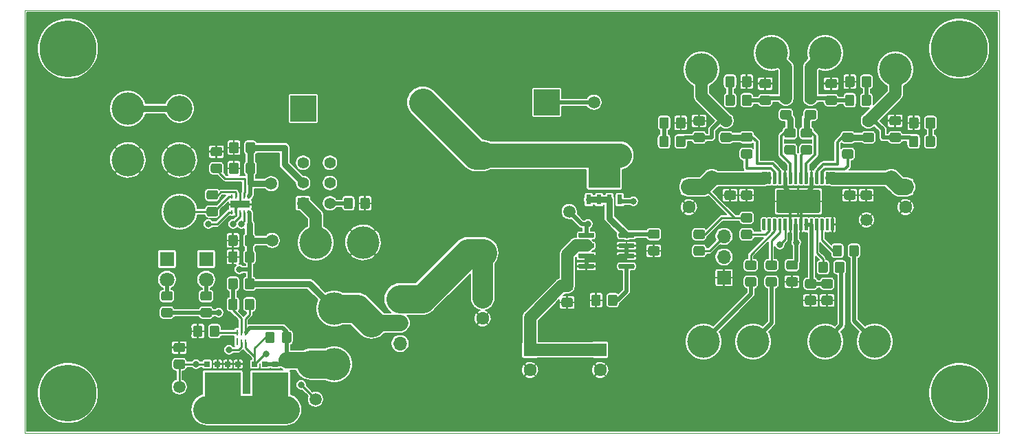
<source format=gbr>
G04 #@! TF.GenerationSoftware,KiCad,Pcbnew,(5.1.5)-3*
G04 #@! TF.CreationDate,2020-04-26T20:45:36-05:00*
G04 #@! TF.ProjectId,SolarBTSpeaker,536f6c61-7242-4545-9370-65616b65722e,1.0*
G04 #@! TF.SameCoordinates,Original*
G04 #@! TF.FileFunction,Copper,L1,Top*
G04 #@! TF.FilePolarity,Positive*
%FSLAX46Y46*%
G04 Gerber Fmt 4.6, Leading zero omitted, Abs format (unit mm)*
G04 Created by KiCad (PCBNEW (5.1.5)-3) date 2020-04-26 20:45:36*
%MOMM*%
%LPD*%
G04 APERTURE LIST*
%ADD10C,0.050000*%
%ADD11C,7.000000*%
%ADD12C,0.800000*%
%ADD13C,0.150000*%
%ADD14R,1.600000X1.600000*%
%ADD15C,1.600000*%
%ADD16O,3.200000X3.200000*%
%ADD17R,3.200000X3.200000*%
%ADD18C,1.800000*%
%ADD19R,1.800000X1.800000*%
%ADD20C,4.000500*%
%ADD21R,1.700000X1.700000*%
%ADD22O,1.700000X1.700000*%
%ADD23C,2.500000*%
%ADD24R,1.400000X1.400000*%
%ADD25C,1.400000*%
%ADD26R,0.250000X0.500000*%
%ADD27R,2.400000X0.840000*%
%ADD28R,0.280000X0.850000*%
%ADD29R,0.280000X0.750000*%
%ADD30R,4.510000X4.350000*%
%ADD31R,0.700000X0.700000*%
%ADD32R,0.610000X1.270000*%
%ADD33R,0.610000X1.020000*%
%ADD34R,3.910000X3.810000*%
%ADD35C,1.500000*%
%ADD36C,0.500000*%
%ADD37C,0.250000*%
%ADD38C,3.500000*%
%ADD39C,2.000000*%
%ADD40C,0.800000*%
%ADD41C,0.350000*%
%ADD42C,1.500000*%
%ADD43C,2.500000*%
%ADD44C,3.000000*%
G04 APERTURE END LIST*
D10*
X88138000Y-72263000D02*
X208153000Y-72263000D01*
X88138000Y-124333000D02*
X88138000Y-72263000D01*
X208153000Y-124333000D02*
X88138000Y-124333000D01*
X208153000Y-72263000D02*
X208153000Y-124333000D01*
D11*
X203200000Y-76962000D03*
D12*
X205825000Y-76962000D03*
X205056155Y-78818155D03*
X203200000Y-79587000D03*
X201343845Y-78818155D03*
X200575000Y-76962000D03*
X201343845Y-75105845D03*
X203200000Y-74337000D03*
X205056155Y-75105845D03*
X205056155Y-117523845D03*
X203200000Y-116755000D03*
X201343845Y-117523845D03*
X200575000Y-119380000D03*
X201343845Y-121236155D03*
X203200000Y-122005000D03*
X205056155Y-121236155D03*
X205825000Y-119380000D03*
D11*
X203200000Y-119380000D03*
X93472000Y-119380000D03*
D12*
X96097000Y-119380000D03*
X95328155Y-121236155D03*
X93472000Y-122005000D03*
X91615845Y-121236155D03*
X90847000Y-119380000D03*
X91615845Y-117523845D03*
X93472000Y-116755000D03*
X95328155Y-117523845D03*
X95328155Y-75105845D03*
X93472000Y-74337000D03*
X91615845Y-75105845D03*
X90847000Y-76962000D03*
X91615845Y-78818155D03*
X93472000Y-79587000D03*
X95328155Y-78818155D03*
X96097000Y-76962000D03*
D11*
X93472000Y-76962000D03*
G04 #@! TA.AperFunction,SMDPad,CuDef*
D13*
G36*
X185386505Y-105344204D02*
G01*
X185410773Y-105347804D01*
X185434572Y-105353765D01*
X185457671Y-105362030D01*
X185479850Y-105372520D01*
X185500893Y-105385132D01*
X185520599Y-105399747D01*
X185538777Y-105416223D01*
X185555253Y-105434401D01*
X185569868Y-105454107D01*
X185582480Y-105475150D01*
X185592970Y-105497329D01*
X185601235Y-105520428D01*
X185607196Y-105544227D01*
X185610796Y-105568495D01*
X185612000Y-105592999D01*
X185612000Y-106243001D01*
X185610796Y-106267505D01*
X185607196Y-106291773D01*
X185601235Y-106315572D01*
X185592970Y-106338671D01*
X185582480Y-106360850D01*
X185569868Y-106381893D01*
X185555253Y-106401599D01*
X185538777Y-106419777D01*
X185520599Y-106436253D01*
X185500893Y-106450868D01*
X185479850Y-106463480D01*
X185457671Y-106473970D01*
X185434572Y-106482235D01*
X185410773Y-106488196D01*
X185386505Y-106491796D01*
X185362001Y-106493000D01*
X184461999Y-106493000D01*
X184437495Y-106491796D01*
X184413227Y-106488196D01*
X184389428Y-106482235D01*
X184366329Y-106473970D01*
X184344150Y-106463480D01*
X184323107Y-106450868D01*
X184303401Y-106436253D01*
X184285223Y-106419777D01*
X184268747Y-106401599D01*
X184254132Y-106381893D01*
X184241520Y-106360850D01*
X184231030Y-106338671D01*
X184222765Y-106315572D01*
X184216804Y-106291773D01*
X184213204Y-106267505D01*
X184212000Y-106243001D01*
X184212000Y-105592999D01*
X184213204Y-105568495D01*
X184216804Y-105544227D01*
X184222765Y-105520428D01*
X184231030Y-105497329D01*
X184241520Y-105475150D01*
X184254132Y-105454107D01*
X184268747Y-105434401D01*
X184285223Y-105416223D01*
X184303401Y-105399747D01*
X184323107Y-105385132D01*
X184344150Y-105372520D01*
X184366329Y-105362030D01*
X184389428Y-105353765D01*
X184413227Y-105347804D01*
X184437495Y-105344204D01*
X184461999Y-105343000D01*
X185362001Y-105343000D01*
X185386505Y-105344204D01*
G37*
G04 #@! TD.AperFunction*
G04 #@! TA.AperFunction,SMDPad,CuDef*
G36*
X185386505Y-107394204D02*
G01*
X185410773Y-107397804D01*
X185434572Y-107403765D01*
X185457671Y-107412030D01*
X185479850Y-107422520D01*
X185500893Y-107435132D01*
X185520599Y-107449747D01*
X185538777Y-107466223D01*
X185555253Y-107484401D01*
X185569868Y-107504107D01*
X185582480Y-107525150D01*
X185592970Y-107547329D01*
X185601235Y-107570428D01*
X185607196Y-107594227D01*
X185610796Y-107618495D01*
X185612000Y-107642999D01*
X185612000Y-108293001D01*
X185610796Y-108317505D01*
X185607196Y-108341773D01*
X185601235Y-108365572D01*
X185592970Y-108388671D01*
X185582480Y-108410850D01*
X185569868Y-108431893D01*
X185555253Y-108451599D01*
X185538777Y-108469777D01*
X185520599Y-108486253D01*
X185500893Y-108500868D01*
X185479850Y-108513480D01*
X185457671Y-108523970D01*
X185434572Y-108532235D01*
X185410773Y-108538196D01*
X185386505Y-108541796D01*
X185362001Y-108543000D01*
X184461999Y-108543000D01*
X184437495Y-108541796D01*
X184413227Y-108538196D01*
X184389428Y-108532235D01*
X184366329Y-108523970D01*
X184344150Y-108513480D01*
X184323107Y-108500868D01*
X184303401Y-108486253D01*
X184285223Y-108469777D01*
X184268747Y-108451599D01*
X184254132Y-108431893D01*
X184241520Y-108410850D01*
X184231030Y-108388671D01*
X184222765Y-108365572D01*
X184216804Y-108341773D01*
X184213204Y-108317505D01*
X184212000Y-108293001D01*
X184212000Y-107642999D01*
X184213204Y-107618495D01*
X184216804Y-107594227D01*
X184222765Y-107570428D01*
X184231030Y-107547329D01*
X184241520Y-107525150D01*
X184254132Y-107504107D01*
X184268747Y-107484401D01*
X184285223Y-107466223D01*
X184303401Y-107449747D01*
X184323107Y-107435132D01*
X184344150Y-107422520D01*
X184366329Y-107412030D01*
X184389428Y-107403765D01*
X184413227Y-107397804D01*
X184437495Y-107394204D01*
X184461999Y-107393000D01*
X185362001Y-107393000D01*
X185386505Y-107394204D01*
G37*
G04 #@! TD.AperFunction*
G04 #@! TA.AperFunction,SMDPad,CuDef*
G36*
X114132505Y-107759204D02*
G01*
X114156773Y-107762804D01*
X114180572Y-107768765D01*
X114203671Y-107777030D01*
X114225850Y-107787520D01*
X114246893Y-107800132D01*
X114266599Y-107814747D01*
X114284777Y-107831223D01*
X114301253Y-107849401D01*
X114315868Y-107869107D01*
X114328480Y-107890150D01*
X114338970Y-107912329D01*
X114347235Y-107935428D01*
X114353196Y-107959227D01*
X114356796Y-107983495D01*
X114358000Y-108007999D01*
X114358000Y-108908001D01*
X114356796Y-108932505D01*
X114353196Y-108956773D01*
X114347235Y-108980572D01*
X114338970Y-109003671D01*
X114328480Y-109025850D01*
X114315868Y-109046893D01*
X114301253Y-109066599D01*
X114284777Y-109084777D01*
X114266599Y-109101253D01*
X114246893Y-109115868D01*
X114225850Y-109128480D01*
X114203671Y-109138970D01*
X114180572Y-109147235D01*
X114156773Y-109153196D01*
X114132505Y-109156796D01*
X114108001Y-109158000D01*
X113457999Y-109158000D01*
X113433495Y-109156796D01*
X113409227Y-109153196D01*
X113385428Y-109147235D01*
X113362329Y-109138970D01*
X113340150Y-109128480D01*
X113319107Y-109115868D01*
X113299401Y-109101253D01*
X113281223Y-109084777D01*
X113264747Y-109066599D01*
X113250132Y-109046893D01*
X113237520Y-109025850D01*
X113227030Y-109003671D01*
X113218765Y-108980572D01*
X113212804Y-108956773D01*
X113209204Y-108932505D01*
X113208000Y-108908001D01*
X113208000Y-108007999D01*
X113209204Y-107983495D01*
X113212804Y-107959227D01*
X113218765Y-107935428D01*
X113227030Y-107912329D01*
X113237520Y-107890150D01*
X113250132Y-107869107D01*
X113264747Y-107849401D01*
X113281223Y-107831223D01*
X113299401Y-107814747D01*
X113319107Y-107800132D01*
X113340150Y-107787520D01*
X113362329Y-107777030D01*
X113385428Y-107768765D01*
X113409227Y-107762804D01*
X113433495Y-107759204D01*
X113457999Y-107758000D01*
X114108001Y-107758000D01*
X114132505Y-107759204D01*
G37*
G04 #@! TD.AperFunction*
G04 #@! TA.AperFunction,SMDPad,CuDef*
G36*
X116182505Y-107759204D02*
G01*
X116206773Y-107762804D01*
X116230572Y-107768765D01*
X116253671Y-107777030D01*
X116275850Y-107787520D01*
X116296893Y-107800132D01*
X116316599Y-107814747D01*
X116334777Y-107831223D01*
X116351253Y-107849401D01*
X116365868Y-107869107D01*
X116378480Y-107890150D01*
X116388970Y-107912329D01*
X116397235Y-107935428D01*
X116403196Y-107959227D01*
X116406796Y-107983495D01*
X116408000Y-108007999D01*
X116408000Y-108908001D01*
X116406796Y-108932505D01*
X116403196Y-108956773D01*
X116397235Y-108980572D01*
X116388970Y-109003671D01*
X116378480Y-109025850D01*
X116365868Y-109046893D01*
X116351253Y-109066599D01*
X116334777Y-109084777D01*
X116316599Y-109101253D01*
X116296893Y-109115868D01*
X116275850Y-109128480D01*
X116253671Y-109138970D01*
X116230572Y-109147235D01*
X116206773Y-109153196D01*
X116182505Y-109156796D01*
X116158001Y-109158000D01*
X115507999Y-109158000D01*
X115483495Y-109156796D01*
X115459227Y-109153196D01*
X115435428Y-109147235D01*
X115412329Y-109138970D01*
X115390150Y-109128480D01*
X115369107Y-109115868D01*
X115349401Y-109101253D01*
X115331223Y-109084777D01*
X115314747Y-109066599D01*
X115300132Y-109046893D01*
X115287520Y-109025850D01*
X115277030Y-109003671D01*
X115268765Y-108980572D01*
X115262804Y-108956773D01*
X115259204Y-108932505D01*
X115258000Y-108908001D01*
X115258000Y-108007999D01*
X115259204Y-107983495D01*
X115262804Y-107959227D01*
X115268765Y-107935428D01*
X115277030Y-107912329D01*
X115287520Y-107890150D01*
X115300132Y-107869107D01*
X115314747Y-107849401D01*
X115331223Y-107831223D01*
X115349401Y-107814747D01*
X115369107Y-107800132D01*
X115390150Y-107787520D01*
X115412329Y-107777030D01*
X115435428Y-107768765D01*
X115459227Y-107762804D01*
X115483495Y-107759204D01*
X115507999Y-107758000D01*
X116158001Y-107758000D01*
X116182505Y-107759204D01*
G37*
G04 #@! TD.AperFunction*
G04 #@! TA.AperFunction,SMDPad,CuDef*
G36*
X116300505Y-88455204D02*
G01*
X116324773Y-88458804D01*
X116348572Y-88464765D01*
X116371671Y-88473030D01*
X116393850Y-88483520D01*
X116414893Y-88496132D01*
X116434599Y-88510747D01*
X116452777Y-88527223D01*
X116469253Y-88545401D01*
X116483868Y-88565107D01*
X116496480Y-88586150D01*
X116506970Y-88608329D01*
X116515235Y-88631428D01*
X116521196Y-88655227D01*
X116524796Y-88679495D01*
X116526000Y-88703999D01*
X116526000Y-89604001D01*
X116524796Y-89628505D01*
X116521196Y-89652773D01*
X116515235Y-89676572D01*
X116506970Y-89699671D01*
X116496480Y-89721850D01*
X116483868Y-89742893D01*
X116469253Y-89762599D01*
X116452777Y-89780777D01*
X116434599Y-89797253D01*
X116414893Y-89811868D01*
X116393850Y-89824480D01*
X116371671Y-89834970D01*
X116348572Y-89843235D01*
X116324773Y-89849196D01*
X116300505Y-89852796D01*
X116276001Y-89854000D01*
X115625999Y-89854000D01*
X115601495Y-89852796D01*
X115577227Y-89849196D01*
X115553428Y-89843235D01*
X115530329Y-89834970D01*
X115508150Y-89824480D01*
X115487107Y-89811868D01*
X115467401Y-89797253D01*
X115449223Y-89780777D01*
X115432747Y-89762599D01*
X115418132Y-89742893D01*
X115405520Y-89721850D01*
X115395030Y-89699671D01*
X115386765Y-89676572D01*
X115380804Y-89652773D01*
X115377204Y-89628505D01*
X115376000Y-89604001D01*
X115376000Y-88703999D01*
X115377204Y-88679495D01*
X115380804Y-88655227D01*
X115386765Y-88631428D01*
X115395030Y-88608329D01*
X115405520Y-88586150D01*
X115418132Y-88565107D01*
X115432747Y-88545401D01*
X115449223Y-88527223D01*
X115467401Y-88510747D01*
X115487107Y-88496132D01*
X115508150Y-88483520D01*
X115530329Y-88473030D01*
X115553428Y-88464765D01*
X115577227Y-88458804D01*
X115601495Y-88455204D01*
X115625999Y-88454000D01*
X116276001Y-88454000D01*
X116300505Y-88455204D01*
G37*
G04 #@! TD.AperFunction*
G04 #@! TA.AperFunction,SMDPad,CuDef*
G36*
X114250505Y-88455204D02*
G01*
X114274773Y-88458804D01*
X114298572Y-88464765D01*
X114321671Y-88473030D01*
X114343850Y-88483520D01*
X114364893Y-88496132D01*
X114384599Y-88510747D01*
X114402777Y-88527223D01*
X114419253Y-88545401D01*
X114433868Y-88565107D01*
X114446480Y-88586150D01*
X114456970Y-88608329D01*
X114465235Y-88631428D01*
X114471196Y-88655227D01*
X114474796Y-88679495D01*
X114476000Y-88703999D01*
X114476000Y-89604001D01*
X114474796Y-89628505D01*
X114471196Y-89652773D01*
X114465235Y-89676572D01*
X114456970Y-89699671D01*
X114446480Y-89721850D01*
X114433868Y-89742893D01*
X114419253Y-89762599D01*
X114402777Y-89780777D01*
X114384599Y-89797253D01*
X114364893Y-89811868D01*
X114343850Y-89824480D01*
X114321671Y-89834970D01*
X114298572Y-89843235D01*
X114274773Y-89849196D01*
X114250505Y-89852796D01*
X114226001Y-89854000D01*
X113575999Y-89854000D01*
X113551495Y-89852796D01*
X113527227Y-89849196D01*
X113503428Y-89843235D01*
X113480329Y-89834970D01*
X113458150Y-89824480D01*
X113437107Y-89811868D01*
X113417401Y-89797253D01*
X113399223Y-89780777D01*
X113382747Y-89762599D01*
X113368132Y-89742893D01*
X113355520Y-89721850D01*
X113345030Y-89699671D01*
X113336765Y-89676572D01*
X113330804Y-89652773D01*
X113327204Y-89628505D01*
X113326000Y-89604001D01*
X113326000Y-88703999D01*
X113327204Y-88679495D01*
X113330804Y-88655227D01*
X113336765Y-88631428D01*
X113345030Y-88608329D01*
X113355520Y-88586150D01*
X113368132Y-88565107D01*
X113382747Y-88545401D01*
X113399223Y-88527223D01*
X113417401Y-88510747D01*
X113437107Y-88496132D01*
X113458150Y-88483520D01*
X113480329Y-88473030D01*
X113503428Y-88464765D01*
X113527227Y-88458804D01*
X113551495Y-88455204D01*
X113575999Y-88454000D01*
X114226001Y-88454000D01*
X114250505Y-88455204D01*
G37*
G04 #@! TD.AperFunction*
G04 #@! TA.AperFunction,SMDPad,CuDef*
G36*
X114250505Y-90995204D02*
G01*
X114274773Y-90998804D01*
X114298572Y-91004765D01*
X114321671Y-91013030D01*
X114343850Y-91023520D01*
X114364893Y-91036132D01*
X114384599Y-91050747D01*
X114402777Y-91067223D01*
X114419253Y-91085401D01*
X114433868Y-91105107D01*
X114446480Y-91126150D01*
X114456970Y-91148329D01*
X114465235Y-91171428D01*
X114471196Y-91195227D01*
X114474796Y-91219495D01*
X114476000Y-91243999D01*
X114476000Y-92144001D01*
X114474796Y-92168505D01*
X114471196Y-92192773D01*
X114465235Y-92216572D01*
X114456970Y-92239671D01*
X114446480Y-92261850D01*
X114433868Y-92282893D01*
X114419253Y-92302599D01*
X114402777Y-92320777D01*
X114384599Y-92337253D01*
X114364893Y-92351868D01*
X114343850Y-92364480D01*
X114321671Y-92374970D01*
X114298572Y-92383235D01*
X114274773Y-92389196D01*
X114250505Y-92392796D01*
X114226001Y-92394000D01*
X113575999Y-92394000D01*
X113551495Y-92392796D01*
X113527227Y-92389196D01*
X113503428Y-92383235D01*
X113480329Y-92374970D01*
X113458150Y-92364480D01*
X113437107Y-92351868D01*
X113417401Y-92337253D01*
X113399223Y-92320777D01*
X113382747Y-92302599D01*
X113368132Y-92282893D01*
X113355520Y-92261850D01*
X113345030Y-92239671D01*
X113336765Y-92216572D01*
X113330804Y-92192773D01*
X113327204Y-92168505D01*
X113326000Y-92144001D01*
X113326000Y-91243999D01*
X113327204Y-91219495D01*
X113330804Y-91195227D01*
X113336765Y-91171428D01*
X113345030Y-91148329D01*
X113355520Y-91126150D01*
X113368132Y-91105107D01*
X113382747Y-91085401D01*
X113399223Y-91067223D01*
X113417401Y-91050747D01*
X113437107Y-91036132D01*
X113458150Y-91023520D01*
X113480329Y-91013030D01*
X113503428Y-91004765D01*
X113527227Y-90998804D01*
X113551495Y-90995204D01*
X113575999Y-90994000D01*
X114226001Y-90994000D01*
X114250505Y-90995204D01*
G37*
G04 #@! TD.AperFunction*
G04 #@! TA.AperFunction,SMDPad,CuDef*
G36*
X116300505Y-90995204D02*
G01*
X116324773Y-90998804D01*
X116348572Y-91004765D01*
X116371671Y-91013030D01*
X116393850Y-91023520D01*
X116414893Y-91036132D01*
X116434599Y-91050747D01*
X116452777Y-91067223D01*
X116469253Y-91085401D01*
X116483868Y-91105107D01*
X116496480Y-91126150D01*
X116506970Y-91148329D01*
X116515235Y-91171428D01*
X116521196Y-91195227D01*
X116524796Y-91219495D01*
X116526000Y-91243999D01*
X116526000Y-92144001D01*
X116524796Y-92168505D01*
X116521196Y-92192773D01*
X116515235Y-92216572D01*
X116506970Y-92239671D01*
X116496480Y-92261850D01*
X116483868Y-92282893D01*
X116469253Y-92302599D01*
X116452777Y-92320777D01*
X116434599Y-92337253D01*
X116414893Y-92351868D01*
X116393850Y-92364480D01*
X116371671Y-92374970D01*
X116348572Y-92383235D01*
X116324773Y-92389196D01*
X116300505Y-92392796D01*
X116276001Y-92394000D01*
X115625999Y-92394000D01*
X115601495Y-92392796D01*
X115577227Y-92389196D01*
X115553428Y-92383235D01*
X115530329Y-92374970D01*
X115508150Y-92364480D01*
X115487107Y-92351868D01*
X115467401Y-92337253D01*
X115449223Y-92320777D01*
X115432747Y-92302599D01*
X115418132Y-92282893D01*
X115405520Y-92261850D01*
X115395030Y-92239671D01*
X115386765Y-92216572D01*
X115380804Y-92192773D01*
X115377204Y-92168505D01*
X115376000Y-92144001D01*
X115376000Y-91243999D01*
X115377204Y-91219495D01*
X115380804Y-91195227D01*
X115386765Y-91171428D01*
X115395030Y-91148329D01*
X115405520Y-91126150D01*
X115418132Y-91105107D01*
X115432747Y-91085401D01*
X115449223Y-91067223D01*
X115467401Y-91050747D01*
X115487107Y-91036132D01*
X115508150Y-91023520D01*
X115530329Y-91013030D01*
X115553428Y-91004765D01*
X115577227Y-90998804D01*
X115601495Y-90995204D01*
X115625999Y-90994000D01*
X116276001Y-90994000D01*
X116300505Y-90995204D01*
G37*
G04 #@! TD.AperFunction*
G04 #@! TA.AperFunction,SMDPad,CuDef*
G36*
X116191505Y-99885204D02*
G01*
X116215773Y-99888804D01*
X116239572Y-99894765D01*
X116262671Y-99903030D01*
X116284850Y-99913520D01*
X116305893Y-99926132D01*
X116325599Y-99940747D01*
X116343777Y-99957223D01*
X116360253Y-99975401D01*
X116374868Y-99995107D01*
X116387480Y-100016150D01*
X116397970Y-100038329D01*
X116406235Y-100061428D01*
X116412196Y-100085227D01*
X116415796Y-100109495D01*
X116417000Y-100133999D01*
X116417000Y-101034001D01*
X116415796Y-101058505D01*
X116412196Y-101082773D01*
X116406235Y-101106572D01*
X116397970Y-101129671D01*
X116387480Y-101151850D01*
X116374868Y-101172893D01*
X116360253Y-101192599D01*
X116343777Y-101210777D01*
X116325599Y-101227253D01*
X116305893Y-101241868D01*
X116284850Y-101254480D01*
X116262671Y-101264970D01*
X116239572Y-101273235D01*
X116215773Y-101279196D01*
X116191505Y-101282796D01*
X116167001Y-101284000D01*
X115516999Y-101284000D01*
X115492495Y-101282796D01*
X115468227Y-101279196D01*
X115444428Y-101273235D01*
X115421329Y-101264970D01*
X115399150Y-101254480D01*
X115378107Y-101241868D01*
X115358401Y-101227253D01*
X115340223Y-101210777D01*
X115323747Y-101192599D01*
X115309132Y-101172893D01*
X115296520Y-101151850D01*
X115286030Y-101129671D01*
X115277765Y-101106572D01*
X115271804Y-101082773D01*
X115268204Y-101058505D01*
X115267000Y-101034001D01*
X115267000Y-100133999D01*
X115268204Y-100109495D01*
X115271804Y-100085227D01*
X115277765Y-100061428D01*
X115286030Y-100038329D01*
X115296520Y-100016150D01*
X115309132Y-99995107D01*
X115323747Y-99975401D01*
X115340223Y-99957223D01*
X115358401Y-99940747D01*
X115378107Y-99926132D01*
X115399150Y-99913520D01*
X115421329Y-99903030D01*
X115444428Y-99894765D01*
X115468227Y-99888804D01*
X115492495Y-99885204D01*
X115516999Y-99884000D01*
X116167001Y-99884000D01*
X116191505Y-99885204D01*
G37*
G04 #@! TD.AperFunction*
G04 #@! TA.AperFunction,SMDPad,CuDef*
G36*
X114141505Y-99885204D02*
G01*
X114165773Y-99888804D01*
X114189572Y-99894765D01*
X114212671Y-99903030D01*
X114234850Y-99913520D01*
X114255893Y-99926132D01*
X114275599Y-99940747D01*
X114293777Y-99957223D01*
X114310253Y-99975401D01*
X114324868Y-99995107D01*
X114337480Y-100016150D01*
X114347970Y-100038329D01*
X114356235Y-100061428D01*
X114362196Y-100085227D01*
X114365796Y-100109495D01*
X114367000Y-100133999D01*
X114367000Y-101034001D01*
X114365796Y-101058505D01*
X114362196Y-101082773D01*
X114356235Y-101106572D01*
X114347970Y-101129671D01*
X114337480Y-101151850D01*
X114324868Y-101172893D01*
X114310253Y-101192599D01*
X114293777Y-101210777D01*
X114275599Y-101227253D01*
X114255893Y-101241868D01*
X114234850Y-101254480D01*
X114212671Y-101264970D01*
X114189572Y-101273235D01*
X114165773Y-101279196D01*
X114141505Y-101282796D01*
X114117001Y-101284000D01*
X113466999Y-101284000D01*
X113442495Y-101282796D01*
X113418227Y-101279196D01*
X113394428Y-101273235D01*
X113371329Y-101264970D01*
X113349150Y-101254480D01*
X113328107Y-101241868D01*
X113308401Y-101227253D01*
X113290223Y-101210777D01*
X113273747Y-101192599D01*
X113259132Y-101172893D01*
X113246520Y-101151850D01*
X113236030Y-101129671D01*
X113227765Y-101106572D01*
X113221804Y-101082773D01*
X113218204Y-101058505D01*
X113217000Y-101034001D01*
X113217000Y-100133999D01*
X113218204Y-100109495D01*
X113221804Y-100085227D01*
X113227765Y-100061428D01*
X113236030Y-100038329D01*
X113246520Y-100016150D01*
X113259132Y-99995107D01*
X113273747Y-99975401D01*
X113290223Y-99957223D01*
X113308401Y-99940747D01*
X113328107Y-99926132D01*
X113349150Y-99913520D01*
X113371329Y-99903030D01*
X113394428Y-99894765D01*
X113418227Y-99888804D01*
X113442495Y-99885204D01*
X113466999Y-99884000D01*
X114117001Y-99884000D01*
X114141505Y-99885204D01*
G37*
G04 #@! TD.AperFunction*
G04 #@! TA.AperFunction,SMDPad,CuDef*
G36*
X114132505Y-101917204D02*
G01*
X114156773Y-101920804D01*
X114180572Y-101926765D01*
X114203671Y-101935030D01*
X114225850Y-101945520D01*
X114246893Y-101958132D01*
X114266599Y-101972747D01*
X114284777Y-101989223D01*
X114301253Y-102007401D01*
X114315868Y-102027107D01*
X114328480Y-102048150D01*
X114338970Y-102070329D01*
X114347235Y-102093428D01*
X114353196Y-102117227D01*
X114356796Y-102141495D01*
X114358000Y-102165999D01*
X114358000Y-103066001D01*
X114356796Y-103090505D01*
X114353196Y-103114773D01*
X114347235Y-103138572D01*
X114338970Y-103161671D01*
X114328480Y-103183850D01*
X114315868Y-103204893D01*
X114301253Y-103224599D01*
X114284777Y-103242777D01*
X114266599Y-103259253D01*
X114246893Y-103273868D01*
X114225850Y-103286480D01*
X114203671Y-103296970D01*
X114180572Y-103305235D01*
X114156773Y-103311196D01*
X114132505Y-103314796D01*
X114108001Y-103316000D01*
X113457999Y-103316000D01*
X113433495Y-103314796D01*
X113409227Y-103311196D01*
X113385428Y-103305235D01*
X113362329Y-103296970D01*
X113340150Y-103286480D01*
X113319107Y-103273868D01*
X113299401Y-103259253D01*
X113281223Y-103242777D01*
X113264747Y-103224599D01*
X113250132Y-103204893D01*
X113237520Y-103183850D01*
X113227030Y-103161671D01*
X113218765Y-103138572D01*
X113212804Y-103114773D01*
X113209204Y-103090505D01*
X113208000Y-103066001D01*
X113208000Y-102165999D01*
X113209204Y-102141495D01*
X113212804Y-102117227D01*
X113218765Y-102093428D01*
X113227030Y-102070329D01*
X113237520Y-102048150D01*
X113250132Y-102027107D01*
X113264747Y-102007401D01*
X113281223Y-101989223D01*
X113299401Y-101972747D01*
X113319107Y-101958132D01*
X113340150Y-101945520D01*
X113362329Y-101935030D01*
X113385428Y-101926765D01*
X113409227Y-101920804D01*
X113433495Y-101917204D01*
X113457999Y-101916000D01*
X114108001Y-101916000D01*
X114132505Y-101917204D01*
G37*
G04 #@! TD.AperFunction*
G04 #@! TA.AperFunction,SMDPad,CuDef*
G36*
X116182505Y-101917204D02*
G01*
X116206773Y-101920804D01*
X116230572Y-101926765D01*
X116253671Y-101935030D01*
X116275850Y-101945520D01*
X116296893Y-101958132D01*
X116316599Y-101972747D01*
X116334777Y-101989223D01*
X116351253Y-102007401D01*
X116365868Y-102027107D01*
X116378480Y-102048150D01*
X116388970Y-102070329D01*
X116397235Y-102093428D01*
X116403196Y-102117227D01*
X116406796Y-102141495D01*
X116408000Y-102165999D01*
X116408000Y-103066001D01*
X116406796Y-103090505D01*
X116403196Y-103114773D01*
X116397235Y-103138572D01*
X116388970Y-103161671D01*
X116378480Y-103183850D01*
X116365868Y-103204893D01*
X116351253Y-103224599D01*
X116334777Y-103242777D01*
X116316599Y-103259253D01*
X116296893Y-103273868D01*
X116275850Y-103286480D01*
X116253671Y-103296970D01*
X116230572Y-103305235D01*
X116206773Y-103311196D01*
X116182505Y-103314796D01*
X116158001Y-103316000D01*
X115507999Y-103316000D01*
X115483495Y-103314796D01*
X115459227Y-103311196D01*
X115435428Y-103305235D01*
X115412329Y-103296970D01*
X115390150Y-103286480D01*
X115369107Y-103273868D01*
X115349401Y-103259253D01*
X115331223Y-103242777D01*
X115314747Y-103224599D01*
X115300132Y-103204893D01*
X115287520Y-103183850D01*
X115277030Y-103161671D01*
X115268765Y-103138572D01*
X115262804Y-103114773D01*
X115259204Y-103090505D01*
X115258000Y-103066001D01*
X115258000Y-102165999D01*
X115259204Y-102141495D01*
X115262804Y-102117227D01*
X115268765Y-102093428D01*
X115277030Y-102070329D01*
X115287520Y-102048150D01*
X115300132Y-102027107D01*
X115314747Y-102007401D01*
X115331223Y-101989223D01*
X115349401Y-101972747D01*
X115369107Y-101958132D01*
X115390150Y-101945520D01*
X115412329Y-101935030D01*
X115435428Y-101926765D01*
X115459227Y-101920804D01*
X115483495Y-101917204D01*
X115507999Y-101916000D01*
X116158001Y-101916000D01*
X116182505Y-101917204D01*
G37*
G04 #@! TD.AperFunction*
G04 #@! TA.AperFunction,SMDPad,CuDef*
G36*
X171670505Y-85278204D02*
G01*
X171694773Y-85281804D01*
X171718572Y-85287765D01*
X171741671Y-85296030D01*
X171763850Y-85306520D01*
X171784893Y-85319132D01*
X171804599Y-85333747D01*
X171822777Y-85350223D01*
X171839253Y-85368401D01*
X171853868Y-85388107D01*
X171866480Y-85409150D01*
X171876970Y-85431329D01*
X171885235Y-85454428D01*
X171891196Y-85478227D01*
X171894796Y-85502495D01*
X171896000Y-85526999D01*
X171896000Y-86177001D01*
X171894796Y-86201505D01*
X171891196Y-86225773D01*
X171885235Y-86249572D01*
X171876970Y-86272671D01*
X171866480Y-86294850D01*
X171853868Y-86315893D01*
X171839253Y-86335599D01*
X171822777Y-86353777D01*
X171804599Y-86370253D01*
X171784893Y-86384868D01*
X171763850Y-86397480D01*
X171741671Y-86407970D01*
X171718572Y-86416235D01*
X171694773Y-86422196D01*
X171670505Y-86425796D01*
X171646001Y-86427000D01*
X170745999Y-86427000D01*
X170721495Y-86425796D01*
X170697227Y-86422196D01*
X170673428Y-86416235D01*
X170650329Y-86407970D01*
X170628150Y-86397480D01*
X170607107Y-86384868D01*
X170587401Y-86370253D01*
X170569223Y-86353777D01*
X170552747Y-86335599D01*
X170538132Y-86315893D01*
X170525520Y-86294850D01*
X170515030Y-86272671D01*
X170506765Y-86249572D01*
X170500804Y-86225773D01*
X170497204Y-86201505D01*
X170496000Y-86177001D01*
X170496000Y-85526999D01*
X170497204Y-85502495D01*
X170500804Y-85478227D01*
X170506765Y-85454428D01*
X170515030Y-85431329D01*
X170525520Y-85409150D01*
X170538132Y-85388107D01*
X170552747Y-85368401D01*
X170569223Y-85350223D01*
X170587401Y-85333747D01*
X170607107Y-85319132D01*
X170628150Y-85306520D01*
X170650329Y-85296030D01*
X170673428Y-85287765D01*
X170697227Y-85281804D01*
X170721495Y-85278204D01*
X170745999Y-85277000D01*
X171646001Y-85277000D01*
X171670505Y-85278204D01*
G37*
G04 #@! TD.AperFunction*
G04 #@! TA.AperFunction,SMDPad,CuDef*
G36*
X171670505Y-87328204D02*
G01*
X171694773Y-87331804D01*
X171718572Y-87337765D01*
X171741671Y-87346030D01*
X171763850Y-87356520D01*
X171784893Y-87369132D01*
X171804599Y-87383747D01*
X171822777Y-87400223D01*
X171839253Y-87418401D01*
X171853868Y-87438107D01*
X171866480Y-87459150D01*
X171876970Y-87481329D01*
X171885235Y-87504428D01*
X171891196Y-87528227D01*
X171894796Y-87552495D01*
X171896000Y-87576999D01*
X171896000Y-88227001D01*
X171894796Y-88251505D01*
X171891196Y-88275773D01*
X171885235Y-88299572D01*
X171876970Y-88322671D01*
X171866480Y-88344850D01*
X171853868Y-88365893D01*
X171839253Y-88385599D01*
X171822777Y-88403777D01*
X171804599Y-88420253D01*
X171784893Y-88434868D01*
X171763850Y-88447480D01*
X171741671Y-88457970D01*
X171718572Y-88466235D01*
X171694773Y-88472196D01*
X171670505Y-88475796D01*
X171646001Y-88477000D01*
X170745999Y-88477000D01*
X170721495Y-88475796D01*
X170697227Y-88472196D01*
X170673428Y-88466235D01*
X170650329Y-88457970D01*
X170628150Y-88447480D01*
X170607107Y-88434868D01*
X170587401Y-88420253D01*
X170569223Y-88403777D01*
X170552747Y-88385599D01*
X170538132Y-88365893D01*
X170525520Y-88344850D01*
X170515030Y-88322671D01*
X170506765Y-88299572D01*
X170500804Y-88275773D01*
X170497204Y-88251505D01*
X170496000Y-88227001D01*
X170496000Y-87576999D01*
X170497204Y-87552495D01*
X170500804Y-87528227D01*
X170506765Y-87504428D01*
X170515030Y-87481329D01*
X170525520Y-87459150D01*
X170538132Y-87438107D01*
X170552747Y-87418401D01*
X170569223Y-87400223D01*
X170587401Y-87383747D01*
X170607107Y-87369132D01*
X170628150Y-87356520D01*
X170650329Y-87346030D01*
X170673428Y-87337765D01*
X170697227Y-87331804D01*
X170721495Y-87328204D01*
X170745999Y-87327000D01*
X171646001Y-87327000D01*
X171670505Y-87328204D01*
G37*
G04 #@! TD.AperFunction*
G04 #@! TA.AperFunction,SMDPad,CuDef*
G36*
X169259505Y-87693204D02*
G01*
X169283773Y-87696804D01*
X169307572Y-87702765D01*
X169330671Y-87711030D01*
X169352850Y-87721520D01*
X169373893Y-87734132D01*
X169393599Y-87748747D01*
X169411777Y-87765223D01*
X169428253Y-87783401D01*
X169442868Y-87803107D01*
X169455480Y-87824150D01*
X169465970Y-87846329D01*
X169474235Y-87869428D01*
X169480196Y-87893227D01*
X169483796Y-87917495D01*
X169485000Y-87941999D01*
X169485000Y-88842001D01*
X169483796Y-88866505D01*
X169480196Y-88890773D01*
X169474235Y-88914572D01*
X169465970Y-88937671D01*
X169455480Y-88959850D01*
X169442868Y-88980893D01*
X169428253Y-89000599D01*
X169411777Y-89018777D01*
X169393599Y-89035253D01*
X169373893Y-89049868D01*
X169352850Y-89062480D01*
X169330671Y-89072970D01*
X169307572Y-89081235D01*
X169283773Y-89087196D01*
X169259505Y-89090796D01*
X169235001Y-89092000D01*
X168584999Y-89092000D01*
X168560495Y-89090796D01*
X168536227Y-89087196D01*
X168512428Y-89081235D01*
X168489329Y-89072970D01*
X168467150Y-89062480D01*
X168446107Y-89049868D01*
X168426401Y-89035253D01*
X168408223Y-89018777D01*
X168391747Y-89000599D01*
X168377132Y-88980893D01*
X168364520Y-88959850D01*
X168354030Y-88937671D01*
X168345765Y-88914572D01*
X168339804Y-88890773D01*
X168336204Y-88866505D01*
X168335000Y-88842001D01*
X168335000Y-87941999D01*
X168336204Y-87917495D01*
X168339804Y-87893227D01*
X168345765Y-87869428D01*
X168354030Y-87846329D01*
X168364520Y-87824150D01*
X168377132Y-87803107D01*
X168391747Y-87783401D01*
X168408223Y-87765223D01*
X168426401Y-87748747D01*
X168446107Y-87734132D01*
X168467150Y-87721520D01*
X168489329Y-87711030D01*
X168512428Y-87702765D01*
X168536227Y-87696804D01*
X168560495Y-87693204D01*
X168584999Y-87692000D01*
X169235001Y-87692000D01*
X169259505Y-87693204D01*
G37*
G04 #@! TD.AperFunction*
G04 #@! TA.AperFunction,SMDPad,CuDef*
G36*
X167209505Y-87693204D02*
G01*
X167233773Y-87696804D01*
X167257572Y-87702765D01*
X167280671Y-87711030D01*
X167302850Y-87721520D01*
X167323893Y-87734132D01*
X167343599Y-87748747D01*
X167361777Y-87765223D01*
X167378253Y-87783401D01*
X167392868Y-87803107D01*
X167405480Y-87824150D01*
X167415970Y-87846329D01*
X167424235Y-87869428D01*
X167430196Y-87893227D01*
X167433796Y-87917495D01*
X167435000Y-87941999D01*
X167435000Y-88842001D01*
X167433796Y-88866505D01*
X167430196Y-88890773D01*
X167424235Y-88914572D01*
X167415970Y-88937671D01*
X167405480Y-88959850D01*
X167392868Y-88980893D01*
X167378253Y-89000599D01*
X167361777Y-89018777D01*
X167343599Y-89035253D01*
X167323893Y-89049868D01*
X167302850Y-89062480D01*
X167280671Y-89072970D01*
X167257572Y-89081235D01*
X167233773Y-89087196D01*
X167209505Y-89090796D01*
X167185001Y-89092000D01*
X166534999Y-89092000D01*
X166510495Y-89090796D01*
X166486227Y-89087196D01*
X166462428Y-89081235D01*
X166439329Y-89072970D01*
X166417150Y-89062480D01*
X166396107Y-89049868D01*
X166376401Y-89035253D01*
X166358223Y-89018777D01*
X166341747Y-89000599D01*
X166327132Y-88980893D01*
X166314520Y-88959850D01*
X166304030Y-88937671D01*
X166295765Y-88914572D01*
X166289804Y-88890773D01*
X166286204Y-88866505D01*
X166285000Y-88842001D01*
X166285000Y-87941999D01*
X166286204Y-87917495D01*
X166289804Y-87893227D01*
X166295765Y-87869428D01*
X166304030Y-87846329D01*
X166314520Y-87824150D01*
X166327132Y-87803107D01*
X166341747Y-87783401D01*
X166358223Y-87765223D01*
X166376401Y-87748747D01*
X166396107Y-87734132D01*
X166417150Y-87721520D01*
X166439329Y-87711030D01*
X166462428Y-87702765D01*
X166486227Y-87696804D01*
X166510495Y-87693204D01*
X166534999Y-87692000D01*
X167185001Y-87692000D01*
X167209505Y-87693204D01*
G37*
G04 #@! TD.AperFunction*
D14*
X144526000Y-107696000D03*
D15*
X144526000Y-110196000D03*
D14*
X169926000Y-93980000D03*
D15*
X169926000Y-96480000D03*
G04 #@! TA.AperFunction,SMDPad,CuDef*
D13*
G36*
X175480505Y-92381204D02*
G01*
X175504773Y-92384804D01*
X175528572Y-92390765D01*
X175551671Y-92399030D01*
X175573850Y-92409520D01*
X175594893Y-92422132D01*
X175614599Y-92436747D01*
X175632777Y-92453223D01*
X175649253Y-92471401D01*
X175663868Y-92491107D01*
X175676480Y-92512150D01*
X175686970Y-92534329D01*
X175695235Y-92557428D01*
X175701196Y-92581227D01*
X175704796Y-92605495D01*
X175706000Y-92629999D01*
X175706000Y-93280001D01*
X175704796Y-93304505D01*
X175701196Y-93328773D01*
X175695235Y-93352572D01*
X175686970Y-93375671D01*
X175676480Y-93397850D01*
X175663868Y-93418893D01*
X175649253Y-93438599D01*
X175632777Y-93456777D01*
X175614599Y-93473253D01*
X175594893Y-93487868D01*
X175573850Y-93500480D01*
X175551671Y-93510970D01*
X175528572Y-93519235D01*
X175504773Y-93525196D01*
X175480505Y-93528796D01*
X175456001Y-93530000D01*
X174555999Y-93530000D01*
X174531495Y-93528796D01*
X174507227Y-93525196D01*
X174483428Y-93519235D01*
X174460329Y-93510970D01*
X174438150Y-93500480D01*
X174417107Y-93487868D01*
X174397401Y-93473253D01*
X174379223Y-93456777D01*
X174362747Y-93438599D01*
X174348132Y-93418893D01*
X174335520Y-93397850D01*
X174325030Y-93375671D01*
X174316765Y-93352572D01*
X174310804Y-93328773D01*
X174307204Y-93304505D01*
X174306000Y-93280001D01*
X174306000Y-92629999D01*
X174307204Y-92605495D01*
X174310804Y-92581227D01*
X174316765Y-92557428D01*
X174325030Y-92534329D01*
X174335520Y-92512150D01*
X174348132Y-92491107D01*
X174362747Y-92471401D01*
X174379223Y-92453223D01*
X174397401Y-92436747D01*
X174417107Y-92422132D01*
X174438150Y-92409520D01*
X174460329Y-92399030D01*
X174483428Y-92390765D01*
X174507227Y-92384804D01*
X174531495Y-92381204D01*
X174555999Y-92380000D01*
X175456001Y-92380000D01*
X175480505Y-92381204D01*
G37*
G04 #@! TD.AperFunction*
G04 #@! TA.AperFunction,SMDPad,CuDef*
G36*
X175480505Y-94431204D02*
G01*
X175504773Y-94434804D01*
X175528572Y-94440765D01*
X175551671Y-94449030D01*
X175573850Y-94459520D01*
X175594893Y-94472132D01*
X175614599Y-94486747D01*
X175632777Y-94503223D01*
X175649253Y-94521401D01*
X175663868Y-94541107D01*
X175676480Y-94562150D01*
X175686970Y-94584329D01*
X175695235Y-94607428D01*
X175701196Y-94631227D01*
X175704796Y-94655495D01*
X175706000Y-94679999D01*
X175706000Y-95330001D01*
X175704796Y-95354505D01*
X175701196Y-95378773D01*
X175695235Y-95402572D01*
X175686970Y-95425671D01*
X175676480Y-95447850D01*
X175663868Y-95468893D01*
X175649253Y-95488599D01*
X175632777Y-95506777D01*
X175614599Y-95523253D01*
X175594893Y-95537868D01*
X175573850Y-95550480D01*
X175551671Y-95560970D01*
X175528572Y-95569235D01*
X175504773Y-95575196D01*
X175480505Y-95578796D01*
X175456001Y-95580000D01*
X174555999Y-95580000D01*
X174531495Y-95578796D01*
X174507227Y-95575196D01*
X174483428Y-95569235D01*
X174460329Y-95560970D01*
X174438150Y-95550480D01*
X174417107Y-95537868D01*
X174397401Y-95523253D01*
X174379223Y-95506777D01*
X174362747Y-95488599D01*
X174348132Y-95468893D01*
X174335520Y-95447850D01*
X174325030Y-95425671D01*
X174316765Y-95402572D01*
X174310804Y-95378773D01*
X174307204Y-95354505D01*
X174306000Y-95330001D01*
X174306000Y-94679999D01*
X174307204Y-94655495D01*
X174310804Y-94631227D01*
X174316765Y-94607428D01*
X174325030Y-94584329D01*
X174335520Y-94562150D01*
X174348132Y-94541107D01*
X174362747Y-94521401D01*
X174379223Y-94503223D01*
X174397401Y-94486747D01*
X174417107Y-94472132D01*
X174438150Y-94459520D01*
X174460329Y-94449030D01*
X174483428Y-94440765D01*
X174507227Y-94434804D01*
X174531495Y-94431204D01*
X174555999Y-94430000D01*
X175456001Y-94430000D01*
X175480505Y-94431204D01*
G37*
G04 #@! TD.AperFunction*
G04 #@! TA.AperFunction,SMDPad,CuDef*
G36*
X177512505Y-94422204D02*
G01*
X177536773Y-94425804D01*
X177560572Y-94431765D01*
X177583671Y-94440030D01*
X177605850Y-94450520D01*
X177626893Y-94463132D01*
X177646599Y-94477747D01*
X177664777Y-94494223D01*
X177681253Y-94512401D01*
X177695868Y-94532107D01*
X177708480Y-94553150D01*
X177718970Y-94575329D01*
X177727235Y-94598428D01*
X177733196Y-94622227D01*
X177736796Y-94646495D01*
X177738000Y-94670999D01*
X177738000Y-95321001D01*
X177736796Y-95345505D01*
X177733196Y-95369773D01*
X177727235Y-95393572D01*
X177718970Y-95416671D01*
X177708480Y-95438850D01*
X177695868Y-95459893D01*
X177681253Y-95479599D01*
X177664777Y-95497777D01*
X177646599Y-95514253D01*
X177626893Y-95528868D01*
X177605850Y-95541480D01*
X177583671Y-95551970D01*
X177560572Y-95560235D01*
X177536773Y-95566196D01*
X177512505Y-95569796D01*
X177488001Y-95571000D01*
X176587999Y-95571000D01*
X176563495Y-95569796D01*
X176539227Y-95566196D01*
X176515428Y-95560235D01*
X176492329Y-95551970D01*
X176470150Y-95541480D01*
X176449107Y-95528868D01*
X176429401Y-95514253D01*
X176411223Y-95497777D01*
X176394747Y-95479599D01*
X176380132Y-95459893D01*
X176367520Y-95438850D01*
X176357030Y-95416671D01*
X176348765Y-95393572D01*
X176342804Y-95369773D01*
X176339204Y-95345505D01*
X176338000Y-95321001D01*
X176338000Y-94670999D01*
X176339204Y-94646495D01*
X176342804Y-94622227D01*
X176348765Y-94598428D01*
X176357030Y-94575329D01*
X176367520Y-94553150D01*
X176380132Y-94532107D01*
X176394747Y-94512401D01*
X176411223Y-94494223D01*
X176429401Y-94477747D01*
X176449107Y-94463132D01*
X176470150Y-94450520D01*
X176492329Y-94440030D01*
X176515428Y-94431765D01*
X176539227Y-94425804D01*
X176563495Y-94422204D01*
X176587999Y-94421000D01*
X177488001Y-94421000D01*
X177512505Y-94422204D01*
G37*
G04 #@! TD.AperFunction*
G04 #@! TA.AperFunction,SMDPad,CuDef*
G36*
X177512505Y-92372204D02*
G01*
X177536773Y-92375804D01*
X177560572Y-92381765D01*
X177583671Y-92390030D01*
X177605850Y-92400520D01*
X177626893Y-92413132D01*
X177646599Y-92427747D01*
X177664777Y-92444223D01*
X177681253Y-92462401D01*
X177695868Y-92482107D01*
X177708480Y-92503150D01*
X177718970Y-92525329D01*
X177727235Y-92548428D01*
X177733196Y-92572227D01*
X177736796Y-92596495D01*
X177738000Y-92620999D01*
X177738000Y-93271001D01*
X177736796Y-93295505D01*
X177733196Y-93319773D01*
X177727235Y-93343572D01*
X177718970Y-93366671D01*
X177708480Y-93388850D01*
X177695868Y-93409893D01*
X177681253Y-93429599D01*
X177664777Y-93447777D01*
X177646599Y-93464253D01*
X177626893Y-93478868D01*
X177605850Y-93491480D01*
X177583671Y-93501970D01*
X177560572Y-93510235D01*
X177536773Y-93516196D01*
X177512505Y-93519796D01*
X177488001Y-93521000D01*
X176587999Y-93521000D01*
X176563495Y-93519796D01*
X176539227Y-93516196D01*
X176515428Y-93510235D01*
X176492329Y-93501970D01*
X176470150Y-93491480D01*
X176449107Y-93478868D01*
X176429401Y-93464253D01*
X176411223Y-93447777D01*
X176394747Y-93429599D01*
X176380132Y-93409893D01*
X176367520Y-93388850D01*
X176357030Y-93366671D01*
X176348765Y-93343572D01*
X176342804Y-93319773D01*
X176339204Y-93295505D01*
X176338000Y-93271001D01*
X176338000Y-92620999D01*
X176339204Y-92596495D01*
X176342804Y-92572227D01*
X176348765Y-92548428D01*
X176357030Y-92525329D01*
X176367520Y-92503150D01*
X176380132Y-92482107D01*
X176394747Y-92462401D01*
X176411223Y-92444223D01*
X176429401Y-92427747D01*
X176449107Y-92413132D01*
X176470150Y-92400520D01*
X176492329Y-92390030D01*
X176515428Y-92381765D01*
X176539227Y-92375804D01*
X176563495Y-92372204D01*
X176587999Y-92371000D01*
X177488001Y-92371000D01*
X177512505Y-92372204D01*
G37*
G04 #@! TD.AperFunction*
G04 #@! TA.AperFunction,SMDPad,CuDef*
G36*
X155414505Y-105598204D02*
G01*
X155438773Y-105601804D01*
X155462572Y-105607765D01*
X155485671Y-105616030D01*
X155507850Y-105626520D01*
X155528893Y-105639132D01*
X155548599Y-105653747D01*
X155566777Y-105670223D01*
X155583253Y-105688401D01*
X155597868Y-105708107D01*
X155610480Y-105729150D01*
X155620970Y-105751329D01*
X155629235Y-105774428D01*
X155635196Y-105798227D01*
X155638796Y-105822495D01*
X155640000Y-105846999D01*
X155640000Y-106497001D01*
X155638796Y-106521505D01*
X155635196Y-106545773D01*
X155629235Y-106569572D01*
X155620970Y-106592671D01*
X155610480Y-106614850D01*
X155597868Y-106635893D01*
X155583253Y-106655599D01*
X155566777Y-106673777D01*
X155548599Y-106690253D01*
X155528893Y-106704868D01*
X155507850Y-106717480D01*
X155485671Y-106727970D01*
X155462572Y-106736235D01*
X155438773Y-106742196D01*
X155414505Y-106745796D01*
X155390001Y-106747000D01*
X154489999Y-106747000D01*
X154465495Y-106745796D01*
X154441227Y-106742196D01*
X154417428Y-106736235D01*
X154394329Y-106727970D01*
X154372150Y-106717480D01*
X154351107Y-106704868D01*
X154331401Y-106690253D01*
X154313223Y-106673777D01*
X154296747Y-106655599D01*
X154282132Y-106635893D01*
X154269520Y-106614850D01*
X154259030Y-106592671D01*
X154250765Y-106569572D01*
X154244804Y-106545773D01*
X154241204Y-106521505D01*
X154240000Y-106497001D01*
X154240000Y-105846999D01*
X154241204Y-105822495D01*
X154244804Y-105798227D01*
X154250765Y-105774428D01*
X154259030Y-105751329D01*
X154269520Y-105729150D01*
X154282132Y-105708107D01*
X154296747Y-105688401D01*
X154313223Y-105670223D01*
X154331401Y-105653747D01*
X154351107Y-105639132D01*
X154372150Y-105626520D01*
X154394329Y-105616030D01*
X154417428Y-105607765D01*
X154441227Y-105601804D01*
X154465495Y-105598204D01*
X154489999Y-105597000D01*
X155390001Y-105597000D01*
X155414505Y-105598204D01*
G37*
G04 #@! TD.AperFunction*
G04 #@! TA.AperFunction,SMDPad,CuDef*
G36*
X155414505Y-107648204D02*
G01*
X155438773Y-107651804D01*
X155462572Y-107657765D01*
X155485671Y-107666030D01*
X155507850Y-107676520D01*
X155528893Y-107689132D01*
X155548599Y-107703747D01*
X155566777Y-107720223D01*
X155583253Y-107738401D01*
X155597868Y-107758107D01*
X155610480Y-107779150D01*
X155620970Y-107801329D01*
X155629235Y-107824428D01*
X155635196Y-107848227D01*
X155638796Y-107872495D01*
X155640000Y-107896999D01*
X155640000Y-108547001D01*
X155638796Y-108571505D01*
X155635196Y-108595773D01*
X155629235Y-108619572D01*
X155620970Y-108642671D01*
X155610480Y-108664850D01*
X155597868Y-108685893D01*
X155583253Y-108705599D01*
X155566777Y-108723777D01*
X155548599Y-108740253D01*
X155528893Y-108754868D01*
X155507850Y-108767480D01*
X155485671Y-108777970D01*
X155462572Y-108786235D01*
X155438773Y-108792196D01*
X155414505Y-108795796D01*
X155390001Y-108797000D01*
X154489999Y-108797000D01*
X154465495Y-108795796D01*
X154441227Y-108792196D01*
X154417428Y-108786235D01*
X154394329Y-108777970D01*
X154372150Y-108767480D01*
X154351107Y-108754868D01*
X154331401Y-108740253D01*
X154313223Y-108723777D01*
X154296747Y-108705599D01*
X154282132Y-108685893D01*
X154269520Y-108664850D01*
X154259030Y-108642671D01*
X154250765Y-108619572D01*
X154244804Y-108595773D01*
X154241204Y-108571505D01*
X154240000Y-108547001D01*
X154240000Y-107896999D01*
X154241204Y-107872495D01*
X154244804Y-107848227D01*
X154250765Y-107824428D01*
X154259030Y-107801329D01*
X154269520Y-107779150D01*
X154282132Y-107758107D01*
X154296747Y-107738401D01*
X154313223Y-107720223D01*
X154331401Y-107703747D01*
X154351107Y-107689132D01*
X154372150Y-107676520D01*
X154394329Y-107666030D01*
X154417428Y-107657765D01*
X154441227Y-107651804D01*
X154465495Y-107648204D01*
X154489999Y-107647000D01*
X155390001Y-107647000D01*
X155414505Y-107648204D01*
G37*
G04 #@! TD.AperFunction*
G04 #@! TA.AperFunction,SMDPad,CuDef*
G36*
X179798505Y-82738204D02*
G01*
X179822773Y-82741804D01*
X179846572Y-82747765D01*
X179869671Y-82756030D01*
X179891850Y-82766520D01*
X179912893Y-82779132D01*
X179932599Y-82793747D01*
X179950777Y-82810223D01*
X179967253Y-82828401D01*
X179981868Y-82848107D01*
X179994480Y-82869150D01*
X180004970Y-82891329D01*
X180013235Y-82914428D01*
X180019196Y-82938227D01*
X180022796Y-82962495D01*
X180024000Y-82986999D01*
X180024000Y-83637001D01*
X180022796Y-83661505D01*
X180019196Y-83685773D01*
X180013235Y-83709572D01*
X180004970Y-83732671D01*
X179994480Y-83754850D01*
X179981868Y-83775893D01*
X179967253Y-83795599D01*
X179950777Y-83813777D01*
X179932599Y-83830253D01*
X179912893Y-83844868D01*
X179891850Y-83857480D01*
X179869671Y-83867970D01*
X179846572Y-83876235D01*
X179822773Y-83882196D01*
X179798505Y-83885796D01*
X179774001Y-83887000D01*
X178873999Y-83887000D01*
X178849495Y-83885796D01*
X178825227Y-83882196D01*
X178801428Y-83876235D01*
X178778329Y-83867970D01*
X178756150Y-83857480D01*
X178735107Y-83844868D01*
X178715401Y-83830253D01*
X178697223Y-83813777D01*
X178680747Y-83795599D01*
X178666132Y-83775893D01*
X178653520Y-83754850D01*
X178643030Y-83732671D01*
X178634765Y-83709572D01*
X178628804Y-83685773D01*
X178625204Y-83661505D01*
X178624000Y-83637001D01*
X178624000Y-82986999D01*
X178625204Y-82962495D01*
X178628804Y-82938227D01*
X178634765Y-82914428D01*
X178643030Y-82891329D01*
X178653520Y-82869150D01*
X178666132Y-82848107D01*
X178680747Y-82828401D01*
X178697223Y-82810223D01*
X178715401Y-82793747D01*
X178735107Y-82779132D01*
X178756150Y-82766520D01*
X178778329Y-82756030D01*
X178801428Y-82747765D01*
X178825227Y-82741804D01*
X178849495Y-82738204D01*
X178873999Y-82737000D01*
X179774001Y-82737000D01*
X179798505Y-82738204D01*
G37*
G04 #@! TD.AperFunction*
G04 #@! TA.AperFunction,SMDPad,CuDef*
G36*
X179798505Y-80688204D02*
G01*
X179822773Y-80691804D01*
X179846572Y-80697765D01*
X179869671Y-80706030D01*
X179891850Y-80716520D01*
X179912893Y-80729132D01*
X179932599Y-80743747D01*
X179950777Y-80760223D01*
X179967253Y-80778401D01*
X179981868Y-80798107D01*
X179994480Y-80819150D01*
X180004970Y-80841329D01*
X180013235Y-80864428D01*
X180019196Y-80888227D01*
X180022796Y-80912495D01*
X180024000Y-80936999D01*
X180024000Y-81587001D01*
X180022796Y-81611505D01*
X180019196Y-81635773D01*
X180013235Y-81659572D01*
X180004970Y-81682671D01*
X179994480Y-81704850D01*
X179981868Y-81725893D01*
X179967253Y-81745599D01*
X179950777Y-81763777D01*
X179932599Y-81780253D01*
X179912893Y-81794868D01*
X179891850Y-81807480D01*
X179869671Y-81817970D01*
X179846572Y-81826235D01*
X179822773Y-81832196D01*
X179798505Y-81835796D01*
X179774001Y-81837000D01*
X178873999Y-81837000D01*
X178849495Y-81835796D01*
X178825227Y-81832196D01*
X178801428Y-81826235D01*
X178778329Y-81817970D01*
X178756150Y-81807480D01*
X178735107Y-81794868D01*
X178715401Y-81780253D01*
X178697223Y-81763777D01*
X178680747Y-81745599D01*
X178666132Y-81725893D01*
X178653520Y-81704850D01*
X178643030Y-81682671D01*
X178634765Y-81659572D01*
X178628804Y-81635773D01*
X178625204Y-81611505D01*
X178624000Y-81587001D01*
X178624000Y-80936999D01*
X178625204Y-80912495D01*
X178628804Y-80888227D01*
X178634765Y-80864428D01*
X178643030Y-80841329D01*
X178653520Y-80819150D01*
X178666132Y-80798107D01*
X178680747Y-80778401D01*
X178697223Y-80760223D01*
X178715401Y-80743747D01*
X178735107Y-80729132D01*
X178756150Y-80716520D01*
X178778329Y-80706030D01*
X178801428Y-80697765D01*
X178825227Y-80691804D01*
X178849495Y-80688204D01*
X178873999Y-80687000D01*
X179774001Y-80687000D01*
X179798505Y-80688204D01*
G37*
G04 #@! TD.AperFunction*
G04 #@! TA.AperFunction,SMDPad,CuDef*
G36*
X175355505Y-82613204D02*
G01*
X175379773Y-82616804D01*
X175403572Y-82622765D01*
X175426671Y-82631030D01*
X175448850Y-82641520D01*
X175469893Y-82654132D01*
X175489599Y-82668747D01*
X175507777Y-82685223D01*
X175524253Y-82703401D01*
X175538868Y-82723107D01*
X175551480Y-82744150D01*
X175561970Y-82766329D01*
X175570235Y-82789428D01*
X175576196Y-82813227D01*
X175579796Y-82837495D01*
X175581000Y-82861999D01*
X175581000Y-83762001D01*
X175579796Y-83786505D01*
X175576196Y-83810773D01*
X175570235Y-83834572D01*
X175561970Y-83857671D01*
X175551480Y-83879850D01*
X175538868Y-83900893D01*
X175524253Y-83920599D01*
X175507777Y-83938777D01*
X175489599Y-83955253D01*
X175469893Y-83969868D01*
X175448850Y-83982480D01*
X175426671Y-83992970D01*
X175403572Y-84001235D01*
X175379773Y-84007196D01*
X175355505Y-84010796D01*
X175331001Y-84012000D01*
X174680999Y-84012000D01*
X174656495Y-84010796D01*
X174632227Y-84007196D01*
X174608428Y-84001235D01*
X174585329Y-83992970D01*
X174563150Y-83982480D01*
X174542107Y-83969868D01*
X174522401Y-83955253D01*
X174504223Y-83938777D01*
X174487747Y-83920599D01*
X174473132Y-83900893D01*
X174460520Y-83879850D01*
X174450030Y-83857671D01*
X174441765Y-83834572D01*
X174435804Y-83810773D01*
X174432204Y-83786505D01*
X174431000Y-83762001D01*
X174431000Y-82861999D01*
X174432204Y-82837495D01*
X174435804Y-82813227D01*
X174441765Y-82789428D01*
X174450030Y-82766329D01*
X174460520Y-82744150D01*
X174473132Y-82723107D01*
X174487747Y-82703401D01*
X174504223Y-82685223D01*
X174522401Y-82668747D01*
X174542107Y-82654132D01*
X174563150Y-82641520D01*
X174585329Y-82631030D01*
X174608428Y-82622765D01*
X174632227Y-82616804D01*
X174656495Y-82613204D01*
X174680999Y-82612000D01*
X175331001Y-82612000D01*
X175355505Y-82613204D01*
G37*
G04 #@! TD.AperFunction*
G04 #@! TA.AperFunction,SMDPad,CuDef*
G36*
X177405505Y-82613204D02*
G01*
X177429773Y-82616804D01*
X177453572Y-82622765D01*
X177476671Y-82631030D01*
X177498850Y-82641520D01*
X177519893Y-82654132D01*
X177539599Y-82668747D01*
X177557777Y-82685223D01*
X177574253Y-82703401D01*
X177588868Y-82723107D01*
X177601480Y-82744150D01*
X177611970Y-82766329D01*
X177620235Y-82789428D01*
X177626196Y-82813227D01*
X177629796Y-82837495D01*
X177631000Y-82861999D01*
X177631000Y-83762001D01*
X177629796Y-83786505D01*
X177626196Y-83810773D01*
X177620235Y-83834572D01*
X177611970Y-83857671D01*
X177601480Y-83879850D01*
X177588868Y-83900893D01*
X177574253Y-83920599D01*
X177557777Y-83938777D01*
X177539599Y-83955253D01*
X177519893Y-83969868D01*
X177498850Y-83982480D01*
X177476671Y-83992970D01*
X177453572Y-84001235D01*
X177429773Y-84007196D01*
X177405505Y-84010796D01*
X177381001Y-84012000D01*
X176730999Y-84012000D01*
X176706495Y-84010796D01*
X176682227Y-84007196D01*
X176658428Y-84001235D01*
X176635329Y-83992970D01*
X176613150Y-83982480D01*
X176592107Y-83969868D01*
X176572401Y-83955253D01*
X176554223Y-83938777D01*
X176537747Y-83920599D01*
X176523132Y-83900893D01*
X176510520Y-83879850D01*
X176500030Y-83857671D01*
X176491765Y-83834572D01*
X176485804Y-83810773D01*
X176482204Y-83786505D01*
X176481000Y-83762001D01*
X176481000Y-82861999D01*
X176482204Y-82837495D01*
X176485804Y-82813227D01*
X176491765Y-82789428D01*
X176500030Y-82766329D01*
X176510520Y-82744150D01*
X176523132Y-82723107D01*
X176537747Y-82703401D01*
X176554223Y-82685223D01*
X176572401Y-82668747D01*
X176592107Y-82654132D01*
X176613150Y-82641520D01*
X176635329Y-82631030D01*
X176658428Y-82622765D01*
X176682227Y-82616804D01*
X176706495Y-82613204D01*
X176730999Y-82612000D01*
X177381001Y-82612000D01*
X177405505Y-82613204D01*
G37*
G04 #@! TD.AperFunction*
D15*
X196596000Y-96480000D03*
D14*
X196596000Y-93980000D03*
G04 #@! TA.AperFunction,SMDPad,CuDef*
D13*
G36*
X192244505Y-92372204D02*
G01*
X192268773Y-92375804D01*
X192292572Y-92381765D01*
X192315671Y-92390030D01*
X192337850Y-92400520D01*
X192358893Y-92413132D01*
X192378599Y-92427747D01*
X192396777Y-92444223D01*
X192413253Y-92462401D01*
X192427868Y-92482107D01*
X192440480Y-92503150D01*
X192450970Y-92525329D01*
X192459235Y-92548428D01*
X192465196Y-92572227D01*
X192468796Y-92596495D01*
X192470000Y-92620999D01*
X192470000Y-93271001D01*
X192468796Y-93295505D01*
X192465196Y-93319773D01*
X192459235Y-93343572D01*
X192450970Y-93366671D01*
X192440480Y-93388850D01*
X192427868Y-93409893D01*
X192413253Y-93429599D01*
X192396777Y-93447777D01*
X192378599Y-93464253D01*
X192358893Y-93478868D01*
X192337850Y-93491480D01*
X192315671Y-93501970D01*
X192292572Y-93510235D01*
X192268773Y-93516196D01*
X192244505Y-93519796D01*
X192220001Y-93521000D01*
X191319999Y-93521000D01*
X191295495Y-93519796D01*
X191271227Y-93516196D01*
X191247428Y-93510235D01*
X191224329Y-93501970D01*
X191202150Y-93491480D01*
X191181107Y-93478868D01*
X191161401Y-93464253D01*
X191143223Y-93447777D01*
X191126747Y-93429599D01*
X191112132Y-93409893D01*
X191099520Y-93388850D01*
X191089030Y-93366671D01*
X191080765Y-93343572D01*
X191074804Y-93319773D01*
X191071204Y-93295505D01*
X191070000Y-93271001D01*
X191070000Y-92620999D01*
X191071204Y-92596495D01*
X191074804Y-92572227D01*
X191080765Y-92548428D01*
X191089030Y-92525329D01*
X191099520Y-92503150D01*
X191112132Y-92482107D01*
X191126747Y-92462401D01*
X191143223Y-92444223D01*
X191161401Y-92427747D01*
X191181107Y-92413132D01*
X191202150Y-92400520D01*
X191224329Y-92390030D01*
X191247428Y-92381765D01*
X191271227Y-92375804D01*
X191295495Y-92372204D01*
X191319999Y-92371000D01*
X192220001Y-92371000D01*
X192244505Y-92372204D01*
G37*
G04 #@! TD.AperFunction*
G04 #@! TA.AperFunction,SMDPad,CuDef*
G36*
X192244505Y-94422204D02*
G01*
X192268773Y-94425804D01*
X192292572Y-94431765D01*
X192315671Y-94440030D01*
X192337850Y-94450520D01*
X192358893Y-94463132D01*
X192378599Y-94477747D01*
X192396777Y-94494223D01*
X192413253Y-94512401D01*
X192427868Y-94532107D01*
X192440480Y-94553150D01*
X192450970Y-94575329D01*
X192459235Y-94598428D01*
X192465196Y-94622227D01*
X192468796Y-94646495D01*
X192470000Y-94670999D01*
X192470000Y-95321001D01*
X192468796Y-95345505D01*
X192465196Y-95369773D01*
X192459235Y-95393572D01*
X192450970Y-95416671D01*
X192440480Y-95438850D01*
X192427868Y-95459893D01*
X192413253Y-95479599D01*
X192396777Y-95497777D01*
X192378599Y-95514253D01*
X192358893Y-95528868D01*
X192337850Y-95541480D01*
X192315671Y-95551970D01*
X192292572Y-95560235D01*
X192268773Y-95566196D01*
X192244505Y-95569796D01*
X192220001Y-95571000D01*
X191319999Y-95571000D01*
X191295495Y-95569796D01*
X191271227Y-95566196D01*
X191247428Y-95560235D01*
X191224329Y-95551970D01*
X191202150Y-95541480D01*
X191181107Y-95528868D01*
X191161401Y-95514253D01*
X191143223Y-95497777D01*
X191126747Y-95479599D01*
X191112132Y-95459893D01*
X191099520Y-95438850D01*
X191089030Y-95416671D01*
X191080765Y-95393572D01*
X191074804Y-95369773D01*
X191071204Y-95345505D01*
X191070000Y-95321001D01*
X191070000Y-94670999D01*
X191071204Y-94646495D01*
X191074804Y-94622227D01*
X191080765Y-94598428D01*
X191089030Y-94575329D01*
X191099520Y-94553150D01*
X191112132Y-94532107D01*
X191126747Y-94512401D01*
X191143223Y-94494223D01*
X191161401Y-94477747D01*
X191181107Y-94463132D01*
X191202150Y-94450520D01*
X191224329Y-94440030D01*
X191247428Y-94431765D01*
X191271227Y-94425804D01*
X191295495Y-94422204D01*
X191319999Y-94421000D01*
X192220001Y-94421000D01*
X192244505Y-94422204D01*
G37*
G04 #@! TD.AperFunction*
G04 #@! TA.AperFunction,SMDPad,CuDef*
G36*
X190212505Y-94422204D02*
G01*
X190236773Y-94425804D01*
X190260572Y-94431765D01*
X190283671Y-94440030D01*
X190305850Y-94450520D01*
X190326893Y-94463132D01*
X190346599Y-94477747D01*
X190364777Y-94494223D01*
X190381253Y-94512401D01*
X190395868Y-94532107D01*
X190408480Y-94553150D01*
X190418970Y-94575329D01*
X190427235Y-94598428D01*
X190433196Y-94622227D01*
X190436796Y-94646495D01*
X190438000Y-94670999D01*
X190438000Y-95321001D01*
X190436796Y-95345505D01*
X190433196Y-95369773D01*
X190427235Y-95393572D01*
X190418970Y-95416671D01*
X190408480Y-95438850D01*
X190395868Y-95459893D01*
X190381253Y-95479599D01*
X190364777Y-95497777D01*
X190346599Y-95514253D01*
X190326893Y-95528868D01*
X190305850Y-95541480D01*
X190283671Y-95551970D01*
X190260572Y-95560235D01*
X190236773Y-95566196D01*
X190212505Y-95569796D01*
X190188001Y-95571000D01*
X189287999Y-95571000D01*
X189263495Y-95569796D01*
X189239227Y-95566196D01*
X189215428Y-95560235D01*
X189192329Y-95551970D01*
X189170150Y-95541480D01*
X189149107Y-95528868D01*
X189129401Y-95514253D01*
X189111223Y-95497777D01*
X189094747Y-95479599D01*
X189080132Y-95459893D01*
X189067520Y-95438850D01*
X189057030Y-95416671D01*
X189048765Y-95393572D01*
X189042804Y-95369773D01*
X189039204Y-95345505D01*
X189038000Y-95321001D01*
X189038000Y-94670999D01*
X189039204Y-94646495D01*
X189042804Y-94622227D01*
X189048765Y-94598428D01*
X189057030Y-94575329D01*
X189067520Y-94553150D01*
X189080132Y-94532107D01*
X189094747Y-94512401D01*
X189111223Y-94494223D01*
X189129401Y-94477747D01*
X189149107Y-94463132D01*
X189170150Y-94450520D01*
X189192329Y-94440030D01*
X189215428Y-94431765D01*
X189239227Y-94425804D01*
X189263495Y-94422204D01*
X189287999Y-94421000D01*
X190188001Y-94421000D01*
X190212505Y-94422204D01*
G37*
G04 #@! TD.AperFunction*
G04 #@! TA.AperFunction,SMDPad,CuDef*
G36*
X190212505Y-92372204D02*
G01*
X190236773Y-92375804D01*
X190260572Y-92381765D01*
X190283671Y-92390030D01*
X190305850Y-92400520D01*
X190326893Y-92413132D01*
X190346599Y-92427747D01*
X190364777Y-92444223D01*
X190381253Y-92462401D01*
X190395868Y-92482107D01*
X190408480Y-92503150D01*
X190418970Y-92525329D01*
X190427235Y-92548428D01*
X190433196Y-92572227D01*
X190436796Y-92596495D01*
X190438000Y-92620999D01*
X190438000Y-93271001D01*
X190436796Y-93295505D01*
X190433196Y-93319773D01*
X190427235Y-93343572D01*
X190418970Y-93366671D01*
X190408480Y-93388850D01*
X190395868Y-93409893D01*
X190381253Y-93429599D01*
X190364777Y-93447777D01*
X190346599Y-93464253D01*
X190326893Y-93478868D01*
X190305850Y-93491480D01*
X190283671Y-93501970D01*
X190260572Y-93510235D01*
X190236773Y-93516196D01*
X190212505Y-93519796D01*
X190188001Y-93521000D01*
X189287999Y-93521000D01*
X189263495Y-93519796D01*
X189239227Y-93516196D01*
X189215428Y-93510235D01*
X189192329Y-93501970D01*
X189170150Y-93491480D01*
X189149107Y-93478868D01*
X189129401Y-93464253D01*
X189111223Y-93447777D01*
X189094747Y-93429599D01*
X189080132Y-93409893D01*
X189067520Y-93388850D01*
X189057030Y-93366671D01*
X189048765Y-93343572D01*
X189042804Y-93319773D01*
X189039204Y-93295505D01*
X189038000Y-93271001D01*
X189038000Y-92620999D01*
X189039204Y-92596495D01*
X189042804Y-92572227D01*
X189048765Y-92548428D01*
X189057030Y-92525329D01*
X189067520Y-92503150D01*
X189080132Y-92482107D01*
X189094747Y-92462401D01*
X189111223Y-92444223D01*
X189129401Y-92427747D01*
X189149107Y-92413132D01*
X189170150Y-92400520D01*
X189192329Y-92390030D01*
X189215428Y-92381765D01*
X189239227Y-92375804D01*
X189263495Y-92372204D01*
X189287999Y-92371000D01*
X190188001Y-92371000D01*
X190212505Y-92372204D01*
G37*
G04 #@! TD.AperFunction*
G04 #@! TA.AperFunction,SMDPad,CuDef*
G36*
X158836505Y-107251204D02*
G01*
X158860773Y-107254804D01*
X158884572Y-107260765D01*
X158907671Y-107269030D01*
X158929850Y-107279520D01*
X158950893Y-107292132D01*
X158970599Y-107306747D01*
X158988777Y-107323223D01*
X159005253Y-107341401D01*
X159019868Y-107361107D01*
X159032480Y-107382150D01*
X159042970Y-107404329D01*
X159051235Y-107427428D01*
X159057196Y-107451227D01*
X159060796Y-107475495D01*
X159062000Y-107499999D01*
X159062000Y-108400001D01*
X159060796Y-108424505D01*
X159057196Y-108448773D01*
X159051235Y-108472572D01*
X159042970Y-108495671D01*
X159032480Y-108517850D01*
X159019868Y-108538893D01*
X159005253Y-108558599D01*
X158988777Y-108576777D01*
X158970599Y-108593253D01*
X158950893Y-108607868D01*
X158929850Y-108620480D01*
X158907671Y-108630970D01*
X158884572Y-108639235D01*
X158860773Y-108645196D01*
X158836505Y-108648796D01*
X158812001Y-108650000D01*
X158161999Y-108650000D01*
X158137495Y-108648796D01*
X158113227Y-108645196D01*
X158089428Y-108639235D01*
X158066329Y-108630970D01*
X158044150Y-108620480D01*
X158023107Y-108607868D01*
X158003401Y-108593253D01*
X157985223Y-108576777D01*
X157968747Y-108558599D01*
X157954132Y-108538893D01*
X157941520Y-108517850D01*
X157931030Y-108495671D01*
X157922765Y-108472572D01*
X157916804Y-108448773D01*
X157913204Y-108424505D01*
X157912000Y-108400001D01*
X157912000Y-107499999D01*
X157913204Y-107475495D01*
X157916804Y-107451227D01*
X157922765Y-107427428D01*
X157931030Y-107404329D01*
X157941520Y-107382150D01*
X157954132Y-107361107D01*
X157968747Y-107341401D01*
X157985223Y-107323223D01*
X158003401Y-107306747D01*
X158023107Y-107292132D01*
X158044150Y-107279520D01*
X158066329Y-107269030D01*
X158089428Y-107260765D01*
X158113227Y-107254804D01*
X158137495Y-107251204D01*
X158161999Y-107250000D01*
X158812001Y-107250000D01*
X158836505Y-107251204D01*
G37*
G04 #@! TD.AperFunction*
G04 #@! TA.AperFunction,SMDPad,CuDef*
G36*
X160886505Y-107251204D02*
G01*
X160910773Y-107254804D01*
X160934572Y-107260765D01*
X160957671Y-107269030D01*
X160979850Y-107279520D01*
X161000893Y-107292132D01*
X161020599Y-107306747D01*
X161038777Y-107323223D01*
X161055253Y-107341401D01*
X161069868Y-107361107D01*
X161082480Y-107382150D01*
X161092970Y-107404329D01*
X161101235Y-107427428D01*
X161107196Y-107451227D01*
X161110796Y-107475495D01*
X161112000Y-107499999D01*
X161112000Y-108400001D01*
X161110796Y-108424505D01*
X161107196Y-108448773D01*
X161101235Y-108472572D01*
X161092970Y-108495671D01*
X161082480Y-108517850D01*
X161069868Y-108538893D01*
X161055253Y-108558599D01*
X161038777Y-108576777D01*
X161020599Y-108593253D01*
X161000893Y-108607868D01*
X160979850Y-108620480D01*
X160957671Y-108630970D01*
X160934572Y-108639235D01*
X160910773Y-108645196D01*
X160886505Y-108648796D01*
X160862001Y-108650000D01*
X160211999Y-108650000D01*
X160187495Y-108648796D01*
X160163227Y-108645196D01*
X160139428Y-108639235D01*
X160116329Y-108630970D01*
X160094150Y-108620480D01*
X160073107Y-108607868D01*
X160053401Y-108593253D01*
X160035223Y-108576777D01*
X160018747Y-108558599D01*
X160004132Y-108538893D01*
X159991520Y-108517850D01*
X159981030Y-108495671D01*
X159972765Y-108472572D01*
X159966804Y-108448773D01*
X159963204Y-108424505D01*
X159962000Y-108400001D01*
X159962000Y-107499999D01*
X159963204Y-107475495D01*
X159966804Y-107451227D01*
X159972765Y-107427428D01*
X159981030Y-107404329D01*
X159991520Y-107382150D01*
X160004132Y-107361107D01*
X160018747Y-107341401D01*
X160035223Y-107323223D01*
X160053401Y-107306747D01*
X160073107Y-107292132D01*
X160094150Y-107279520D01*
X160116329Y-107269030D01*
X160139428Y-107260765D01*
X160163227Y-107254804D01*
X160187495Y-107251204D01*
X160211999Y-107250000D01*
X160862001Y-107250000D01*
X160886505Y-107251204D01*
G37*
G04 #@! TD.AperFunction*
G04 #@! TA.AperFunction,SMDPad,CuDef*
G36*
X177512505Y-89342204D02*
G01*
X177536773Y-89345804D01*
X177560572Y-89351765D01*
X177583671Y-89360030D01*
X177605850Y-89370520D01*
X177626893Y-89383132D01*
X177646599Y-89397747D01*
X177664777Y-89414223D01*
X177681253Y-89432401D01*
X177695868Y-89452107D01*
X177708480Y-89473150D01*
X177718970Y-89495329D01*
X177727235Y-89518428D01*
X177733196Y-89542227D01*
X177736796Y-89566495D01*
X177738000Y-89590999D01*
X177738000Y-90241001D01*
X177736796Y-90265505D01*
X177733196Y-90289773D01*
X177727235Y-90313572D01*
X177718970Y-90336671D01*
X177708480Y-90358850D01*
X177695868Y-90379893D01*
X177681253Y-90399599D01*
X177664777Y-90417777D01*
X177646599Y-90434253D01*
X177626893Y-90448868D01*
X177605850Y-90461480D01*
X177583671Y-90471970D01*
X177560572Y-90480235D01*
X177536773Y-90486196D01*
X177512505Y-90489796D01*
X177488001Y-90491000D01*
X176587999Y-90491000D01*
X176563495Y-90489796D01*
X176539227Y-90486196D01*
X176515428Y-90480235D01*
X176492329Y-90471970D01*
X176470150Y-90461480D01*
X176449107Y-90448868D01*
X176429401Y-90434253D01*
X176411223Y-90417777D01*
X176394747Y-90399599D01*
X176380132Y-90379893D01*
X176367520Y-90358850D01*
X176357030Y-90336671D01*
X176348765Y-90313572D01*
X176342804Y-90289773D01*
X176339204Y-90265505D01*
X176338000Y-90241001D01*
X176338000Y-89590999D01*
X176339204Y-89566495D01*
X176342804Y-89542227D01*
X176348765Y-89518428D01*
X176357030Y-89495329D01*
X176367520Y-89473150D01*
X176380132Y-89452107D01*
X176394747Y-89432401D01*
X176411223Y-89414223D01*
X176429401Y-89397747D01*
X176449107Y-89383132D01*
X176470150Y-89370520D01*
X176492329Y-89360030D01*
X176515428Y-89351765D01*
X176539227Y-89345804D01*
X176563495Y-89342204D01*
X176587999Y-89341000D01*
X177488001Y-89341000D01*
X177512505Y-89342204D01*
G37*
G04 #@! TD.AperFunction*
G04 #@! TA.AperFunction,SMDPad,CuDef*
G36*
X177512505Y-87292204D02*
G01*
X177536773Y-87295804D01*
X177560572Y-87301765D01*
X177583671Y-87310030D01*
X177605850Y-87320520D01*
X177626893Y-87333132D01*
X177646599Y-87347747D01*
X177664777Y-87364223D01*
X177681253Y-87382401D01*
X177695868Y-87402107D01*
X177708480Y-87423150D01*
X177718970Y-87445329D01*
X177727235Y-87468428D01*
X177733196Y-87492227D01*
X177736796Y-87516495D01*
X177738000Y-87540999D01*
X177738000Y-88191001D01*
X177736796Y-88215505D01*
X177733196Y-88239773D01*
X177727235Y-88263572D01*
X177718970Y-88286671D01*
X177708480Y-88308850D01*
X177695868Y-88329893D01*
X177681253Y-88349599D01*
X177664777Y-88367777D01*
X177646599Y-88384253D01*
X177626893Y-88398868D01*
X177605850Y-88411480D01*
X177583671Y-88421970D01*
X177560572Y-88430235D01*
X177536773Y-88436196D01*
X177512505Y-88439796D01*
X177488001Y-88441000D01*
X176587999Y-88441000D01*
X176563495Y-88439796D01*
X176539227Y-88436196D01*
X176515428Y-88430235D01*
X176492329Y-88421970D01*
X176470150Y-88411480D01*
X176449107Y-88398868D01*
X176429401Y-88384253D01*
X176411223Y-88367777D01*
X176394747Y-88349599D01*
X176380132Y-88329893D01*
X176367520Y-88308850D01*
X176357030Y-88286671D01*
X176348765Y-88263572D01*
X176342804Y-88239773D01*
X176339204Y-88215505D01*
X176338000Y-88191001D01*
X176338000Y-87540999D01*
X176339204Y-87516495D01*
X176342804Y-87492227D01*
X176348765Y-87468428D01*
X176357030Y-87445329D01*
X176367520Y-87423150D01*
X176380132Y-87402107D01*
X176394747Y-87382401D01*
X176411223Y-87364223D01*
X176429401Y-87347747D01*
X176449107Y-87333132D01*
X176470150Y-87320520D01*
X176492329Y-87310030D01*
X176515428Y-87301765D01*
X176539227Y-87295804D01*
X176563495Y-87292204D01*
X176587999Y-87291000D01*
X177488001Y-87291000D01*
X177512505Y-87292204D01*
G37*
G04 #@! TD.AperFunction*
G04 #@! TA.AperFunction,SMDPad,CuDef*
G36*
X183100505Y-105090204D02*
G01*
X183124773Y-105093804D01*
X183148572Y-105099765D01*
X183171671Y-105108030D01*
X183193850Y-105118520D01*
X183214893Y-105131132D01*
X183234599Y-105145747D01*
X183252777Y-105162223D01*
X183269253Y-105180401D01*
X183283868Y-105200107D01*
X183296480Y-105221150D01*
X183306970Y-105243329D01*
X183315235Y-105266428D01*
X183321196Y-105290227D01*
X183324796Y-105314495D01*
X183326000Y-105338999D01*
X183326000Y-105989001D01*
X183324796Y-106013505D01*
X183321196Y-106037773D01*
X183315235Y-106061572D01*
X183306970Y-106084671D01*
X183296480Y-106106850D01*
X183283868Y-106127893D01*
X183269253Y-106147599D01*
X183252777Y-106165777D01*
X183234599Y-106182253D01*
X183214893Y-106196868D01*
X183193850Y-106209480D01*
X183171671Y-106219970D01*
X183148572Y-106228235D01*
X183124773Y-106234196D01*
X183100505Y-106237796D01*
X183076001Y-106239000D01*
X182175999Y-106239000D01*
X182151495Y-106237796D01*
X182127227Y-106234196D01*
X182103428Y-106228235D01*
X182080329Y-106219970D01*
X182058150Y-106209480D01*
X182037107Y-106196868D01*
X182017401Y-106182253D01*
X181999223Y-106165777D01*
X181982747Y-106147599D01*
X181968132Y-106127893D01*
X181955520Y-106106850D01*
X181945030Y-106084671D01*
X181936765Y-106061572D01*
X181930804Y-106037773D01*
X181927204Y-106013505D01*
X181926000Y-105989001D01*
X181926000Y-105338999D01*
X181927204Y-105314495D01*
X181930804Y-105290227D01*
X181936765Y-105266428D01*
X181945030Y-105243329D01*
X181955520Y-105221150D01*
X181968132Y-105200107D01*
X181982747Y-105180401D01*
X181999223Y-105162223D01*
X182017401Y-105145747D01*
X182037107Y-105131132D01*
X182058150Y-105118520D01*
X182080329Y-105108030D01*
X182103428Y-105099765D01*
X182127227Y-105093804D01*
X182151495Y-105090204D01*
X182175999Y-105089000D01*
X183076001Y-105089000D01*
X183100505Y-105090204D01*
G37*
G04 #@! TD.AperFunction*
G04 #@! TA.AperFunction,SMDPad,CuDef*
G36*
X183100505Y-103040204D02*
G01*
X183124773Y-103043804D01*
X183148572Y-103049765D01*
X183171671Y-103058030D01*
X183193850Y-103068520D01*
X183214893Y-103081132D01*
X183234599Y-103095747D01*
X183252777Y-103112223D01*
X183269253Y-103130401D01*
X183283868Y-103150107D01*
X183296480Y-103171150D01*
X183306970Y-103193329D01*
X183315235Y-103216428D01*
X183321196Y-103240227D01*
X183324796Y-103264495D01*
X183326000Y-103288999D01*
X183326000Y-103939001D01*
X183324796Y-103963505D01*
X183321196Y-103987773D01*
X183315235Y-104011572D01*
X183306970Y-104034671D01*
X183296480Y-104056850D01*
X183283868Y-104077893D01*
X183269253Y-104097599D01*
X183252777Y-104115777D01*
X183234599Y-104132253D01*
X183214893Y-104146868D01*
X183193850Y-104159480D01*
X183171671Y-104169970D01*
X183148572Y-104178235D01*
X183124773Y-104184196D01*
X183100505Y-104187796D01*
X183076001Y-104189000D01*
X182175999Y-104189000D01*
X182151495Y-104187796D01*
X182127227Y-104184196D01*
X182103428Y-104178235D01*
X182080329Y-104169970D01*
X182058150Y-104159480D01*
X182037107Y-104146868D01*
X182017401Y-104132253D01*
X181999223Y-104115777D01*
X181982747Y-104097599D01*
X181968132Y-104077893D01*
X181955520Y-104056850D01*
X181945030Y-104034671D01*
X181936765Y-104011572D01*
X181930804Y-103987773D01*
X181927204Y-103963505D01*
X181926000Y-103939001D01*
X181926000Y-103288999D01*
X181927204Y-103264495D01*
X181930804Y-103240227D01*
X181936765Y-103216428D01*
X181945030Y-103193329D01*
X181955520Y-103171150D01*
X181968132Y-103150107D01*
X181982747Y-103130401D01*
X181999223Y-103112223D01*
X182017401Y-103095747D01*
X182037107Y-103081132D01*
X182058150Y-103068520D01*
X182080329Y-103058030D01*
X182103428Y-103049765D01*
X182127227Y-103043804D01*
X182151495Y-103040204D01*
X182175999Y-103039000D01*
X183076001Y-103039000D01*
X183100505Y-103040204D01*
G37*
G04 #@! TD.AperFunction*
G04 #@! TA.AperFunction,SMDPad,CuDef*
G36*
X182846505Y-88834204D02*
G01*
X182870773Y-88837804D01*
X182894572Y-88843765D01*
X182917671Y-88852030D01*
X182939850Y-88862520D01*
X182960893Y-88875132D01*
X182980599Y-88889747D01*
X182998777Y-88906223D01*
X183015253Y-88924401D01*
X183029868Y-88944107D01*
X183042480Y-88965150D01*
X183052970Y-88987329D01*
X183061235Y-89010428D01*
X183067196Y-89034227D01*
X183070796Y-89058495D01*
X183072000Y-89082999D01*
X183072000Y-89733001D01*
X183070796Y-89757505D01*
X183067196Y-89781773D01*
X183061235Y-89805572D01*
X183052970Y-89828671D01*
X183042480Y-89850850D01*
X183029868Y-89871893D01*
X183015253Y-89891599D01*
X182998777Y-89909777D01*
X182980599Y-89926253D01*
X182960893Y-89940868D01*
X182939850Y-89953480D01*
X182917671Y-89963970D01*
X182894572Y-89972235D01*
X182870773Y-89978196D01*
X182846505Y-89981796D01*
X182822001Y-89983000D01*
X181921999Y-89983000D01*
X181897495Y-89981796D01*
X181873227Y-89978196D01*
X181849428Y-89972235D01*
X181826329Y-89963970D01*
X181804150Y-89953480D01*
X181783107Y-89940868D01*
X181763401Y-89926253D01*
X181745223Y-89909777D01*
X181728747Y-89891599D01*
X181714132Y-89871893D01*
X181701520Y-89850850D01*
X181691030Y-89828671D01*
X181682765Y-89805572D01*
X181676804Y-89781773D01*
X181673204Y-89757505D01*
X181672000Y-89733001D01*
X181672000Y-89082999D01*
X181673204Y-89058495D01*
X181676804Y-89034227D01*
X181682765Y-89010428D01*
X181691030Y-88987329D01*
X181701520Y-88965150D01*
X181714132Y-88944107D01*
X181728747Y-88924401D01*
X181745223Y-88906223D01*
X181763401Y-88889747D01*
X181783107Y-88875132D01*
X181804150Y-88862520D01*
X181826329Y-88852030D01*
X181849428Y-88843765D01*
X181873227Y-88837804D01*
X181897495Y-88834204D01*
X181921999Y-88833000D01*
X182822001Y-88833000D01*
X182846505Y-88834204D01*
G37*
G04 #@! TD.AperFunction*
G04 #@! TA.AperFunction,SMDPad,CuDef*
G36*
X182846505Y-86784204D02*
G01*
X182870773Y-86787804D01*
X182894572Y-86793765D01*
X182917671Y-86802030D01*
X182939850Y-86812520D01*
X182960893Y-86825132D01*
X182980599Y-86839747D01*
X182998777Y-86856223D01*
X183015253Y-86874401D01*
X183029868Y-86894107D01*
X183042480Y-86915150D01*
X183052970Y-86937329D01*
X183061235Y-86960428D01*
X183067196Y-86984227D01*
X183070796Y-87008495D01*
X183072000Y-87032999D01*
X183072000Y-87683001D01*
X183070796Y-87707505D01*
X183067196Y-87731773D01*
X183061235Y-87755572D01*
X183052970Y-87778671D01*
X183042480Y-87800850D01*
X183029868Y-87821893D01*
X183015253Y-87841599D01*
X182998777Y-87859777D01*
X182980599Y-87876253D01*
X182960893Y-87890868D01*
X182939850Y-87903480D01*
X182917671Y-87913970D01*
X182894572Y-87922235D01*
X182870773Y-87928196D01*
X182846505Y-87931796D01*
X182822001Y-87933000D01*
X181921999Y-87933000D01*
X181897495Y-87931796D01*
X181873227Y-87928196D01*
X181849428Y-87922235D01*
X181826329Y-87913970D01*
X181804150Y-87903480D01*
X181783107Y-87890868D01*
X181763401Y-87876253D01*
X181745223Y-87859777D01*
X181728747Y-87841599D01*
X181714132Y-87821893D01*
X181701520Y-87800850D01*
X181691030Y-87778671D01*
X181682765Y-87755572D01*
X181676804Y-87731773D01*
X181673204Y-87707505D01*
X181672000Y-87683001D01*
X181672000Y-87032999D01*
X181673204Y-87008495D01*
X181676804Y-86984227D01*
X181682765Y-86960428D01*
X181691030Y-86937329D01*
X181701520Y-86915150D01*
X181714132Y-86894107D01*
X181728747Y-86874401D01*
X181745223Y-86856223D01*
X181763401Y-86839747D01*
X181783107Y-86825132D01*
X181804150Y-86812520D01*
X181826329Y-86802030D01*
X181849428Y-86793765D01*
X181873227Y-86787804D01*
X181897495Y-86784204D01*
X181921999Y-86783000D01*
X182822001Y-86783000D01*
X182846505Y-86784204D01*
G37*
G04 #@! TD.AperFunction*
G04 #@! TA.AperFunction,SMDPad,CuDef*
G36*
X178020505Y-103058204D02*
G01*
X178044773Y-103061804D01*
X178068572Y-103067765D01*
X178091671Y-103076030D01*
X178113850Y-103086520D01*
X178134893Y-103099132D01*
X178154599Y-103113747D01*
X178172777Y-103130223D01*
X178189253Y-103148401D01*
X178203868Y-103168107D01*
X178216480Y-103189150D01*
X178226970Y-103211329D01*
X178235235Y-103234428D01*
X178241196Y-103258227D01*
X178244796Y-103282495D01*
X178246000Y-103306999D01*
X178246000Y-103957001D01*
X178244796Y-103981505D01*
X178241196Y-104005773D01*
X178235235Y-104029572D01*
X178226970Y-104052671D01*
X178216480Y-104074850D01*
X178203868Y-104095893D01*
X178189253Y-104115599D01*
X178172777Y-104133777D01*
X178154599Y-104150253D01*
X178134893Y-104164868D01*
X178113850Y-104177480D01*
X178091671Y-104187970D01*
X178068572Y-104196235D01*
X178044773Y-104202196D01*
X178020505Y-104205796D01*
X177996001Y-104207000D01*
X177095999Y-104207000D01*
X177071495Y-104205796D01*
X177047227Y-104202196D01*
X177023428Y-104196235D01*
X177000329Y-104187970D01*
X176978150Y-104177480D01*
X176957107Y-104164868D01*
X176937401Y-104150253D01*
X176919223Y-104133777D01*
X176902747Y-104115599D01*
X176888132Y-104095893D01*
X176875520Y-104074850D01*
X176865030Y-104052671D01*
X176856765Y-104029572D01*
X176850804Y-104005773D01*
X176847204Y-103981505D01*
X176846000Y-103957001D01*
X176846000Y-103306999D01*
X176847204Y-103282495D01*
X176850804Y-103258227D01*
X176856765Y-103234428D01*
X176865030Y-103211329D01*
X176875520Y-103189150D01*
X176888132Y-103168107D01*
X176902747Y-103148401D01*
X176919223Y-103130223D01*
X176937401Y-103113747D01*
X176957107Y-103099132D01*
X176978150Y-103086520D01*
X177000329Y-103076030D01*
X177023428Y-103067765D01*
X177047227Y-103061804D01*
X177071495Y-103058204D01*
X177095999Y-103057000D01*
X177996001Y-103057000D01*
X178020505Y-103058204D01*
G37*
G04 #@! TD.AperFunction*
G04 #@! TA.AperFunction,SMDPad,CuDef*
G36*
X178020505Y-105108204D02*
G01*
X178044773Y-105111804D01*
X178068572Y-105117765D01*
X178091671Y-105126030D01*
X178113850Y-105136520D01*
X178134893Y-105149132D01*
X178154599Y-105163747D01*
X178172777Y-105180223D01*
X178189253Y-105198401D01*
X178203868Y-105218107D01*
X178216480Y-105239150D01*
X178226970Y-105261329D01*
X178235235Y-105284428D01*
X178241196Y-105308227D01*
X178244796Y-105332495D01*
X178246000Y-105356999D01*
X178246000Y-106007001D01*
X178244796Y-106031505D01*
X178241196Y-106055773D01*
X178235235Y-106079572D01*
X178226970Y-106102671D01*
X178216480Y-106124850D01*
X178203868Y-106145893D01*
X178189253Y-106165599D01*
X178172777Y-106183777D01*
X178154599Y-106200253D01*
X178134893Y-106214868D01*
X178113850Y-106227480D01*
X178091671Y-106237970D01*
X178068572Y-106246235D01*
X178044773Y-106252196D01*
X178020505Y-106255796D01*
X177996001Y-106257000D01*
X177095999Y-106257000D01*
X177071495Y-106255796D01*
X177047227Y-106252196D01*
X177023428Y-106246235D01*
X177000329Y-106237970D01*
X176978150Y-106227480D01*
X176957107Y-106214868D01*
X176937401Y-106200253D01*
X176919223Y-106183777D01*
X176902747Y-106165599D01*
X176888132Y-106145893D01*
X176875520Y-106124850D01*
X176865030Y-106102671D01*
X176856765Y-106079572D01*
X176850804Y-106055773D01*
X176847204Y-106031505D01*
X176846000Y-106007001D01*
X176846000Y-105356999D01*
X176847204Y-105332495D01*
X176850804Y-105308227D01*
X176856765Y-105284428D01*
X176865030Y-105261329D01*
X176875520Y-105239150D01*
X176888132Y-105218107D01*
X176902747Y-105198401D01*
X176919223Y-105180223D01*
X176937401Y-105163747D01*
X176957107Y-105149132D01*
X176978150Y-105136520D01*
X177000329Y-105126030D01*
X177023428Y-105117765D01*
X177047227Y-105111804D01*
X177071495Y-105108204D01*
X177095999Y-105107000D01*
X177996001Y-105107000D01*
X178020505Y-105108204D01*
G37*
G04 #@! TD.AperFunction*
G04 #@! TA.AperFunction,SMDPad,CuDef*
G36*
X187926505Y-82747204D02*
G01*
X187950773Y-82750804D01*
X187974572Y-82756765D01*
X187997671Y-82765030D01*
X188019850Y-82775520D01*
X188040893Y-82788132D01*
X188060599Y-82802747D01*
X188078777Y-82819223D01*
X188095253Y-82837401D01*
X188109868Y-82857107D01*
X188122480Y-82878150D01*
X188132970Y-82900329D01*
X188141235Y-82923428D01*
X188147196Y-82947227D01*
X188150796Y-82971495D01*
X188152000Y-82995999D01*
X188152000Y-83646001D01*
X188150796Y-83670505D01*
X188147196Y-83694773D01*
X188141235Y-83718572D01*
X188132970Y-83741671D01*
X188122480Y-83763850D01*
X188109868Y-83784893D01*
X188095253Y-83804599D01*
X188078777Y-83822777D01*
X188060599Y-83839253D01*
X188040893Y-83853868D01*
X188019850Y-83866480D01*
X187997671Y-83876970D01*
X187974572Y-83885235D01*
X187950773Y-83891196D01*
X187926505Y-83894796D01*
X187902001Y-83896000D01*
X187001999Y-83896000D01*
X186977495Y-83894796D01*
X186953227Y-83891196D01*
X186929428Y-83885235D01*
X186906329Y-83876970D01*
X186884150Y-83866480D01*
X186863107Y-83853868D01*
X186843401Y-83839253D01*
X186825223Y-83822777D01*
X186808747Y-83804599D01*
X186794132Y-83784893D01*
X186781520Y-83763850D01*
X186771030Y-83741671D01*
X186762765Y-83718572D01*
X186756804Y-83694773D01*
X186753204Y-83670505D01*
X186752000Y-83646001D01*
X186752000Y-82995999D01*
X186753204Y-82971495D01*
X186756804Y-82947227D01*
X186762765Y-82923428D01*
X186771030Y-82900329D01*
X186781520Y-82878150D01*
X186794132Y-82857107D01*
X186808747Y-82837401D01*
X186825223Y-82819223D01*
X186843401Y-82802747D01*
X186863107Y-82788132D01*
X186884150Y-82775520D01*
X186906329Y-82765030D01*
X186929428Y-82756765D01*
X186953227Y-82750804D01*
X186977495Y-82747204D01*
X187001999Y-82746000D01*
X187902001Y-82746000D01*
X187926505Y-82747204D01*
G37*
G04 #@! TD.AperFunction*
G04 #@! TA.AperFunction,SMDPad,CuDef*
G36*
X187926505Y-80697204D02*
G01*
X187950773Y-80700804D01*
X187974572Y-80706765D01*
X187997671Y-80715030D01*
X188019850Y-80725520D01*
X188040893Y-80738132D01*
X188060599Y-80752747D01*
X188078777Y-80769223D01*
X188095253Y-80787401D01*
X188109868Y-80807107D01*
X188122480Y-80828150D01*
X188132970Y-80850329D01*
X188141235Y-80873428D01*
X188147196Y-80897227D01*
X188150796Y-80921495D01*
X188152000Y-80945999D01*
X188152000Y-81596001D01*
X188150796Y-81620505D01*
X188147196Y-81644773D01*
X188141235Y-81668572D01*
X188132970Y-81691671D01*
X188122480Y-81713850D01*
X188109868Y-81734893D01*
X188095253Y-81754599D01*
X188078777Y-81772777D01*
X188060599Y-81789253D01*
X188040893Y-81803868D01*
X188019850Y-81816480D01*
X187997671Y-81826970D01*
X187974572Y-81835235D01*
X187950773Y-81841196D01*
X187926505Y-81844796D01*
X187902001Y-81846000D01*
X187001999Y-81846000D01*
X186977495Y-81844796D01*
X186953227Y-81841196D01*
X186929428Y-81835235D01*
X186906329Y-81826970D01*
X186884150Y-81816480D01*
X186863107Y-81803868D01*
X186843401Y-81789253D01*
X186825223Y-81772777D01*
X186808747Y-81754599D01*
X186794132Y-81734893D01*
X186781520Y-81713850D01*
X186771030Y-81691671D01*
X186762765Y-81668572D01*
X186756804Y-81644773D01*
X186753204Y-81620505D01*
X186752000Y-81596001D01*
X186752000Y-80945999D01*
X186753204Y-80921495D01*
X186756804Y-80897227D01*
X186762765Y-80873428D01*
X186771030Y-80850329D01*
X186781520Y-80828150D01*
X186794132Y-80807107D01*
X186808747Y-80787401D01*
X186825223Y-80769223D01*
X186843401Y-80752747D01*
X186863107Y-80738132D01*
X186884150Y-80725520D01*
X186906329Y-80715030D01*
X186929428Y-80706765D01*
X186953227Y-80700804D01*
X186977495Y-80697204D01*
X187001999Y-80696000D01*
X187902001Y-80696000D01*
X187926505Y-80697204D01*
G37*
G04 #@! TD.AperFunction*
G04 #@! TA.AperFunction,SMDPad,CuDef*
G36*
X192119505Y-82613204D02*
G01*
X192143773Y-82616804D01*
X192167572Y-82622765D01*
X192190671Y-82631030D01*
X192212850Y-82641520D01*
X192233893Y-82654132D01*
X192253599Y-82668747D01*
X192271777Y-82685223D01*
X192288253Y-82703401D01*
X192302868Y-82723107D01*
X192315480Y-82744150D01*
X192325970Y-82766329D01*
X192334235Y-82789428D01*
X192340196Y-82813227D01*
X192343796Y-82837495D01*
X192345000Y-82861999D01*
X192345000Y-83762001D01*
X192343796Y-83786505D01*
X192340196Y-83810773D01*
X192334235Y-83834572D01*
X192325970Y-83857671D01*
X192315480Y-83879850D01*
X192302868Y-83900893D01*
X192288253Y-83920599D01*
X192271777Y-83938777D01*
X192253599Y-83955253D01*
X192233893Y-83969868D01*
X192212850Y-83982480D01*
X192190671Y-83992970D01*
X192167572Y-84001235D01*
X192143773Y-84007196D01*
X192119505Y-84010796D01*
X192095001Y-84012000D01*
X191444999Y-84012000D01*
X191420495Y-84010796D01*
X191396227Y-84007196D01*
X191372428Y-84001235D01*
X191349329Y-83992970D01*
X191327150Y-83982480D01*
X191306107Y-83969868D01*
X191286401Y-83955253D01*
X191268223Y-83938777D01*
X191251747Y-83920599D01*
X191237132Y-83900893D01*
X191224520Y-83879850D01*
X191214030Y-83857671D01*
X191205765Y-83834572D01*
X191199804Y-83810773D01*
X191196204Y-83786505D01*
X191195000Y-83762001D01*
X191195000Y-82861999D01*
X191196204Y-82837495D01*
X191199804Y-82813227D01*
X191205765Y-82789428D01*
X191214030Y-82766329D01*
X191224520Y-82744150D01*
X191237132Y-82723107D01*
X191251747Y-82703401D01*
X191268223Y-82685223D01*
X191286401Y-82668747D01*
X191306107Y-82654132D01*
X191327150Y-82641520D01*
X191349329Y-82631030D01*
X191372428Y-82622765D01*
X191396227Y-82616804D01*
X191420495Y-82613204D01*
X191444999Y-82612000D01*
X192095001Y-82612000D01*
X192119505Y-82613204D01*
G37*
G04 #@! TD.AperFunction*
G04 #@! TA.AperFunction,SMDPad,CuDef*
G36*
X190069505Y-82613204D02*
G01*
X190093773Y-82616804D01*
X190117572Y-82622765D01*
X190140671Y-82631030D01*
X190162850Y-82641520D01*
X190183893Y-82654132D01*
X190203599Y-82668747D01*
X190221777Y-82685223D01*
X190238253Y-82703401D01*
X190252868Y-82723107D01*
X190265480Y-82744150D01*
X190275970Y-82766329D01*
X190284235Y-82789428D01*
X190290196Y-82813227D01*
X190293796Y-82837495D01*
X190295000Y-82861999D01*
X190295000Y-83762001D01*
X190293796Y-83786505D01*
X190290196Y-83810773D01*
X190284235Y-83834572D01*
X190275970Y-83857671D01*
X190265480Y-83879850D01*
X190252868Y-83900893D01*
X190238253Y-83920599D01*
X190221777Y-83938777D01*
X190203599Y-83955253D01*
X190183893Y-83969868D01*
X190162850Y-83982480D01*
X190140671Y-83992970D01*
X190117572Y-84001235D01*
X190093773Y-84007196D01*
X190069505Y-84010796D01*
X190045001Y-84012000D01*
X189394999Y-84012000D01*
X189370495Y-84010796D01*
X189346227Y-84007196D01*
X189322428Y-84001235D01*
X189299329Y-83992970D01*
X189277150Y-83982480D01*
X189256107Y-83969868D01*
X189236401Y-83955253D01*
X189218223Y-83938777D01*
X189201747Y-83920599D01*
X189187132Y-83900893D01*
X189174520Y-83879850D01*
X189164030Y-83857671D01*
X189155765Y-83834572D01*
X189149804Y-83810773D01*
X189146204Y-83786505D01*
X189145000Y-83762001D01*
X189145000Y-82861999D01*
X189146204Y-82837495D01*
X189149804Y-82813227D01*
X189155765Y-82789428D01*
X189164030Y-82766329D01*
X189174520Y-82744150D01*
X189187132Y-82723107D01*
X189201747Y-82703401D01*
X189218223Y-82685223D01*
X189236401Y-82668747D01*
X189256107Y-82654132D01*
X189277150Y-82641520D01*
X189299329Y-82631030D01*
X189322428Y-82622765D01*
X189346227Y-82616804D01*
X189370495Y-82613204D01*
X189394999Y-82612000D01*
X190045001Y-82612000D01*
X190069505Y-82613204D01*
G37*
G04 #@! TD.AperFunction*
G04 #@! TA.AperFunction,SMDPad,CuDef*
G36*
X184878505Y-86784204D02*
G01*
X184902773Y-86787804D01*
X184926572Y-86793765D01*
X184949671Y-86802030D01*
X184971850Y-86812520D01*
X184992893Y-86825132D01*
X185012599Y-86839747D01*
X185030777Y-86856223D01*
X185047253Y-86874401D01*
X185061868Y-86894107D01*
X185074480Y-86915150D01*
X185084970Y-86937329D01*
X185093235Y-86960428D01*
X185099196Y-86984227D01*
X185102796Y-87008495D01*
X185104000Y-87032999D01*
X185104000Y-87683001D01*
X185102796Y-87707505D01*
X185099196Y-87731773D01*
X185093235Y-87755572D01*
X185084970Y-87778671D01*
X185074480Y-87800850D01*
X185061868Y-87821893D01*
X185047253Y-87841599D01*
X185030777Y-87859777D01*
X185012599Y-87876253D01*
X184992893Y-87890868D01*
X184971850Y-87903480D01*
X184949671Y-87913970D01*
X184926572Y-87922235D01*
X184902773Y-87928196D01*
X184878505Y-87931796D01*
X184854001Y-87933000D01*
X183953999Y-87933000D01*
X183929495Y-87931796D01*
X183905227Y-87928196D01*
X183881428Y-87922235D01*
X183858329Y-87913970D01*
X183836150Y-87903480D01*
X183815107Y-87890868D01*
X183795401Y-87876253D01*
X183777223Y-87859777D01*
X183760747Y-87841599D01*
X183746132Y-87821893D01*
X183733520Y-87800850D01*
X183723030Y-87778671D01*
X183714765Y-87755572D01*
X183708804Y-87731773D01*
X183705204Y-87707505D01*
X183704000Y-87683001D01*
X183704000Y-87032999D01*
X183705204Y-87008495D01*
X183708804Y-86984227D01*
X183714765Y-86960428D01*
X183723030Y-86937329D01*
X183733520Y-86915150D01*
X183746132Y-86894107D01*
X183760747Y-86874401D01*
X183777223Y-86856223D01*
X183795401Y-86839747D01*
X183815107Y-86825132D01*
X183836150Y-86812520D01*
X183858329Y-86802030D01*
X183881428Y-86793765D01*
X183905227Y-86787804D01*
X183929495Y-86784204D01*
X183953999Y-86783000D01*
X184854001Y-86783000D01*
X184878505Y-86784204D01*
G37*
G04 #@! TD.AperFunction*
G04 #@! TA.AperFunction,SMDPad,CuDef*
G36*
X184878505Y-88834204D02*
G01*
X184902773Y-88837804D01*
X184926572Y-88843765D01*
X184949671Y-88852030D01*
X184971850Y-88862520D01*
X184992893Y-88875132D01*
X185012599Y-88889747D01*
X185030777Y-88906223D01*
X185047253Y-88924401D01*
X185061868Y-88944107D01*
X185074480Y-88965150D01*
X185084970Y-88987329D01*
X185093235Y-89010428D01*
X185099196Y-89034227D01*
X185102796Y-89058495D01*
X185104000Y-89082999D01*
X185104000Y-89733001D01*
X185102796Y-89757505D01*
X185099196Y-89781773D01*
X185093235Y-89805572D01*
X185084970Y-89828671D01*
X185074480Y-89850850D01*
X185061868Y-89871893D01*
X185047253Y-89891599D01*
X185030777Y-89909777D01*
X185012599Y-89926253D01*
X184992893Y-89940868D01*
X184971850Y-89953480D01*
X184949671Y-89963970D01*
X184926572Y-89972235D01*
X184902773Y-89978196D01*
X184878505Y-89981796D01*
X184854001Y-89983000D01*
X183953999Y-89983000D01*
X183929495Y-89981796D01*
X183905227Y-89978196D01*
X183881428Y-89972235D01*
X183858329Y-89963970D01*
X183836150Y-89953480D01*
X183815107Y-89940868D01*
X183795401Y-89926253D01*
X183777223Y-89909777D01*
X183760747Y-89891599D01*
X183746132Y-89871893D01*
X183733520Y-89850850D01*
X183723030Y-89828671D01*
X183714765Y-89805572D01*
X183708804Y-89781773D01*
X183705204Y-89757505D01*
X183704000Y-89733001D01*
X183704000Y-89082999D01*
X183705204Y-89058495D01*
X183708804Y-89034227D01*
X183714765Y-89010428D01*
X183723030Y-88987329D01*
X183733520Y-88965150D01*
X183746132Y-88944107D01*
X183760747Y-88924401D01*
X183777223Y-88906223D01*
X183795401Y-88889747D01*
X183815107Y-88875132D01*
X183836150Y-88862520D01*
X183858329Y-88852030D01*
X183881428Y-88843765D01*
X183905227Y-88837804D01*
X183929495Y-88834204D01*
X183953999Y-88833000D01*
X184854001Y-88833000D01*
X184878505Y-88834204D01*
G37*
G04 #@! TD.AperFunction*
G04 #@! TA.AperFunction,SMDPad,CuDef*
G36*
X180560505Y-103058204D02*
G01*
X180584773Y-103061804D01*
X180608572Y-103067765D01*
X180631671Y-103076030D01*
X180653850Y-103086520D01*
X180674893Y-103099132D01*
X180694599Y-103113747D01*
X180712777Y-103130223D01*
X180729253Y-103148401D01*
X180743868Y-103168107D01*
X180756480Y-103189150D01*
X180766970Y-103211329D01*
X180775235Y-103234428D01*
X180781196Y-103258227D01*
X180784796Y-103282495D01*
X180786000Y-103306999D01*
X180786000Y-103957001D01*
X180784796Y-103981505D01*
X180781196Y-104005773D01*
X180775235Y-104029572D01*
X180766970Y-104052671D01*
X180756480Y-104074850D01*
X180743868Y-104095893D01*
X180729253Y-104115599D01*
X180712777Y-104133777D01*
X180694599Y-104150253D01*
X180674893Y-104164868D01*
X180653850Y-104177480D01*
X180631671Y-104187970D01*
X180608572Y-104196235D01*
X180584773Y-104202196D01*
X180560505Y-104205796D01*
X180536001Y-104207000D01*
X179635999Y-104207000D01*
X179611495Y-104205796D01*
X179587227Y-104202196D01*
X179563428Y-104196235D01*
X179540329Y-104187970D01*
X179518150Y-104177480D01*
X179497107Y-104164868D01*
X179477401Y-104150253D01*
X179459223Y-104133777D01*
X179442747Y-104115599D01*
X179428132Y-104095893D01*
X179415520Y-104074850D01*
X179405030Y-104052671D01*
X179396765Y-104029572D01*
X179390804Y-104005773D01*
X179387204Y-103981505D01*
X179386000Y-103957001D01*
X179386000Y-103306999D01*
X179387204Y-103282495D01*
X179390804Y-103258227D01*
X179396765Y-103234428D01*
X179405030Y-103211329D01*
X179415520Y-103189150D01*
X179428132Y-103168107D01*
X179442747Y-103148401D01*
X179459223Y-103130223D01*
X179477401Y-103113747D01*
X179497107Y-103099132D01*
X179518150Y-103086520D01*
X179540329Y-103076030D01*
X179563428Y-103067765D01*
X179587227Y-103061804D01*
X179611495Y-103058204D01*
X179635999Y-103057000D01*
X180536001Y-103057000D01*
X180560505Y-103058204D01*
G37*
G04 #@! TD.AperFunction*
G04 #@! TA.AperFunction,SMDPad,CuDef*
G36*
X180560505Y-105108204D02*
G01*
X180584773Y-105111804D01*
X180608572Y-105117765D01*
X180631671Y-105126030D01*
X180653850Y-105136520D01*
X180674893Y-105149132D01*
X180694599Y-105163747D01*
X180712777Y-105180223D01*
X180729253Y-105198401D01*
X180743868Y-105218107D01*
X180756480Y-105239150D01*
X180766970Y-105261329D01*
X180775235Y-105284428D01*
X180781196Y-105308227D01*
X180784796Y-105332495D01*
X180786000Y-105356999D01*
X180786000Y-106007001D01*
X180784796Y-106031505D01*
X180781196Y-106055773D01*
X180775235Y-106079572D01*
X180766970Y-106102671D01*
X180756480Y-106124850D01*
X180743868Y-106145893D01*
X180729253Y-106165599D01*
X180712777Y-106183777D01*
X180694599Y-106200253D01*
X180674893Y-106214868D01*
X180653850Y-106227480D01*
X180631671Y-106237970D01*
X180608572Y-106246235D01*
X180584773Y-106252196D01*
X180560505Y-106255796D01*
X180536001Y-106257000D01*
X179635999Y-106257000D01*
X179611495Y-106255796D01*
X179587227Y-106252196D01*
X179563428Y-106246235D01*
X179540329Y-106237970D01*
X179518150Y-106227480D01*
X179497107Y-106214868D01*
X179477401Y-106200253D01*
X179459223Y-106183777D01*
X179442747Y-106165599D01*
X179428132Y-106145893D01*
X179415520Y-106124850D01*
X179405030Y-106102671D01*
X179396765Y-106079572D01*
X179390804Y-106055773D01*
X179387204Y-106031505D01*
X179386000Y-106007001D01*
X179386000Y-105356999D01*
X179387204Y-105332495D01*
X179390804Y-105308227D01*
X179396765Y-105284428D01*
X179405030Y-105261329D01*
X179415520Y-105239150D01*
X179428132Y-105218107D01*
X179442747Y-105198401D01*
X179459223Y-105180223D01*
X179477401Y-105163747D01*
X179497107Y-105149132D01*
X179518150Y-105136520D01*
X179540329Y-105126030D01*
X179563428Y-105117765D01*
X179587227Y-105111804D01*
X179611495Y-105108204D01*
X179635999Y-105107000D01*
X180536001Y-105107000D01*
X180560505Y-105108204D01*
G37*
G04 #@! TD.AperFunction*
G04 #@! TA.AperFunction,SMDPad,CuDef*
G36*
X189958505Y-89360204D02*
G01*
X189982773Y-89363804D01*
X190006572Y-89369765D01*
X190029671Y-89378030D01*
X190051850Y-89388520D01*
X190072893Y-89401132D01*
X190092599Y-89415747D01*
X190110777Y-89432223D01*
X190127253Y-89450401D01*
X190141868Y-89470107D01*
X190154480Y-89491150D01*
X190164970Y-89513329D01*
X190173235Y-89536428D01*
X190179196Y-89560227D01*
X190182796Y-89584495D01*
X190184000Y-89608999D01*
X190184000Y-90259001D01*
X190182796Y-90283505D01*
X190179196Y-90307773D01*
X190173235Y-90331572D01*
X190164970Y-90354671D01*
X190154480Y-90376850D01*
X190141868Y-90397893D01*
X190127253Y-90417599D01*
X190110777Y-90435777D01*
X190092599Y-90452253D01*
X190072893Y-90466868D01*
X190051850Y-90479480D01*
X190029671Y-90489970D01*
X190006572Y-90498235D01*
X189982773Y-90504196D01*
X189958505Y-90507796D01*
X189934001Y-90509000D01*
X189033999Y-90509000D01*
X189009495Y-90507796D01*
X188985227Y-90504196D01*
X188961428Y-90498235D01*
X188938329Y-90489970D01*
X188916150Y-90479480D01*
X188895107Y-90466868D01*
X188875401Y-90452253D01*
X188857223Y-90435777D01*
X188840747Y-90417599D01*
X188826132Y-90397893D01*
X188813520Y-90376850D01*
X188803030Y-90354671D01*
X188794765Y-90331572D01*
X188788804Y-90307773D01*
X188785204Y-90283505D01*
X188784000Y-90259001D01*
X188784000Y-89608999D01*
X188785204Y-89584495D01*
X188788804Y-89560227D01*
X188794765Y-89536428D01*
X188803030Y-89513329D01*
X188813520Y-89491150D01*
X188826132Y-89470107D01*
X188840747Y-89450401D01*
X188857223Y-89432223D01*
X188875401Y-89415747D01*
X188895107Y-89401132D01*
X188916150Y-89388520D01*
X188938329Y-89378030D01*
X188961428Y-89369765D01*
X188985227Y-89363804D01*
X189009495Y-89360204D01*
X189033999Y-89359000D01*
X189934001Y-89359000D01*
X189958505Y-89360204D01*
G37*
G04 #@! TD.AperFunction*
G04 #@! TA.AperFunction,SMDPad,CuDef*
G36*
X189958505Y-87310204D02*
G01*
X189982773Y-87313804D01*
X190006572Y-87319765D01*
X190029671Y-87328030D01*
X190051850Y-87338520D01*
X190072893Y-87351132D01*
X190092599Y-87365747D01*
X190110777Y-87382223D01*
X190127253Y-87400401D01*
X190141868Y-87420107D01*
X190154480Y-87441150D01*
X190164970Y-87463329D01*
X190173235Y-87486428D01*
X190179196Y-87510227D01*
X190182796Y-87534495D01*
X190184000Y-87558999D01*
X190184000Y-88209001D01*
X190182796Y-88233505D01*
X190179196Y-88257773D01*
X190173235Y-88281572D01*
X190164970Y-88304671D01*
X190154480Y-88326850D01*
X190141868Y-88347893D01*
X190127253Y-88367599D01*
X190110777Y-88385777D01*
X190092599Y-88402253D01*
X190072893Y-88416868D01*
X190051850Y-88429480D01*
X190029671Y-88439970D01*
X190006572Y-88448235D01*
X189982773Y-88454196D01*
X189958505Y-88457796D01*
X189934001Y-88459000D01*
X189033999Y-88459000D01*
X189009495Y-88457796D01*
X188985227Y-88454196D01*
X188961428Y-88448235D01*
X188938329Y-88439970D01*
X188916150Y-88429480D01*
X188895107Y-88416868D01*
X188875401Y-88402253D01*
X188857223Y-88385777D01*
X188840747Y-88367599D01*
X188826132Y-88347893D01*
X188813520Y-88326850D01*
X188803030Y-88304671D01*
X188794765Y-88281572D01*
X188788804Y-88257773D01*
X188785204Y-88233505D01*
X188784000Y-88209001D01*
X188784000Y-87558999D01*
X188785204Y-87534495D01*
X188788804Y-87510227D01*
X188794765Y-87486428D01*
X188803030Y-87463329D01*
X188813520Y-87441150D01*
X188826132Y-87420107D01*
X188840747Y-87400401D01*
X188857223Y-87382223D01*
X188875401Y-87365747D01*
X188895107Y-87351132D01*
X188916150Y-87338520D01*
X188938329Y-87328030D01*
X188961428Y-87319765D01*
X188985227Y-87313804D01*
X189009495Y-87310204D01*
X189033999Y-87309000D01*
X189934001Y-87309000D01*
X189958505Y-87310204D01*
G37*
G04 #@! TD.AperFunction*
D15*
X150368000Y-116546000D03*
D14*
X150368000Y-114046000D03*
X159004000Y-114046000D03*
D15*
X159004000Y-116546000D03*
G04 #@! TA.AperFunction,SMDPad,CuDef*
D13*
G36*
X188835505Y-103187204D02*
G01*
X188859773Y-103190804D01*
X188883572Y-103196765D01*
X188906671Y-103205030D01*
X188928850Y-103215520D01*
X188949893Y-103228132D01*
X188969599Y-103242747D01*
X188987777Y-103259223D01*
X189004253Y-103277401D01*
X189018868Y-103297107D01*
X189031480Y-103318150D01*
X189041970Y-103340329D01*
X189050235Y-103363428D01*
X189056196Y-103387227D01*
X189059796Y-103411495D01*
X189061000Y-103435999D01*
X189061000Y-104336001D01*
X189059796Y-104360505D01*
X189056196Y-104384773D01*
X189050235Y-104408572D01*
X189041970Y-104431671D01*
X189031480Y-104453850D01*
X189018868Y-104474893D01*
X189004253Y-104494599D01*
X188987777Y-104512777D01*
X188969599Y-104529253D01*
X188949893Y-104543868D01*
X188928850Y-104556480D01*
X188906671Y-104566970D01*
X188883572Y-104575235D01*
X188859773Y-104581196D01*
X188835505Y-104584796D01*
X188811001Y-104586000D01*
X188160999Y-104586000D01*
X188136495Y-104584796D01*
X188112227Y-104581196D01*
X188088428Y-104575235D01*
X188065329Y-104566970D01*
X188043150Y-104556480D01*
X188022107Y-104543868D01*
X188002401Y-104529253D01*
X187984223Y-104512777D01*
X187967747Y-104494599D01*
X187953132Y-104474893D01*
X187940520Y-104453850D01*
X187930030Y-104431671D01*
X187921765Y-104408572D01*
X187915804Y-104384773D01*
X187912204Y-104360505D01*
X187911000Y-104336001D01*
X187911000Y-103435999D01*
X187912204Y-103411495D01*
X187915804Y-103387227D01*
X187921765Y-103363428D01*
X187930030Y-103340329D01*
X187940520Y-103318150D01*
X187953132Y-103297107D01*
X187967747Y-103277401D01*
X187984223Y-103259223D01*
X188002401Y-103242747D01*
X188022107Y-103228132D01*
X188043150Y-103215520D01*
X188065329Y-103205030D01*
X188088428Y-103196765D01*
X188112227Y-103190804D01*
X188136495Y-103187204D01*
X188160999Y-103186000D01*
X188811001Y-103186000D01*
X188835505Y-103187204D01*
G37*
G04 #@! TD.AperFunction*
G04 #@! TA.AperFunction,SMDPad,CuDef*
G36*
X186785505Y-103187204D02*
G01*
X186809773Y-103190804D01*
X186833572Y-103196765D01*
X186856671Y-103205030D01*
X186878850Y-103215520D01*
X186899893Y-103228132D01*
X186919599Y-103242747D01*
X186937777Y-103259223D01*
X186954253Y-103277401D01*
X186968868Y-103297107D01*
X186981480Y-103318150D01*
X186991970Y-103340329D01*
X187000235Y-103363428D01*
X187006196Y-103387227D01*
X187009796Y-103411495D01*
X187011000Y-103435999D01*
X187011000Y-104336001D01*
X187009796Y-104360505D01*
X187006196Y-104384773D01*
X187000235Y-104408572D01*
X186991970Y-104431671D01*
X186981480Y-104453850D01*
X186968868Y-104474893D01*
X186954253Y-104494599D01*
X186937777Y-104512777D01*
X186919599Y-104529253D01*
X186899893Y-104543868D01*
X186878850Y-104556480D01*
X186856671Y-104566970D01*
X186833572Y-104575235D01*
X186809773Y-104581196D01*
X186785505Y-104584796D01*
X186761001Y-104586000D01*
X186110999Y-104586000D01*
X186086495Y-104584796D01*
X186062227Y-104581196D01*
X186038428Y-104575235D01*
X186015329Y-104566970D01*
X185993150Y-104556480D01*
X185972107Y-104543868D01*
X185952401Y-104529253D01*
X185934223Y-104512777D01*
X185917747Y-104494599D01*
X185903132Y-104474893D01*
X185890520Y-104453850D01*
X185880030Y-104431671D01*
X185871765Y-104408572D01*
X185865804Y-104384773D01*
X185862204Y-104360505D01*
X185861000Y-104336001D01*
X185861000Y-103435999D01*
X185862204Y-103411495D01*
X185865804Y-103387227D01*
X185871765Y-103363428D01*
X185880030Y-103340329D01*
X185890520Y-103318150D01*
X185903132Y-103297107D01*
X185917747Y-103277401D01*
X185934223Y-103259223D01*
X185952401Y-103242747D01*
X185972107Y-103228132D01*
X185993150Y-103215520D01*
X186015329Y-103205030D01*
X186038428Y-103196765D01*
X186062227Y-103190804D01*
X186086495Y-103187204D01*
X186110999Y-103186000D01*
X186761001Y-103186000D01*
X186785505Y-103187204D01*
G37*
G04 #@! TD.AperFunction*
G04 #@! TA.AperFunction,SMDPad,CuDef*
G36*
X188554505Y-101155204D02*
G01*
X188578773Y-101158804D01*
X188602572Y-101164765D01*
X188625671Y-101173030D01*
X188647850Y-101183520D01*
X188668893Y-101196132D01*
X188688599Y-101210747D01*
X188706777Y-101227223D01*
X188723253Y-101245401D01*
X188737868Y-101265107D01*
X188750480Y-101286150D01*
X188760970Y-101308329D01*
X188769235Y-101331428D01*
X188775196Y-101355227D01*
X188778796Y-101379495D01*
X188780000Y-101403999D01*
X188780000Y-102304001D01*
X188778796Y-102328505D01*
X188775196Y-102352773D01*
X188769235Y-102376572D01*
X188760970Y-102399671D01*
X188750480Y-102421850D01*
X188737868Y-102442893D01*
X188723253Y-102462599D01*
X188706777Y-102480777D01*
X188688599Y-102497253D01*
X188668893Y-102511868D01*
X188647850Y-102524480D01*
X188625671Y-102534970D01*
X188602572Y-102543235D01*
X188578773Y-102549196D01*
X188554505Y-102552796D01*
X188530001Y-102554000D01*
X187879999Y-102554000D01*
X187855495Y-102552796D01*
X187831227Y-102549196D01*
X187807428Y-102543235D01*
X187784329Y-102534970D01*
X187762150Y-102524480D01*
X187741107Y-102511868D01*
X187721401Y-102497253D01*
X187703223Y-102480777D01*
X187686747Y-102462599D01*
X187672132Y-102442893D01*
X187659520Y-102421850D01*
X187649030Y-102399671D01*
X187640765Y-102376572D01*
X187634804Y-102352773D01*
X187631204Y-102328505D01*
X187630000Y-102304001D01*
X187630000Y-101403999D01*
X187631204Y-101379495D01*
X187634804Y-101355227D01*
X187640765Y-101331428D01*
X187649030Y-101308329D01*
X187659520Y-101286150D01*
X187672132Y-101265107D01*
X187686747Y-101245401D01*
X187703223Y-101227223D01*
X187721401Y-101210747D01*
X187741107Y-101196132D01*
X187762150Y-101183520D01*
X187784329Y-101173030D01*
X187807428Y-101164765D01*
X187831227Y-101158804D01*
X187855495Y-101155204D01*
X187879999Y-101154000D01*
X188530001Y-101154000D01*
X188554505Y-101155204D01*
G37*
G04 #@! TD.AperFunction*
G04 #@! TA.AperFunction,SMDPad,CuDef*
G36*
X190604505Y-101155204D02*
G01*
X190628773Y-101158804D01*
X190652572Y-101164765D01*
X190675671Y-101173030D01*
X190697850Y-101183520D01*
X190718893Y-101196132D01*
X190738599Y-101210747D01*
X190756777Y-101227223D01*
X190773253Y-101245401D01*
X190787868Y-101265107D01*
X190800480Y-101286150D01*
X190810970Y-101308329D01*
X190819235Y-101331428D01*
X190825196Y-101355227D01*
X190828796Y-101379495D01*
X190830000Y-101403999D01*
X190830000Y-102304001D01*
X190828796Y-102328505D01*
X190825196Y-102352773D01*
X190819235Y-102376572D01*
X190810970Y-102399671D01*
X190800480Y-102421850D01*
X190787868Y-102442893D01*
X190773253Y-102462599D01*
X190756777Y-102480777D01*
X190738599Y-102497253D01*
X190718893Y-102511868D01*
X190697850Y-102524480D01*
X190675671Y-102534970D01*
X190652572Y-102543235D01*
X190628773Y-102549196D01*
X190604505Y-102552796D01*
X190580001Y-102554000D01*
X189929999Y-102554000D01*
X189905495Y-102552796D01*
X189881227Y-102549196D01*
X189857428Y-102543235D01*
X189834329Y-102534970D01*
X189812150Y-102524480D01*
X189791107Y-102511868D01*
X189771401Y-102497253D01*
X189753223Y-102480777D01*
X189736747Y-102462599D01*
X189722132Y-102442893D01*
X189709520Y-102421850D01*
X189699030Y-102399671D01*
X189690765Y-102376572D01*
X189684804Y-102352773D01*
X189681204Y-102328505D01*
X189680000Y-102304001D01*
X189680000Y-101403999D01*
X189681204Y-101379495D01*
X189684804Y-101355227D01*
X189690765Y-101331428D01*
X189699030Y-101308329D01*
X189709520Y-101286150D01*
X189722132Y-101265107D01*
X189736747Y-101245401D01*
X189753223Y-101227223D01*
X189771401Y-101210747D01*
X189791107Y-101196132D01*
X189812150Y-101183520D01*
X189834329Y-101173030D01*
X189857428Y-101164765D01*
X189881227Y-101158804D01*
X189905495Y-101155204D01*
X189929999Y-101154000D01*
X190580001Y-101154000D01*
X190604505Y-101155204D01*
G37*
G04 #@! TD.AperFunction*
G04 #@! TA.AperFunction,SMDPad,CuDef*
G36*
X195800505Y-85260204D02*
G01*
X195824773Y-85263804D01*
X195848572Y-85269765D01*
X195871671Y-85278030D01*
X195893850Y-85288520D01*
X195914893Y-85301132D01*
X195934599Y-85315747D01*
X195952777Y-85332223D01*
X195969253Y-85350401D01*
X195983868Y-85370107D01*
X195996480Y-85391150D01*
X196006970Y-85413329D01*
X196015235Y-85436428D01*
X196021196Y-85460227D01*
X196024796Y-85484495D01*
X196026000Y-85508999D01*
X196026000Y-86159001D01*
X196024796Y-86183505D01*
X196021196Y-86207773D01*
X196015235Y-86231572D01*
X196006970Y-86254671D01*
X195996480Y-86276850D01*
X195983868Y-86297893D01*
X195969253Y-86317599D01*
X195952777Y-86335777D01*
X195934599Y-86352253D01*
X195914893Y-86366868D01*
X195893850Y-86379480D01*
X195871671Y-86389970D01*
X195848572Y-86398235D01*
X195824773Y-86404196D01*
X195800505Y-86407796D01*
X195776001Y-86409000D01*
X194875999Y-86409000D01*
X194851495Y-86407796D01*
X194827227Y-86404196D01*
X194803428Y-86398235D01*
X194780329Y-86389970D01*
X194758150Y-86379480D01*
X194737107Y-86366868D01*
X194717401Y-86352253D01*
X194699223Y-86335777D01*
X194682747Y-86317599D01*
X194668132Y-86297893D01*
X194655520Y-86276850D01*
X194645030Y-86254671D01*
X194636765Y-86231572D01*
X194630804Y-86207773D01*
X194627204Y-86183505D01*
X194626000Y-86159001D01*
X194626000Y-85508999D01*
X194627204Y-85484495D01*
X194630804Y-85460227D01*
X194636765Y-85436428D01*
X194645030Y-85413329D01*
X194655520Y-85391150D01*
X194668132Y-85370107D01*
X194682747Y-85350401D01*
X194699223Y-85332223D01*
X194717401Y-85315747D01*
X194737107Y-85301132D01*
X194758150Y-85288520D01*
X194780329Y-85278030D01*
X194803428Y-85269765D01*
X194827227Y-85263804D01*
X194851495Y-85260204D01*
X194875999Y-85259000D01*
X195776001Y-85259000D01*
X195800505Y-85260204D01*
G37*
G04 #@! TD.AperFunction*
G04 #@! TA.AperFunction,SMDPad,CuDef*
G36*
X195800505Y-87310204D02*
G01*
X195824773Y-87313804D01*
X195848572Y-87319765D01*
X195871671Y-87328030D01*
X195893850Y-87338520D01*
X195914893Y-87351132D01*
X195934599Y-87365747D01*
X195952777Y-87382223D01*
X195969253Y-87400401D01*
X195983868Y-87420107D01*
X195996480Y-87441150D01*
X196006970Y-87463329D01*
X196015235Y-87486428D01*
X196021196Y-87510227D01*
X196024796Y-87534495D01*
X196026000Y-87558999D01*
X196026000Y-88209001D01*
X196024796Y-88233505D01*
X196021196Y-88257773D01*
X196015235Y-88281572D01*
X196006970Y-88304671D01*
X195996480Y-88326850D01*
X195983868Y-88347893D01*
X195969253Y-88367599D01*
X195952777Y-88385777D01*
X195934599Y-88402253D01*
X195914893Y-88416868D01*
X195893850Y-88429480D01*
X195871671Y-88439970D01*
X195848572Y-88448235D01*
X195824773Y-88454196D01*
X195800505Y-88457796D01*
X195776001Y-88459000D01*
X194875999Y-88459000D01*
X194851495Y-88457796D01*
X194827227Y-88454196D01*
X194803428Y-88448235D01*
X194780329Y-88439970D01*
X194758150Y-88429480D01*
X194737107Y-88416868D01*
X194717401Y-88402253D01*
X194699223Y-88385777D01*
X194682747Y-88367599D01*
X194668132Y-88347893D01*
X194655520Y-88326850D01*
X194645030Y-88304671D01*
X194636765Y-88281572D01*
X194630804Y-88257773D01*
X194627204Y-88233505D01*
X194626000Y-88209001D01*
X194626000Y-87558999D01*
X194627204Y-87534495D01*
X194630804Y-87510227D01*
X194636765Y-87486428D01*
X194645030Y-87463329D01*
X194655520Y-87441150D01*
X194668132Y-87420107D01*
X194682747Y-87400401D01*
X194699223Y-87382223D01*
X194717401Y-87365747D01*
X194737107Y-87351132D01*
X194758150Y-87338520D01*
X194780329Y-87328030D01*
X194803428Y-87319765D01*
X194827227Y-87313804D01*
X194851495Y-87310204D01*
X194875999Y-87309000D01*
X195776001Y-87309000D01*
X195800505Y-87310204D01*
G37*
G04 #@! TD.AperFunction*
G04 #@! TA.AperFunction,SMDPad,CuDef*
G36*
X197943505Y-87693204D02*
G01*
X197967773Y-87696804D01*
X197991572Y-87702765D01*
X198014671Y-87711030D01*
X198036850Y-87721520D01*
X198057893Y-87734132D01*
X198077599Y-87748747D01*
X198095777Y-87765223D01*
X198112253Y-87783401D01*
X198126868Y-87803107D01*
X198139480Y-87824150D01*
X198149970Y-87846329D01*
X198158235Y-87869428D01*
X198164196Y-87893227D01*
X198167796Y-87917495D01*
X198169000Y-87941999D01*
X198169000Y-88842001D01*
X198167796Y-88866505D01*
X198164196Y-88890773D01*
X198158235Y-88914572D01*
X198149970Y-88937671D01*
X198139480Y-88959850D01*
X198126868Y-88980893D01*
X198112253Y-89000599D01*
X198095777Y-89018777D01*
X198077599Y-89035253D01*
X198057893Y-89049868D01*
X198036850Y-89062480D01*
X198014671Y-89072970D01*
X197991572Y-89081235D01*
X197967773Y-89087196D01*
X197943505Y-89090796D01*
X197919001Y-89092000D01*
X197268999Y-89092000D01*
X197244495Y-89090796D01*
X197220227Y-89087196D01*
X197196428Y-89081235D01*
X197173329Y-89072970D01*
X197151150Y-89062480D01*
X197130107Y-89049868D01*
X197110401Y-89035253D01*
X197092223Y-89018777D01*
X197075747Y-89000599D01*
X197061132Y-88980893D01*
X197048520Y-88959850D01*
X197038030Y-88937671D01*
X197029765Y-88914572D01*
X197023804Y-88890773D01*
X197020204Y-88866505D01*
X197019000Y-88842001D01*
X197019000Y-87941999D01*
X197020204Y-87917495D01*
X197023804Y-87893227D01*
X197029765Y-87869428D01*
X197038030Y-87846329D01*
X197048520Y-87824150D01*
X197061132Y-87803107D01*
X197075747Y-87783401D01*
X197092223Y-87765223D01*
X197110401Y-87748747D01*
X197130107Y-87734132D01*
X197151150Y-87721520D01*
X197173329Y-87711030D01*
X197196428Y-87702765D01*
X197220227Y-87696804D01*
X197244495Y-87693204D01*
X197268999Y-87692000D01*
X197919001Y-87692000D01*
X197943505Y-87693204D01*
G37*
G04 #@! TD.AperFunction*
G04 #@! TA.AperFunction,SMDPad,CuDef*
G36*
X199993505Y-87693204D02*
G01*
X200017773Y-87696804D01*
X200041572Y-87702765D01*
X200064671Y-87711030D01*
X200086850Y-87721520D01*
X200107893Y-87734132D01*
X200127599Y-87748747D01*
X200145777Y-87765223D01*
X200162253Y-87783401D01*
X200176868Y-87803107D01*
X200189480Y-87824150D01*
X200199970Y-87846329D01*
X200208235Y-87869428D01*
X200214196Y-87893227D01*
X200217796Y-87917495D01*
X200219000Y-87941999D01*
X200219000Y-88842001D01*
X200217796Y-88866505D01*
X200214196Y-88890773D01*
X200208235Y-88914572D01*
X200199970Y-88937671D01*
X200189480Y-88959850D01*
X200176868Y-88980893D01*
X200162253Y-89000599D01*
X200145777Y-89018777D01*
X200127599Y-89035253D01*
X200107893Y-89049868D01*
X200086850Y-89062480D01*
X200064671Y-89072970D01*
X200041572Y-89081235D01*
X200017773Y-89087196D01*
X199993505Y-89090796D01*
X199969001Y-89092000D01*
X199318999Y-89092000D01*
X199294495Y-89090796D01*
X199270227Y-89087196D01*
X199246428Y-89081235D01*
X199223329Y-89072970D01*
X199201150Y-89062480D01*
X199180107Y-89049868D01*
X199160401Y-89035253D01*
X199142223Y-89018777D01*
X199125747Y-89000599D01*
X199111132Y-88980893D01*
X199098520Y-88959850D01*
X199088030Y-88937671D01*
X199079765Y-88914572D01*
X199073804Y-88890773D01*
X199070204Y-88866505D01*
X199069000Y-88842001D01*
X199069000Y-87941999D01*
X199070204Y-87917495D01*
X199073804Y-87893227D01*
X199079765Y-87869428D01*
X199088030Y-87846329D01*
X199098520Y-87824150D01*
X199111132Y-87803107D01*
X199125747Y-87783401D01*
X199142223Y-87765223D01*
X199160401Y-87748747D01*
X199180107Y-87734132D01*
X199201150Y-87721520D01*
X199223329Y-87711030D01*
X199246428Y-87702765D01*
X199270227Y-87696804D01*
X199294495Y-87693204D01*
X199318999Y-87692000D01*
X199969001Y-87692000D01*
X199993505Y-87693204D01*
G37*
G04 #@! TD.AperFunction*
G04 #@! TA.AperFunction,SMDPad,CuDef*
G36*
X187418505Y-105344204D02*
G01*
X187442773Y-105347804D01*
X187466572Y-105353765D01*
X187489671Y-105362030D01*
X187511850Y-105372520D01*
X187532893Y-105385132D01*
X187552599Y-105399747D01*
X187570777Y-105416223D01*
X187587253Y-105434401D01*
X187601868Y-105454107D01*
X187614480Y-105475150D01*
X187624970Y-105497329D01*
X187633235Y-105520428D01*
X187639196Y-105544227D01*
X187642796Y-105568495D01*
X187644000Y-105592999D01*
X187644000Y-106243001D01*
X187642796Y-106267505D01*
X187639196Y-106291773D01*
X187633235Y-106315572D01*
X187624970Y-106338671D01*
X187614480Y-106360850D01*
X187601868Y-106381893D01*
X187587253Y-106401599D01*
X187570777Y-106419777D01*
X187552599Y-106436253D01*
X187532893Y-106450868D01*
X187511850Y-106463480D01*
X187489671Y-106473970D01*
X187466572Y-106482235D01*
X187442773Y-106488196D01*
X187418505Y-106491796D01*
X187394001Y-106493000D01*
X186493999Y-106493000D01*
X186469495Y-106491796D01*
X186445227Y-106488196D01*
X186421428Y-106482235D01*
X186398329Y-106473970D01*
X186376150Y-106463480D01*
X186355107Y-106450868D01*
X186335401Y-106436253D01*
X186317223Y-106419777D01*
X186300747Y-106401599D01*
X186286132Y-106381893D01*
X186273520Y-106360850D01*
X186263030Y-106338671D01*
X186254765Y-106315572D01*
X186248804Y-106291773D01*
X186245204Y-106267505D01*
X186244000Y-106243001D01*
X186244000Y-105592999D01*
X186245204Y-105568495D01*
X186248804Y-105544227D01*
X186254765Y-105520428D01*
X186263030Y-105497329D01*
X186273520Y-105475150D01*
X186286132Y-105454107D01*
X186300747Y-105434401D01*
X186317223Y-105416223D01*
X186335401Y-105399747D01*
X186355107Y-105385132D01*
X186376150Y-105372520D01*
X186398329Y-105362030D01*
X186421428Y-105353765D01*
X186445227Y-105347804D01*
X186469495Y-105344204D01*
X186493999Y-105343000D01*
X187394001Y-105343000D01*
X187418505Y-105344204D01*
G37*
G04 #@! TD.AperFunction*
G04 #@! TA.AperFunction,SMDPad,CuDef*
G36*
X187418505Y-107394204D02*
G01*
X187442773Y-107397804D01*
X187466572Y-107403765D01*
X187489671Y-107412030D01*
X187511850Y-107422520D01*
X187532893Y-107435132D01*
X187552599Y-107449747D01*
X187570777Y-107466223D01*
X187587253Y-107484401D01*
X187601868Y-107504107D01*
X187614480Y-107525150D01*
X187624970Y-107547329D01*
X187633235Y-107570428D01*
X187639196Y-107594227D01*
X187642796Y-107618495D01*
X187644000Y-107642999D01*
X187644000Y-108293001D01*
X187642796Y-108317505D01*
X187639196Y-108341773D01*
X187633235Y-108365572D01*
X187624970Y-108388671D01*
X187614480Y-108410850D01*
X187601868Y-108431893D01*
X187587253Y-108451599D01*
X187570777Y-108469777D01*
X187552599Y-108486253D01*
X187532893Y-108500868D01*
X187511850Y-108513480D01*
X187489671Y-108523970D01*
X187466572Y-108532235D01*
X187442773Y-108538196D01*
X187418505Y-108541796D01*
X187394001Y-108543000D01*
X186493999Y-108543000D01*
X186469495Y-108541796D01*
X186445227Y-108538196D01*
X186421428Y-108532235D01*
X186398329Y-108523970D01*
X186376150Y-108513480D01*
X186355107Y-108500868D01*
X186335401Y-108486253D01*
X186317223Y-108469777D01*
X186300747Y-108451599D01*
X186286132Y-108431893D01*
X186273520Y-108410850D01*
X186263030Y-108388671D01*
X186254765Y-108365572D01*
X186248804Y-108341773D01*
X186245204Y-108317505D01*
X186244000Y-108293001D01*
X186244000Y-107642999D01*
X186245204Y-107618495D01*
X186248804Y-107594227D01*
X186254765Y-107570428D01*
X186263030Y-107547329D01*
X186273520Y-107525150D01*
X186286132Y-107504107D01*
X186300747Y-107484401D01*
X186317223Y-107466223D01*
X186335401Y-107449747D01*
X186355107Y-107435132D01*
X186376150Y-107422520D01*
X186398329Y-107412030D01*
X186421428Y-107403765D01*
X186445227Y-107397804D01*
X186469495Y-107394204D01*
X186493999Y-107393000D01*
X187394001Y-107393000D01*
X187418505Y-107394204D01*
G37*
G04 #@! TD.AperFunction*
D16*
X107188000Y-84328000D03*
D17*
X122428000Y-84328000D03*
D18*
X105664000Y-105410000D03*
D19*
X105664000Y-102870000D03*
X110490000Y-102870000D03*
D18*
X110490000Y-105410000D03*
D17*
X152400000Y-83566000D03*
D16*
X137160000Y-83566000D03*
G04 #@! TA.AperFunction,SMDPad,CuDef*
D13*
G36*
X174972505Y-87319204D02*
G01*
X174996773Y-87322804D01*
X175020572Y-87328765D01*
X175043671Y-87337030D01*
X175065850Y-87347520D01*
X175086893Y-87360132D01*
X175106599Y-87374747D01*
X175124777Y-87391223D01*
X175141253Y-87409401D01*
X175155868Y-87429107D01*
X175168480Y-87450150D01*
X175178970Y-87472329D01*
X175187235Y-87495428D01*
X175193196Y-87519227D01*
X175196796Y-87543495D01*
X175198000Y-87567999D01*
X175198000Y-88218001D01*
X175196796Y-88242505D01*
X175193196Y-88266773D01*
X175187235Y-88290572D01*
X175178970Y-88313671D01*
X175168480Y-88335850D01*
X175155868Y-88356893D01*
X175141253Y-88376599D01*
X175124777Y-88394777D01*
X175106599Y-88411253D01*
X175086893Y-88425868D01*
X175065850Y-88438480D01*
X175043671Y-88448970D01*
X175020572Y-88457235D01*
X174996773Y-88463196D01*
X174972505Y-88466796D01*
X174948001Y-88468000D01*
X174047999Y-88468000D01*
X174023495Y-88466796D01*
X173999227Y-88463196D01*
X173975428Y-88457235D01*
X173952329Y-88448970D01*
X173930150Y-88438480D01*
X173909107Y-88425868D01*
X173889401Y-88411253D01*
X173871223Y-88394777D01*
X173854747Y-88376599D01*
X173840132Y-88356893D01*
X173827520Y-88335850D01*
X173817030Y-88313671D01*
X173808765Y-88290572D01*
X173802804Y-88266773D01*
X173799204Y-88242505D01*
X173798000Y-88218001D01*
X173798000Y-87567999D01*
X173799204Y-87543495D01*
X173802804Y-87519227D01*
X173808765Y-87495428D01*
X173817030Y-87472329D01*
X173827520Y-87450150D01*
X173840132Y-87429107D01*
X173854747Y-87409401D01*
X173871223Y-87391223D01*
X173889401Y-87374747D01*
X173909107Y-87360132D01*
X173930150Y-87347520D01*
X173952329Y-87337030D01*
X173975428Y-87328765D01*
X173999227Y-87322804D01*
X174023495Y-87319204D01*
X174047999Y-87318000D01*
X174948001Y-87318000D01*
X174972505Y-87319204D01*
G37*
G04 #@! TD.AperFunction*
G04 #@! TA.AperFunction,SMDPad,CuDef*
G36*
X174972505Y-85269204D02*
G01*
X174996773Y-85272804D01*
X175020572Y-85278765D01*
X175043671Y-85287030D01*
X175065850Y-85297520D01*
X175086893Y-85310132D01*
X175106599Y-85324747D01*
X175124777Y-85341223D01*
X175141253Y-85359401D01*
X175155868Y-85379107D01*
X175168480Y-85400150D01*
X175178970Y-85422329D01*
X175187235Y-85445428D01*
X175193196Y-85469227D01*
X175196796Y-85493495D01*
X175198000Y-85517999D01*
X175198000Y-86168001D01*
X175196796Y-86192505D01*
X175193196Y-86216773D01*
X175187235Y-86240572D01*
X175178970Y-86263671D01*
X175168480Y-86285850D01*
X175155868Y-86306893D01*
X175141253Y-86326599D01*
X175124777Y-86344777D01*
X175106599Y-86361253D01*
X175086893Y-86375868D01*
X175065850Y-86388480D01*
X175043671Y-86398970D01*
X175020572Y-86407235D01*
X174996773Y-86413196D01*
X174972505Y-86416796D01*
X174948001Y-86418000D01*
X174047999Y-86418000D01*
X174023495Y-86416796D01*
X173999227Y-86413196D01*
X173975428Y-86407235D01*
X173952329Y-86398970D01*
X173930150Y-86388480D01*
X173909107Y-86375868D01*
X173889401Y-86361253D01*
X173871223Y-86344777D01*
X173854747Y-86326599D01*
X173840132Y-86306893D01*
X173827520Y-86285850D01*
X173817030Y-86263671D01*
X173808765Y-86240572D01*
X173802804Y-86216773D01*
X173799204Y-86192505D01*
X173798000Y-86168001D01*
X173798000Y-85517999D01*
X173799204Y-85493495D01*
X173802804Y-85469227D01*
X173808765Y-85445428D01*
X173817030Y-85422329D01*
X173827520Y-85400150D01*
X173840132Y-85379107D01*
X173854747Y-85359401D01*
X173871223Y-85341223D01*
X173889401Y-85324747D01*
X173909107Y-85310132D01*
X173930150Y-85297520D01*
X173952329Y-85287030D01*
X173975428Y-85278765D01*
X173999227Y-85272804D01*
X174023495Y-85269204D01*
X174047999Y-85268000D01*
X174948001Y-85268000D01*
X174972505Y-85269204D01*
G37*
G04 #@! TD.AperFunction*
G04 #@! TA.AperFunction,SMDPad,CuDef*
G36*
X182338505Y-82466204D02*
G01*
X182362773Y-82469804D01*
X182386572Y-82475765D01*
X182409671Y-82484030D01*
X182431850Y-82494520D01*
X182452893Y-82507132D01*
X182472599Y-82521747D01*
X182490777Y-82538223D01*
X182507253Y-82556401D01*
X182521868Y-82576107D01*
X182534480Y-82597150D01*
X182544970Y-82619329D01*
X182553235Y-82642428D01*
X182559196Y-82666227D01*
X182562796Y-82690495D01*
X182564000Y-82714999D01*
X182564000Y-83365001D01*
X182562796Y-83389505D01*
X182559196Y-83413773D01*
X182553235Y-83437572D01*
X182544970Y-83460671D01*
X182534480Y-83482850D01*
X182521868Y-83503893D01*
X182507253Y-83523599D01*
X182490777Y-83541777D01*
X182472599Y-83558253D01*
X182452893Y-83572868D01*
X182431850Y-83585480D01*
X182409671Y-83595970D01*
X182386572Y-83604235D01*
X182362773Y-83610196D01*
X182338505Y-83613796D01*
X182314001Y-83615000D01*
X181413999Y-83615000D01*
X181389495Y-83613796D01*
X181365227Y-83610196D01*
X181341428Y-83604235D01*
X181318329Y-83595970D01*
X181296150Y-83585480D01*
X181275107Y-83572868D01*
X181255401Y-83558253D01*
X181237223Y-83541777D01*
X181220747Y-83523599D01*
X181206132Y-83503893D01*
X181193520Y-83482850D01*
X181183030Y-83460671D01*
X181174765Y-83437572D01*
X181168804Y-83413773D01*
X181165204Y-83389505D01*
X181164000Y-83365001D01*
X181164000Y-82714999D01*
X181165204Y-82690495D01*
X181168804Y-82666227D01*
X181174765Y-82642428D01*
X181183030Y-82619329D01*
X181193520Y-82597150D01*
X181206132Y-82576107D01*
X181220747Y-82556401D01*
X181237223Y-82538223D01*
X181255401Y-82521747D01*
X181275107Y-82507132D01*
X181296150Y-82494520D01*
X181318329Y-82484030D01*
X181341428Y-82475765D01*
X181365227Y-82469804D01*
X181389495Y-82466204D01*
X181413999Y-82465000D01*
X182314001Y-82465000D01*
X182338505Y-82466204D01*
G37*
G04 #@! TD.AperFunction*
G04 #@! TA.AperFunction,SMDPad,CuDef*
G36*
X182338505Y-84516204D02*
G01*
X182362773Y-84519804D01*
X182386572Y-84525765D01*
X182409671Y-84534030D01*
X182431850Y-84544520D01*
X182452893Y-84557132D01*
X182472599Y-84571747D01*
X182490777Y-84588223D01*
X182507253Y-84606401D01*
X182521868Y-84626107D01*
X182534480Y-84647150D01*
X182544970Y-84669329D01*
X182553235Y-84692428D01*
X182559196Y-84716227D01*
X182562796Y-84740495D01*
X182564000Y-84764999D01*
X182564000Y-85415001D01*
X182562796Y-85439505D01*
X182559196Y-85463773D01*
X182553235Y-85487572D01*
X182544970Y-85510671D01*
X182534480Y-85532850D01*
X182521868Y-85553893D01*
X182507253Y-85573599D01*
X182490777Y-85591777D01*
X182472599Y-85608253D01*
X182452893Y-85622868D01*
X182431850Y-85635480D01*
X182409671Y-85645970D01*
X182386572Y-85654235D01*
X182362773Y-85660196D01*
X182338505Y-85663796D01*
X182314001Y-85665000D01*
X181413999Y-85665000D01*
X181389495Y-85663796D01*
X181365227Y-85660196D01*
X181341428Y-85654235D01*
X181318329Y-85645970D01*
X181296150Y-85635480D01*
X181275107Y-85622868D01*
X181255401Y-85608253D01*
X181237223Y-85591777D01*
X181220747Y-85573599D01*
X181206132Y-85553893D01*
X181193520Y-85532850D01*
X181183030Y-85510671D01*
X181174765Y-85487572D01*
X181168804Y-85463773D01*
X181165204Y-85439505D01*
X181164000Y-85415001D01*
X181164000Y-84764999D01*
X181165204Y-84740495D01*
X181168804Y-84716227D01*
X181174765Y-84692428D01*
X181183030Y-84669329D01*
X181193520Y-84647150D01*
X181206132Y-84626107D01*
X181220747Y-84606401D01*
X181237223Y-84588223D01*
X181255401Y-84571747D01*
X181275107Y-84557132D01*
X181296150Y-84544520D01*
X181318329Y-84534030D01*
X181341428Y-84525765D01*
X181365227Y-84519804D01*
X181389495Y-84516204D01*
X181413999Y-84515000D01*
X182314001Y-84515000D01*
X182338505Y-84516204D01*
G37*
G04 #@! TD.AperFunction*
G04 #@! TA.AperFunction,SMDPad,CuDef*
G36*
X185386505Y-84516204D02*
G01*
X185410773Y-84519804D01*
X185434572Y-84525765D01*
X185457671Y-84534030D01*
X185479850Y-84544520D01*
X185500893Y-84557132D01*
X185520599Y-84571747D01*
X185538777Y-84588223D01*
X185555253Y-84606401D01*
X185569868Y-84626107D01*
X185582480Y-84647150D01*
X185592970Y-84669329D01*
X185601235Y-84692428D01*
X185607196Y-84716227D01*
X185610796Y-84740495D01*
X185612000Y-84764999D01*
X185612000Y-85415001D01*
X185610796Y-85439505D01*
X185607196Y-85463773D01*
X185601235Y-85487572D01*
X185592970Y-85510671D01*
X185582480Y-85532850D01*
X185569868Y-85553893D01*
X185555253Y-85573599D01*
X185538777Y-85591777D01*
X185520599Y-85608253D01*
X185500893Y-85622868D01*
X185479850Y-85635480D01*
X185457671Y-85645970D01*
X185434572Y-85654235D01*
X185410773Y-85660196D01*
X185386505Y-85663796D01*
X185362001Y-85665000D01*
X184461999Y-85665000D01*
X184437495Y-85663796D01*
X184413227Y-85660196D01*
X184389428Y-85654235D01*
X184366329Y-85645970D01*
X184344150Y-85635480D01*
X184323107Y-85622868D01*
X184303401Y-85608253D01*
X184285223Y-85591777D01*
X184268747Y-85573599D01*
X184254132Y-85553893D01*
X184241520Y-85532850D01*
X184231030Y-85510671D01*
X184222765Y-85487572D01*
X184216804Y-85463773D01*
X184213204Y-85439505D01*
X184212000Y-85415001D01*
X184212000Y-84764999D01*
X184213204Y-84740495D01*
X184216804Y-84716227D01*
X184222765Y-84692428D01*
X184231030Y-84669329D01*
X184241520Y-84647150D01*
X184254132Y-84626107D01*
X184268747Y-84606401D01*
X184285223Y-84588223D01*
X184303401Y-84571747D01*
X184323107Y-84557132D01*
X184344150Y-84544520D01*
X184366329Y-84534030D01*
X184389428Y-84525765D01*
X184413227Y-84519804D01*
X184437495Y-84516204D01*
X184461999Y-84515000D01*
X185362001Y-84515000D01*
X185386505Y-84516204D01*
G37*
G04 #@! TD.AperFunction*
G04 #@! TA.AperFunction,SMDPad,CuDef*
G36*
X185386505Y-82466204D02*
G01*
X185410773Y-82469804D01*
X185434572Y-82475765D01*
X185457671Y-82484030D01*
X185479850Y-82494520D01*
X185500893Y-82507132D01*
X185520599Y-82521747D01*
X185538777Y-82538223D01*
X185555253Y-82556401D01*
X185569868Y-82576107D01*
X185582480Y-82597150D01*
X185592970Y-82619329D01*
X185601235Y-82642428D01*
X185607196Y-82666227D01*
X185610796Y-82690495D01*
X185612000Y-82714999D01*
X185612000Y-83365001D01*
X185610796Y-83389505D01*
X185607196Y-83413773D01*
X185601235Y-83437572D01*
X185592970Y-83460671D01*
X185582480Y-83482850D01*
X185569868Y-83503893D01*
X185555253Y-83523599D01*
X185538777Y-83541777D01*
X185520599Y-83558253D01*
X185500893Y-83572868D01*
X185479850Y-83585480D01*
X185457671Y-83595970D01*
X185434572Y-83604235D01*
X185410773Y-83610196D01*
X185386505Y-83613796D01*
X185362001Y-83615000D01*
X184461999Y-83615000D01*
X184437495Y-83613796D01*
X184413227Y-83610196D01*
X184389428Y-83604235D01*
X184366329Y-83595970D01*
X184344150Y-83585480D01*
X184323107Y-83572868D01*
X184303401Y-83558253D01*
X184285223Y-83541777D01*
X184268747Y-83523599D01*
X184254132Y-83503893D01*
X184241520Y-83482850D01*
X184231030Y-83460671D01*
X184222765Y-83437572D01*
X184216804Y-83413773D01*
X184213204Y-83389505D01*
X184212000Y-83365001D01*
X184212000Y-82714999D01*
X184213204Y-82690495D01*
X184216804Y-82666227D01*
X184222765Y-82642428D01*
X184231030Y-82619329D01*
X184241520Y-82597150D01*
X184254132Y-82576107D01*
X184268747Y-82556401D01*
X184285223Y-82538223D01*
X184303401Y-82521747D01*
X184323107Y-82507132D01*
X184344150Y-82494520D01*
X184366329Y-82484030D01*
X184389428Y-82475765D01*
X184413227Y-82469804D01*
X184437495Y-82466204D01*
X184461999Y-82465000D01*
X185362001Y-82465000D01*
X185386505Y-82466204D01*
G37*
G04 #@! TD.AperFunction*
G04 #@! TA.AperFunction,SMDPad,CuDef*
G36*
X192498505Y-85269204D02*
G01*
X192522773Y-85272804D01*
X192546572Y-85278765D01*
X192569671Y-85287030D01*
X192591850Y-85297520D01*
X192612893Y-85310132D01*
X192632599Y-85324747D01*
X192650777Y-85341223D01*
X192667253Y-85359401D01*
X192681868Y-85379107D01*
X192694480Y-85400150D01*
X192704970Y-85422329D01*
X192713235Y-85445428D01*
X192719196Y-85469227D01*
X192722796Y-85493495D01*
X192724000Y-85517999D01*
X192724000Y-86168001D01*
X192722796Y-86192505D01*
X192719196Y-86216773D01*
X192713235Y-86240572D01*
X192704970Y-86263671D01*
X192694480Y-86285850D01*
X192681868Y-86306893D01*
X192667253Y-86326599D01*
X192650777Y-86344777D01*
X192632599Y-86361253D01*
X192612893Y-86375868D01*
X192591850Y-86388480D01*
X192569671Y-86398970D01*
X192546572Y-86407235D01*
X192522773Y-86413196D01*
X192498505Y-86416796D01*
X192474001Y-86418000D01*
X191573999Y-86418000D01*
X191549495Y-86416796D01*
X191525227Y-86413196D01*
X191501428Y-86407235D01*
X191478329Y-86398970D01*
X191456150Y-86388480D01*
X191435107Y-86375868D01*
X191415401Y-86361253D01*
X191397223Y-86344777D01*
X191380747Y-86326599D01*
X191366132Y-86306893D01*
X191353520Y-86285850D01*
X191343030Y-86263671D01*
X191334765Y-86240572D01*
X191328804Y-86216773D01*
X191325204Y-86192505D01*
X191324000Y-86168001D01*
X191324000Y-85517999D01*
X191325204Y-85493495D01*
X191328804Y-85469227D01*
X191334765Y-85445428D01*
X191343030Y-85422329D01*
X191353520Y-85400150D01*
X191366132Y-85379107D01*
X191380747Y-85359401D01*
X191397223Y-85341223D01*
X191415401Y-85324747D01*
X191435107Y-85310132D01*
X191456150Y-85297520D01*
X191478329Y-85287030D01*
X191501428Y-85278765D01*
X191525227Y-85272804D01*
X191549495Y-85269204D01*
X191573999Y-85268000D01*
X192474001Y-85268000D01*
X192498505Y-85269204D01*
G37*
G04 #@! TD.AperFunction*
G04 #@! TA.AperFunction,SMDPad,CuDef*
G36*
X192498505Y-87319204D02*
G01*
X192522773Y-87322804D01*
X192546572Y-87328765D01*
X192569671Y-87337030D01*
X192591850Y-87347520D01*
X192612893Y-87360132D01*
X192632599Y-87374747D01*
X192650777Y-87391223D01*
X192667253Y-87409401D01*
X192681868Y-87429107D01*
X192694480Y-87450150D01*
X192704970Y-87472329D01*
X192713235Y-87495428D01*
X192719196Y-87519227D01*
X192722796Y-87543495D01*
X192724000Y-87567999D01*
X192724000Y-88218001D01*
X192722796Y-88242505D01*
X192719196Y-88266773D01*
X192713235Y-88290572D01*
X192704970Y-88313671D01*
X192694480Y-88335850D01*
X192681868Y-88356893D01*
X192667253Y-88376599D01*
X192650777Y-88394777D01*
X192632599Y-88411253D01*
X192612893Y-88425868D01*
X192591850Y-88438480D01*
X192569671Y-88448970D01*
X192546572Y-88457235D01*
X192522773Y-88463196D01*
X192498505Y-88466796D01*
X192474001Y-88468000D01*
X191573999Y-88468000D01*
X191549495Y-88466796D01*
X191525227Y-88463196D01*
X191501428Y-88457235D01*
X191478329Y-88448970D01*
X191456150Y-88438480D01*
X191435107Y-88425868D01*
X191415401Y-88411253D01*
X191397223Y-88394777D01*
X191380747Y-88376599D01*
X191366132Y-88356893D01*
X191353520Y-88335850D01*
X191343030Y-88313671D01*
X191334765Y-88290572D01*
X191328804Y-88266773D01*
X191325204Y-88242505D01*
X191324000Y-88218001D01*
X191324000Y-87567999D01*
X191325204Y-87543495D01*
X191328804Y-87519227D01*
X191334765Y-87495428D01*
X191343030Y-87472329D01*
X191353520Y-87450150D01*
X191366132Y-87429107D01*
X191380747Y-87409401D01*
X191397223Y-87391223D01*
X191415401Y-87374747D01*
X191435107Y-87360132D01*
X191456150Y-87347520D01*
X191478329Y-87337030D01*
X191501428Y-87328765D01*
X191525227Y-87322804D01*
X191549495Y-87319204D01*
X191573999Y-87318000D01*
X192474001Y-87318000D01*
X192498505Y-87319204D01*
G37*
G04 #@! TD.AperFunction*
D20*
X126238000Y-108966000D03*
X126238000Y-115824000D03*
X100838000Y-84328000D03*
X100838000Y-90678000D03*
X123952000Y-100838000D03*
X129794000Y-100838000D03*
X107188000Y-97028000D03*
X107188000Y-90678000D03*
X171450000Y-79502000D03*
X180086000Y-77470000D03*
X171704000Y-113030000D03*
X177800000Y-113030000D03*
X186690000Y-77470000D03*
X186690000Y-113030000D03*
X195326000Y-79502000D03*
X192786000Y-113030000D03*
D21*
X174244000Y-105156000D03*
D22*
X174244000Y-102616000D03*
X174244000Y-100076000D03*
D23*
X144526000Y-102108000D03*
X144526000Y-90108000D03*
G04 #@! TA.AperFunction,SMDPad,CuDef*
D13*
G36*
X116191505Y-105219204D02*
G01*
X116215773Y-105222804D01*
X116239572Y-105228765D01*
X116262671Y-105237030D01*
X116284850Y-105247520D01*
X116305893Y-105260132D01*
X116325599Y-105274747D01*
X116343777Y-105291223D01*
X116360253Y-105309401D01*
X116374868Y-105329107D01*
X116387480Y-105350150D01*
X116397970Y-105372329D01*
X116406235Y-105395428D01*
X116412196Y-105419227D01*
X116415796Y-105443495D01*
X116417000Y-105467999D01*
X116417000Y-106368001D01*
X116415796Y-106392505D01*
X116412196Y-106416773D01*
X116406235Y-106440572D01*
X116397970Y-106463671D01*
X116387480Y-106485850D01*
X116374868Y-106506893D01*
X116360253Y-106526599D01*
X116343777Y-106544777D01*
X116325599Y-106561253D01*
X116305893Y-106575868D01*
X116284850Y-106588480D01*
X116262671Y-106598970D01*
X116239572Y-106607235D01*
X116215773Y-106613196D01*
X116191505Y-106616796D01*
X116167001Y-106618000D01*
X115516999Y-106618000D01*
X115492495Y-106616796D01*
X115468227Y-106613196D01*
X115444428Y-106607235D01*
X115421329Y-106598970D01*
X115399150Y-106588480D01*
X115378107Y-106575868D01*
X115358401Y-106561253D01*
X115340223Y-106544777D01*
X115323747Y-106526599D01*
X115309132Y-106506893D01*
X115296520Y-106485850D01*
X115286030Y-106463671D01*
X115277765Y-106440572D01*
X115271804Y-106416773D01*
X115268204Y-106392505D01*
X115267000Y-106368001D01*
X115267000Y-105467999D01*
X115268204Y-105443495D01*
X115271804Y-105419227D01*
X115277765Y-105395428D01*
X115286030Y-105372329D01*
X115296520Y-105350150D01*
X115309132Y-105329107D01*
X115323747Y-105309401D01*
X115340223Y-105291223D01*
X115358401Y-105274747D01*
X115378107Y-105260132D01*
X115399150Y-105247520D01*
X115421329Y-105237030D01*
X115444428Y-105228765D01*
X115468227Y-105222804D01*
X115492495Y-105219204D01*
X115516999Y-105218000D01*
X116167001Y-105218000D01*
X116191505Y-105219204D01*
G37*
G04 #@! TD.AperFunction*
G04 #@! TA.AperFunction,SMDPad,CuDef*
G36*
X114141505Y-105219204D02*
G01*
X114165773Y-105222804D01*
X114189572Y-105228765D01*
X114212671Y-105237030D01*
X114234850Y-105247520D01*
X114255893Y-105260132D01*
X114275599Y-105274747D01*
X114293777Y-105291223D01*
X114310253Y-105309401D01*
X114324868Y-105329107D01*
X114337480Y-105350150D01*
X114347970Y-105372329D01*
X114356235Y-105395428D01*
X114362196Y-105419227D01*
X114365796Y-105443495D01*
X114367000Y-105467999D01*
X114367000Y-106368001D01*
X114365796Y-106392505D01*
X114362196Y-106416773D01*
X114356235Y-106440572D01*
X114347970Y-106463671D01*
X114337480Y-106485850D01*
X114324868Y-106506893D01*
X114310253Y-106526599D01*
X114293777Y-106544777D01*
X114275599Y-106561253D01*
X114255893Y-106575868D01*
X114234850Y-106588480D01*
X114212671Y-106598970D01*
X114189572Y-106607235D01*
X114165773Y-106613196D01*
X114141505Y-106616796D01*
X114117001Y-106618000D01*
X113466999Y-106618000D01*
X113442495Y-106616796D01*
X113418227Y-106613196D01*
X113394428Y-106607235D01*
X113371329Y-106598970D01*
X113349150Y-106588480D01*
X113328107Y-106575868D01*
X113308401Y-106561253D01*
X113290223Y-106544777D01*
X113273747Y-106526599D01*
X113259132Y-106506893D01*
X113246520Y-106485850D01*
X113236030Y-106463671D01*
X113227765Y-106440572D01*
X113221804Y-106416773D01*
X113218204Y-106392505D01*
X113217000Y-106368001D01*
X113217000Y-105467999D01*
X113218204Y-105443495D01*
X113221804Y-105419227D01*
X113227765Y-105395428D01*
X113236030Y-105372329D01*
X113246520Y-105350150D01*
X113259132Y-105329107D01*
X113273747Y-105309401D01*
X113290223Y-105291223D01*
X113308401Y-105274747D01*
X113328107Y-105260132D01*
X113349150Y-105247520D01*
X113371329Y-105237030D01*
X113394428Y-105228765D01*
X113418227Y-105222804D01*
X113442495Y-105219204D01*
X113466999Y-105218000D01*
X114117001Y-105218000D01*
X114141505Y-105219204D01*
G37*
G04 #@! TD.AperFunction*
G04 #@! TA.AperFunction,SMDPad,CuDef*
G36*
X120745505Y-111823204D02*
G01*
X120769773Y-111826804D01*
X120793572Y-111832765D01*
X120816671Y-111841030D01*
X120838850Y-111851520D01*
X120859893Y-111864132D01*
X120879599Y-111878747D01*
X120897777Y-111895223D01*
X120914253Y-111913401D01*
X120928868Y-111933107D01*
X120941480Y-111954150D01*
X120951970Y-111976329D01*
X120960235Y-111999428D01*
X120966196Y-112023227D01*
X120969796Y-112047495D01*
X120971000Y-112071999D01*
X120971000Y-112972001D01*
X120969796Y-112996505D01*
X120966196Y-113020773D01*
X120960235Y-113044572D01*
X120951970Y-113067671D01*
X120941480Y-113089850D01*
X120928868Y-113110893D01*
X120914253Y-113130599D01*
X120897777Y-113148777D01*
X120879599Y-113165253D01*
X120859893Y-113179868D01*
X120838850Y-113192480D01*
X120816671Y-113202970D01*
X120793572Y-113211235D01*
X120769773Y-113217196D01*
X120745505Y-113220796D01*
X120721001Y-113222000D01*
X120070999Y-113222000D01*
X120046495Y-113220796D01*
X120022227Y-113217196D01*
X119998428Y-113211235D01*
X119975329Y-113202970D01*
X119953150Y-113192480D01*
X119932107Y-113179868D01*
X119912401Y-113165253D01*
X119894223Y-113148777D01*
X119877747Y-113130599D01*
X119863132Y-113110893D01*
X119850520Y-113089850D01*
X119840030Y-113067671D01*
X119831765Y-113044572D01*
X119825804Y-113020773D01*
X119822204Y-112996505D01*
X119821000Y-112972001D01*
X119821000Y-112071999D01*
X119822204Y-112047495D01*
X119825804Y-112023227D01*
X119831765Y-111999428D01*
X119840030Y-111976329D01*
X119850520Y-111954150D01*
X119863132Y-111933107D01*
X119877747Y-111913401D01*
X119894223Y-111895223D01*
X119912401Y-111878747D01*
X119932107Y-111864132D01*
X119953150Y-111851520D01*
X119975329Y-111841030D01*
X119998428Y-111832765D01*
X120022227Y-111826804D01*
X120046495Y-111823204D01*
X120070999Y-111822000D01*
X120721001Y-111822000D01*
X120745505Y-111823204D01*
G37*
G04 #@! TD.AperFunction*
G04 #@! TA.AperFunction,SMDPad,CuDef*
G36*
X118695505Y-111823204D02*
G01*
X118719773Y-111826804D01*
X118743572Y-111832765D01*
X118766671Y-111841030D01*
X118788850Y-111851520D01*
X118809893Y-111864132D01*
X118829599Y-111878747D01*
X118847777Y-111895223D01*
X118864253Y-111913401D01*
X118878868Y-111933107D01*
X118891480Y-111954150D01*
X118901970Y-111976329D01*
X118910235Y-111999428D01*
X118916196Y-112023227D01*
X118919796Y-112047495D01*
X118921000Y-112071999D01*
X118921000Y-112972001D01*
X118919796Y-112996505D01*
X118916196Y-113020773D01*
X118910235Y-113044572D01*
X118901970Y-113067671D01*
X118891480Y-113089850D01*
X118878868Y-113110893D01*
X118864253Y-113130599D01*
X118847777Y-113148777D01*
X118829599Y-113165253D01*
X118809893Y-113179868D01*
X118788850Y-113192480D01*
X118766671Y-113202970D01*
X118743572Y-113211235D01*
X118719773Y-113217196D01*
X118695505Y-113220796D01*
X118671001Y-113222000D01*
X118020999Y-113222000D01*
X117996495Y-113220796D01*
X117972227Y-113217196D01*
X117948428Y-113211235D01*
X117925329Y-113202970D01*
X117903150Y-113192480D01*
X117882107Y-113179868D01*
X117862401Y-113165253D01*
X117844223Y-113148777D01*
X117827747Y-113130599D01*
X117813132Y-113110893D01*
X117800520Y-113089850D01*
X117790030Y-113067671D01*
X117781765Y-113044572D01*
X117775804Y-113020773D01*
X117772204Y-112996505D01*
X117771000Y-112972001D01*
X117771000Y-112071999D01*
X117772204Y-112047495D01*
X117775804Y-112023227D01*
X117781765Y-111999428D01*
X117790030Y-111976329D01*
X117800520Y-111954150D01*
X117813132Y-111933107D01*
X117827747Y-111913401D01*
X117844223Y-111895223D01*
X117862401Y-111878747D01*
X117882107Y-111864132D01*
X117903150Y-111851520D01*
X117925329Y-111841030D01*
X117948428Y-111832765D01*
X117972227Y-111826804D01*
X117996495Y-111823204D01*
X118020999Y-111822000D01*
X118671001Y-111822000D01*
X118695505Y-111823204D01*
G37*
G04 #@! TD.AperFunction*
G04 #@! TA.AperFunction,SMDPad,CuDef*
G36*
X109805505Y-111061204D02*
G01*
X109829773Y-111064804D01*
X109853572Y-111070765D01*
X109876671Y-111079030D01*
X109898850Y-111089520D01*
X109919893Y-111102132D01*
X109939599Y-111116747D01*
X109957777Y-111133223D01*
X109974253Y-111151401D01*
X109988868Y-111171107D01*
X110001480Y-111192150D01*
X110011970Y-111214329D01*
X110020235Y-111237428D01*
X110026196Y-111261227D01*
X110029796Y-111285495D01*
X110031000Y-111309999D01*
X110031000Y-112210001D01*
X110029796Y-112234505D01*
X110026196Y-112258773D01*
X110020235Y-112282572D01*
X110011970Y-112305671D01*
X110001480Y-112327850D01*
X109988868Y-112348893D01*
X109974253Y-112368599D01*
X109957777Y-112386777D01*
X109939599Y-112403253D01*
X109919893Y-112417868D01*
X109898850Y-112430480D01*
X109876671Y-112440970D01*
X109853572Y-112449235D01*
X109829773Y-112455196D01*
X109805505Y-112458796D01*
X109781001Y-112460000D01*
X109130999Y-112460000D01*
X109106495Y-112458796D01*
X109082227Y-112455196D01*
X109058428Y-112449235D01*
X109035329Y-112440970D01*
X109013150Y-112430480D01*
X108992107Y-112417868D01*
X108972401Y-112403253D01*
X108954223Y-112386777D01*
X108937747Y-112368599D01*
X108923132Y-112348893D01*
X108910520Y-112327850D01*
X108900030Y-112305671D01*
X108891765Y-112282572D01*
X108885804Y-112258773D01*
X108882204Y-112234505D01*
X108881000Y-112210001D01*
X108881000Y-111309999D01*
X108882204Y-111285495D01*
X108885804Y-111261227D01*
X108891765Y-111237428D01*
X108900030Y-111214329D01*
X108910520Y-111192150D01*
X108923132Y-111171107D01*
X108937747Y-111151401D01*
X108954223Y-111133223D01*
X108972401Y-111116747D01*
X108992107Y-111102132D01*
X109013150Y-111089520D01*
X109035329Y-111079030D01*
X109058428Y-111070765D01*
X109082227Y-111064804D01*
X109106495Y-111061204D01*
X109130999Y-111060000D01*
X109781001Y-111060000D01*
X109805505Y-111061204D01*
G37*
G04 #@! TD.AperFunction*
G04 #@! TA.AperFunction,SMDPad,CuDef*
G36*
X111855505Y-111061204D02*
G01*
X111879773Y-111064804D01*
X111903572Y-111070765D01*
X111926671Y-111079030D01*
X111948850Y-111089520D01*
X111969893Y-111102132D01*
X111989599Y-111116747D01*
X112007777Y-111133223D01*
X112024253Y-111151401D01*
X112038868Y-111171107D01*
X112051480Y-111192150D01*
X112061970Y-111214329D01*
X112070235Y-111237428D01*
X112076196Y-111261227D01*
X112079796Y-111285495D01*
X112081000Y-111309999D01*
X112081000Y-112210001D01*
X112079796Y-112234505D01*
X112076196Y-112258773D01*
X112070235Y-112282572D01*
X112061970Y-112305671D01*
X112051480Y-112327850D01*
X112038868Y-112348893D01*
X112024253Y-112368599D01*
X112007777Y-112386777D01*
X111989599Y-112403253D01*
X111969893Y-112417868D01*
X111948850Y-112430480D01*
X111926671Y-112440970D01*
X111903572Y-112449235D01*
X111879773Y-112455196D01*
X111855505Y-112458796D01*
X111831001Y-112460000D01*
X111180999Y-112460000D01*
X111156495Y-112458796D01*
X111132227Y-112455196D01*
X111108428Y-112449235D01*
X111085329Y-112440970D01*
X111063150Y-112430480D01*
X111042107Y-112417868D01*
X111022401Y-112403253D01*
X111004223Y-112386777D01*
X110987747Y-112368599D01*
X110973132Y-112348893D01*
X110960520Y-112327850D01*
X110950030Y-112305671D01*
X110941765Y-112282572D01*
X110935804Y-112258773D01*
X110932204Y-112234505D01*
X110931000Y-112210001D01*
X110931000Y-111309999D01*
X110932204Y-111285495D01*
X110935804Y-111261227D01*
X110941765Y-111237428D01*
X110950030Y-111214329D01*
X110960520Y-111192150D01*
X110973132Y-111171107D01*
X110987747Y-111151401D01*
X111004223Y-111133223D01*
X111022401Y-111116747D01*
X111042107Y-111102132D01*
X111063150Y-111089520D01*
X111085329Y-111079030D01*
X111108428Y-111070765D01*
X111132227Y-111064804D01*
X111156495Y-111061204D01*
X111180999Y-111060000D01*
X111831001Y-111060000D01*
X111855505Y-111061204D01*
G37*
G04 #@! TD.AperFunction*
G04 #@! TA.AperFunction,SMDPad,CuDef*
G36*
X112234505Y-89070204D02*
G01*
X112258773Y-89073804D01*
X112282572Y-89079765D01*
X112305671Y-89088030D01*
X112327850Y-89098520D01*
X112348893Y-89111132D01*
X112368599Y-89125747D01*
X112386777Y-89142223D01*
X112403253Y-89160401D01*
X112417868Y-89180107D01*
X112430480Y-89201150D01*
X112440970Y-89223329D01*
X112449235Y-89246428D01*
X112455196Y-89270227D01*
X112458796Y-89294495D01*
X112460000Y-89318999D01*
X112460000Y-89969001D01*
X112458796Y-89993505D01*
X112455196Y-90017773D01*
X112449235Y-90041572D01*
X112440970Y-90064671D01*
X112430480Y-90086850D01*
X112417868Y-90107893D01*
X112403253Y-90127599D01*
X112386777Y-90145777D01*
X112368599Y-90162253D01*
X112348893Y-90176868D01*
X112327850Y-90189480D01*
X112305671Y-90199970D01*
X112282572Y-90208235D01*
X112258773Y-90214196D01*
X112234505Y-90217796D01*
X112210001Y-90219000D01*
X111309999Y-90219000D01*
X111285495Y-90217796D01*
X111261227Y-90214196D01*
X111237428Y-90208235D01*
X111214329Y-90199970D01*
X111192150Y-90189480D01*
X111171107Y-90176868D01*
X111151401Y-90162253D01*
X111133223Y-90145777D01*
X111116747Y-90127599D01*
X111102132Y-90107893D01*
X111089520Y-90086850D01*
X111079030Y-90064671D01*
X111070765Y-90041572D01*
X111064804Y-90017773D01*
X111061204Y-89993505D01*
X111060000Y-89969001D01*
X111060000Y-89318999D01*
X111061204Y-89294495D01*
X111064804Y-89270227D01*
X111070765Y-89246428D01*
X111079030Y-89223329D01*
X111089520Y-89201150D01*
X111102132Y-89180107D01*
X111116747Y-89160401D01*
X111133223Y-89142223D01*
X111151401Y-89125747D01*
X111171107Y-89111132D01*
X111192150Y-89098520D01*
X111214329Y-89088030D01*
X111237428Y-89079765D01*
X111261227Y-89073804D01*
X111285495Y-89070204D01*
X111309999Y-89069000D01*
X112210001Y-89069000D01*
X112234505Y-89070204D01*
G37*
G04 #@! TD.AperFunction*
G04 #@! TA.AperFunction,SMDPad,CuDef*
G36*
X112234505Y-91120204D02*
G01*
X112258773Y-91123804D01*
X112282572Y-91129765D01*
X112305671Y-91138030D01*
X112327850Y-91148520D01*
X112348893Y-91161132D01*
X112368599Y-91175747D01*
X112386777Y-91192223D01*
X112403253Y-91210401D01*
X112417868Y-91230107D01*
X112430480Y-91251150D01*
X112440970Y-91273329D01*
X112449235Y-91296428D01*
X112455196Y-91320227D01*
X112458796Y-91344495D01*
X112460000Y-91368999D01*
X112460000Y-92019001D01*
X112458796Y-92043505D01*
X112455196Y-92067773D01*
X112449235Y-92091572D01*
X112440970Y-92114671D01*
X112430480Y-92136850D01*
X112417868Y-92157893D01*
X112403253Y-92177599D01*
X112386777Y-92195777D01*
X112368599Y-92212253D01*
X112348893Y-92226868D01*
X112327850Y-92239480D01*
X112305671Y-92249970D01*
X112282572Y-92258235D01*
X112258773Y-92264196D01*
X112234505Y-92267796D01*
X112210001Y-92269000D01*
X111309999Y-92269000D01*
X111285495Y-92267796D01*
X111261227Y-92264196D01*
X111237428Y-92258235D01*
X111214329Y-92249970D01*
X111192150Y-92239480D01*
X111171107Y-92226868D01*
X111151401Y-92212253D01*
X111133223Y-92195777D01*
X111116747Y-92177599D01*
X111102132Y-92157893D01*
X111089520Y-92136850D01*
X111079030Y-92114671D01*
X111070765Y-92091572D01*
X111064804Y-92067773D01*
X111061204Y-92043505D01*
X111060000Y-92019001D01*
X111060000Y-91368999D01*
X111061204Y-91344495D01*
X111064804Y-91320227D01*
X111070765Y-91296428D01*
X111079030Y-91273329D01*
X111089520Y-91251150D01*
X111102132Y-91230107D01*
X111116747Y-91210401D01*
X111133223Y-91192223D01*
X111151401Y-91175747D01*
X111171107Y-91161132D01*
X111192150Y-91148520D01*
X111214329Y-91138030D01*
X111237428Y-91129765D01*
X111261227Y-91123804D01*
X111285495Y-91120204D01*
X111309999Y-91119000D01*
X112210001Y-91119000D01*
X112234505Y-91120204D01*
G37*
G04 #@! TD.AperFunction*
G04 #@! TA.AperFunction,SMDPad,CuDef*
G36*
X128347505Y-95313204D02*
G01*
X128371773Y-95316804D01*
X128395572Y-95322765D01*
X128418671Y-95331030D01*
X128440850Y-95341520D01*
X128461893Y-95354132D01*
X128481599Y-95368747D01*
X128499777Y-95385223D01*
X128516253Y-95403401D01*
X128530868Y-95423107D01*
X128543480Y-95444150D01*
X128553970Y-95466329D01*
X128562235Y-95489428D01*
X128568196Y-95513227D01*
X128571796Y-95537495D01*
X128573000Y-95561999D01*
X128573000Y-96462001D01*
X128571796Y-96486505D01*
X128568196Y-96510773D01*
X128562235Y-96534572D01*
X128553970Y-96557671D01*
X128543480Y-96579850D01*
X128530868Y-96600893D01*
X128516253Y-96620599D01*
X128499777Y-96638777D01*
X128481599Y-96655253D01*
X128461893Y-96669868D01*
X128440850Y-96682480D01*
X128418671Y-96692970D01*
X128395572Y-96701235D01*
X128371773Y-96707196D01*
X128347505Y-96710796D01*
X128323001Y-96712000D01*
X127672999Y-96712000D01*
X127648495Y-96710796D01*
X127624227Y-96707196D01*
X127600428Y-96701235D01*
X127577329Y-96692970D01*
X127555150Y-96682480D01*
X127534107Y-96669868D01*
X127514401Y-96655253D01*
X127496223Y-96638777D01*
X127479747Y-96620599D01*
X127465132Y-96600893D01*
X127452520Y-96579850D01*
X127442030Y-96557671D01*
X127433765Y-96534572D01*
X127427804Y-96510773D01*
X127424204Y-96486505D01*
X127423000Y-96462001D01*
X127423000Y-95561999D01*
X127424204Y-95537495D01*
X127427804Y-95513227D01*
X127433765Y-95489428D01*
X127442030Y-95466329D01*
X127452520Y-95444150D01*
X127465132Y-95423107D01*
X127479747Y-95403401D01*
X127496223Y-95385223D01*
X127514401Y-95368747D01*
X127534107Y-95354132D01*
X127555150Y-95341520D01*
X127577329Y-95331030D01*
X127600428Y-95322765D01*
X127624227Y-95316804D01*
X127648495Y-95313204D01*
X127672999Y-95312000D01*
X128323001Y-95312000D01*
X128347505Y-95313204D01*
G37*
G04 #@! TD.AperFunction*
G04 #@! TA.AperFunction,SMDPad,CuDef*
G36*
X130397505Y-95313204D02*
G01*
X130421773Y-95316804D01*
X130445572Y-95322765D01*
X130468671Y-95331030D01*
X130490850Y-95341520D01*
X130511893Y-95354132D01*
X130531599Y-95368747D01*
X130549777Y-95385223D01*
X130566253Y-95403401D01*
X130580868Y-95423107D01*
X130593480Y-95444150D01*
X130603970Y-95466329D01*
X130612235Y-95489428D01*
X130618196Y-95513227D01*
X130621796Y-95537495D01*
X130623000Y-95561999D01*
X130623000Y-96462001D01*
X130621796Y-96486505D01*
X130618196Y-96510773D01*
X130612235Y-96534572D01*
X130603970Y-96557671D01*
X130593480Y-96579850D01*
X130580868Y-96600893D01*
X130566253Y-96620599D01*
X130549777Y-96638777D01*
X130531599Y-96655253D01*
X130511893Y-96669868D01*
X130490850Y-96682480D01*
X130468671Y-96692970D01*
X130445572Y-96701235D01*
X130421773Y-96707196D01*
X130397505Y-96710796D01*
X130373001Y-96712000D01*
X129722999Y-96712000D01*
X129698495Y-96710796D01*
X129674227Y-96707196D01*
X129650428Y-96701235D01*
X129627329Y-96692970D01*
X129605150Y-96682480D01*
X129584107Y-96669868D01*
X129564401Y-96655253D01*
X129546223Y-96638777D01*
X129529747Y-96620599D01*
X129515132Y-96600893D01*
X129502520Y-96579850D01*
X129492030Y-96557671D01*
X129483765Y-96534572D01*
X129477804Y-96510773D01*
X129474204Y-96486505D01*
X129473000Y-96462001D01*
X129473000Y-95561999D01*
X129474204Y-95537495D01*
X129477804Y-95513227D01*
X129483765Y-95489428D01*
X129492030Y-95466329D01*
X129502520Y-95444150D01*
X129515132Y-95423107D01*
X129529747Y-95403401D01*
X129546223Y-95385223D01*
X129564401Y-95368747D01*
X129584107Y-95354132D01*
X129605150Y-95341520D01*
X129627329Y-95331030D01*
X129650428Y-95322765D01*
X129674227Y-95316804D01*
X129698495Y-95313204D01*
X129722999Y-95312000D01*
X130373001Y-95312000D01*
X130397505Y-95313204D01*
G37*
G04 #@! TD.AperFunction*
G04 #@! TA.AperFunction,SMDPad,CuDef*
G36*
X107662505Y-115250204D02*
G01*
X107686773Y-115253804D01*
X107710572Y-115259765D01*
X107733671Y-115268030D01*
X107755850Y-115278520D01*
X107776893Y-115291132D01*
X107796599Y-115305747D01*
X107814777Y-115322223D01*
X107831253Y-115340401D01*
X107845868Y-115360107D01*
X107858480Y-115381150D01*
X107868970Y-115403329D01*
X107877235Y-115426428D01*
X107883196Y-115450227D01*
X107886796Y-115474495D01*
X107888000Y-115498999D01*
X107888000Y-116149001D01*
X107886796Y-116173505D01*
X107883196Y-116197773D01*
X107877235Y-116221572D01*
X107868970Y-116244671D01*
X107858480Y-116266850D01*
X107845868Y-116287893D01*
X107831253Y-116307599D01*
X107814777Y-116325777D01*
X107796599Y-116342253D01*
X107776893Y-116356868D01*
X107755850Y-116369480D01*
X107733671Y-116379970D01*
X107710572Y-116388235D01*
X107686773Y-116394196D01*
X107662505Y-116397796D01*
X107638001Y-116399000D01*
X106737999Y-116399000D01*
X106713495Y-116397796D01*
X106689227Y-116394196D01*
X106665428Y-116388235D01*
X106642329Y-116379970D01*
X106620150Y-116369480D01*
X106599107Y-116356868D01*
X106579401Y-116342253D01*
X106561223Y-116325777D01*
X106544747Y-116307599D01*
X106530132Y-116287893D01*
X106517520Y-116266850D01*
X106507030Y-116244671D01*
X106498765Y-116221572D01*
X106492804Y-116197773D01*
X106489204Y-116173505D01*
X106488000Y-116149001D01*
X106488000Y-115498999D01*
X106489204Y-115474495D01*
X106492804Y-115450227D01*
X106498765Y-115426428D01*
X106507030Y-115403329D01*
X106517520Y-115381150D01*
X106530132Y-115360107D01*
X106544747Y-115340401D01*
X106561223Y-115322223D01*
X106579401Y-115305747D01*
X106599107Y-115291132D01*
X106620150Y-115278520D01*
X106642329Y-115268030D01*
X106665428Y-115259765D01*
X106689227Y-115253804D01*
X106713495Y-115250204D01*
X106737999Y-115249000D01*
X107638001Y-115249000D01*
X107662505Y-115250204D01*
G37*
G04 #@! TD.AperFunction*
G04 #@! TA.AperFunction,SMDPad,CuDef*
G36*
X107662505Y-113200204D02*
G01*
X107686773Y-113203804D01*
X107710572Y-113209765D01*
X107733671Y-113218030D01*
X107755850Y-113228520D01*
X107776893Y-113241132D01*
X107796599Y-113255747D01*
X107814777Y-113272223D01*
X107831253Y-113290401D01*
X107845868Y-113310107D01*
X107858480Y-113331150D01*
X107868970Y-113353329D01*
X107877235Y-113376428D01*
X107883196Y-113400227D01*
X107886796Y-113424495D01*
X107888000Y-113448999D01*
X107888000Y-114099001D01*
X107886796Y-114123505D01*
X107883196Y-114147773D01*
X107877235Y-114171572D01*
X107868970Y-114194671D01*
X107858480Y-114216850D01*
X107845868Y-114237893D01*
X107831253Y-114257599D01*
X107814777Y-114275777D01*
X107796599Y-114292253D01*
X107776893Y-114306868D01*
X107755850Y-114319480D01*
X107733671Y-114329970D01*
X107710572Y-114338235D01*
X107686773Y-114344196D01*
X107662505Y-114347796D01*
X107638001Y-114349000D01*
X106737999Y-114349000D01*
X106713495Y-114347796D01*
X106689227Y-114344196D01*
X106665428Y-114338235D01*
X106642329Y-114329970D01*
X106620150Y-114319480D01*
X106599107Y-114306868D01*
X106579401Y-114292253D01*
X106561223Y-114275777D01*
X106544747Y-114257599D01*
X106530132Y-114237893D01*
X106517520Y-114216850D01*
X106507030Y-114194671D01*
X106498765Y-114171572D01*
X106492804Y-114147773D01*
X106489204Y-114123505D01*
X106488000Y-114099001D01*
X106488000Y-113448999D01*
X106489204Y-113424495D01*
X106492804Y-113400227D01*
X106498765Y-113376428D01*
X106507030Y-113353329D01*
X106517520Y-113331150D01*
X106530132Y-113310107D01*
X106544747Y-113290401D01*
X106561223Y-113272223D01*
X106579401Y-113255747D01*
X106599107Y-113241132D01*
X106620150Y-113228520D01*
X106642329Y-113218030D01*
X106665428Y-113209765D01*
X106689227Y-113203804D01*
X106713495Y-113200204D01*
X106737999Y-113199000D01*
X107638001Y-113199000D01*
X107662505Y-113200204D01*
G37*
G04 #@! TD.AperFunction*
G04 #@! TA.AperFunction,SMDPad,CuDef*
G36*
X106138505Y-106850204D02*
G01*
X106162773Y-106853804D01*
X106186572Y-106859765D01*
X106209671Y-106868030D01*
X106231850Y-106878520D01*
X106252893Y-106891132D01*
X106272599Y-106905747D01*
X106290777Y-106922223D01*
X106307253Y-106940401D01*
X106321868Y-106960107D01*
X106334480Y-106981150D01*
X106344970Y-107003329D01*
X106353235Y-107026428D01*
X106359196Y-107050227D01*
X106362796Y-107074495D01*
X106364000Y-107098999D01*
X106364000Y-107749001D01*
X106362796Y-107773505D01*
X106359196Y-107797773D01*
X106353235Y-107821572D01*
X106344970Y-107844671D01*
X106334480Y-107866850D01*
X106321868Y-107887893D01*
X106307253Y-107907599D01*
X106290777Y-107925777D01*
X106272599Y-107942253D01*
X106252893Y-107956868D01*
X106231850Y-107969480D01*
X106209671Y-107979970D01*
X106186572Y-107988235D01*
X106162773Y-107994196D01*
X106138505Y-107997796D01*
X106114001Y-107999000D01*
X105213999Y-107999000D01*
X105189495Y-107997796D01*
X105165227Y-107994196D01*
X105141428Y-107988235D01*
X105118329Y-107979970D01*
X105096150Y-107969480D01*
X105075107Y-107956868D01*
X105055401Y-107942253D01*
X105037223Y-107925777D01*
X105020747Y-107907599D01*
X105006132Y-107887893D01*
X104993520Y-107866850D01*
X104983030Y-107844671D01*
X104974765Y-107821572D01*
X104968804Y-107797773D01*
X104965204Y-107773505D01*
X104964000Y-107749001D01*
X104964000Y-107098999D01*
X104965204Y-107074495D01*
X104968804Y-107050227D01*
X104974765Y-107026428D01*
X104983030Y-107003329D01*
X104993520Y-106981150D01*
X105006132Y-106960107D01*
X105020747Y-106940401D01*
X105037223Y-106922223D01*
X105055401Y-106905747D01*
X105075107Y-106891132D01*
X105096150Y-106878520D01*
X105118329Y-106868030D01*
X105141428Y-106859765D01*
X105165227Y-106853804D01*
X105189495Y-106850204D01*
X105213999Y-106849000D01*
X106114001Y-106849000D01*
X106138505Y-106850204D01*
G37*
G04 #@! TD.AperFunction*
G04 #@! TA.AperFunction,SMDPad,CuDef*
G36*
X106138505Y-108900204D02*
G01*
X106162773Y-108903804D01*
X106186572Y-108909765D01*
X106209671Y-108918030D01*
X106231850Y-108928520D01*
X106252893Y-108941132D01*
X106272599Y-108955747D01*
X106290777Y-108972223D01*
X106307253Y-108990401D01*
X106321868Y-109010107D01*
X106334480Y-109031150D01*
X106344970Y-109053329D01*
X106353235Y-109076428D01*
X106359196Y-109100227D01*
X106362796Y-109124495D01*
X106364000Y-109148999D01*
X106364000Y-109799001D01*
X106362796Y-109823505D01*
X106359196Y-109847773D01*
X106353235Y-109871572D01*
X106344970Y-109894671D01*
X106334480Y-109916850D01*
X106321868Y-109937893D01*
X106307253Y-109957599D01*
X106290777Y-109975777D01*
X106272599Y-109992253D01*
X106252893Y-110006868D01*
X106231850Y-110019480D01*
X106209671Y-110029970D01*
X106186572Y-110038235D01*
X106162773Y-110044196D01*
X106138505Y-110047796D01*
X106114001Y-110049000D01*
X105213999Y-110049000D01*
X105189495Y-110047796D01*
X105165227Y-110044196D01*
X105141428Y-110038235D01*
X105118329Y-110029970D01*
X105096150Y-110019480D01*
X105075107Y-110006868D01*
X105055401Y-109992253D01*
X105037223Y-109975777D01*
X105020747Y-109957599D01*
X105006132Y-109937893D01*
X104993520Y-109916850D01*
X104983030Y-109894671D01*
X104974765Y-109871572D01*
X104968804Y-109847773D01*
X104965204Y-109823505D01*
X104964000Y-109799001D01*
X104964000Y-109148999D01*
X104965204Y-109124495D01*
X104968804Y-109100227D01*
X104974765Y-109076428D01*
X104983030Y-109053329D01*
X104993520Y-109031150D01*
X105006132Y-109010107D01*
X105020747Y-108990401D01*
X105037223Y-108972223D01*
X105055401Y-108955747D01*
X105075107Y-108941132D01*
X105096150Y-108928520D01*
X105118329Y-108918030D01*
X105141428Y-108909765D01*
X105165227Y-108903804D01*
X105189495Y-108900204D01*
X105213999Y-108899000D01*
X106114001Y-108899000D01*
X106138505Y-108900204D01*
G37*
G04 #@! TD.AperFunction*
G04 #@! TA.AperFunction,SMDPad,CuDef*
G36*
X110964505Y-108900204D02*
G01*
X110988773Y-108903804D01*
X111012572Y-108909765D01*
X111035671Y-108918030D01*
X111057850Y-108928520D01*
X111078893Y-108941132D01*
X111098599Y-108955747D01*
X111116777Y-108972223D01*
X111133253Y-108990401D01*
X111147868Y-109010107D01*
X111160480Y-109031150D01*
X111170970Y-109053329D01*
X111179235Y-109076428D01*
X111185196Y-109100227D01*
X111188796Y-109124495D01*
X111190000Y-109148999D01*
X111190000Y-109799001D01*
X111188796Y-109823505D01*
X111185196Y-109847773D01*
X111179235Y-109871572D01*
X111170970Y-109894671D01*
X111160480Y-109916850D01*
X111147868Y-109937893D01*
X111133253Y-109957599D01*
X111116777Y-109975777D01*
X111098599Y-109992253D01*
X111078893Y-110006868D01*
X111057850Y-110019480D01*
X111035671Y-110029970D01*
X111012572Y-110038235D01*
X110988773Y-110044196D01*
X110964505Y-110047796D01*
X110940001Y-110049000D01*
X110039999Y-110049000D01*
X110015495Y-110047796D01*
X109991227Y-110044196D01*
X109967428Y-110038235D01*
X109944329Y-110029970D01*
X109922150Y-110019480D01*
X109901107Y-110006868D01*
X109881401Y-109992253D01*
X109863223Y-109975777D01*
X109846747Y-109957599D01*
X109832132Y-109937893D01*
X109819520Y-109916850D01*
X109809030Y-109894671D01*
X109800765Y-109871572D01*
X109794804Y-109847773D01*
X109791204Y-109823505D01*
X109790000Y-109799001D01*
X109790000Y-109148999D01*
X109791204Y-109124495D01*
X109794804Y-109100227D01*
X109800765Y-109076428D01*
X109809030Y-109053329D01*
X109819520Y-109031150D01*
X109832132Y-109010107D01*
X109846747Y-108990401D01*
X109863223Y-108972223D01*
X109881401Y-108955747D01*
X109901107Y-108941132D01*
X109922150Y-108928520D01*
X109944329Y-108918030D01*
X109967428Y-108909765D01*
X109991227Y-108903804D01*
X110015495Y-108900204D01*
X110039999Y-108899000D01*
X110940001Y-108899000D01*
X110964505Y-108900204D01*
G37*
G04 #@! TD.AperFunction*
G04 #@! TA.AperFunction,SMDPad,CuDef*
G36*
X110964505Y-106850204D02*
G01*
X110988773Y-106853804D01*
X111012572Y-106859765D01*
X111035671Y-106868030D01*
X111057850Y-106878520D01*
X111078893Y-106891132D01*
X111098599Y-106905747D01*
X111116777Y-106922223D01*
X111133253Y-106940401D01*
X111147868Y-106960107D01*
X111160480Y-106981150D01*
X111170970Y-107003329D01*
X111179235Y-107026428D01*
X111185196Y-107050227D01*
X111188796Y-107074495D01*
X111190000Y-107098999D01*
X111190000Y-107749001D01*
X111188796Y-107773505D01*
X111185196Y-107797773D01*
X111179235Y-107821572D01*
X111170970Y-107844671D01*
X111160480Y-107866850D01*
X111147868Y-107887893D01*
X111133253Y-107907599D01*
X111116777Y-107925777D01*
X111098599Y-107942253D01*
X111078893Y-107956868D01*
X111057850Y-107969480D01*
X111035671Y-107979970D01*
X111012572Y-107988235D01*
X110988773Y-107994196D01*
X110964505Y-107997796D01*
X110940001Y-107999000D01*
X110039999Y-107999000D01*
X110015495Y-107997796D01*
X109991227Y-107994196D01*
X109967428Y-107988235D01*
X109944329Y-107979970D01*
X109922150Y-107969480D01*
X109901107Y-107956868D01*
X109881401Y-107942253D01*
X109863223Y-107925777D01*
X109846747Y-107907599D01*
X109832132Y-107887893D01*
X109819520Y-107866850D01*
X109809030Y-107844671D01*
X109800765Y-107821572D01*
X109794804Y-107797773D01*
X109791204Y-107773505D01*
X109790000Y-107749001D01*
X109790000Y-107098999D01*
X109791204Y-107074495D01*
X109794804Y-107050227D01*
X109800765Y-107026428D01*
X109809030Y-107003329D01*
X109819520Y-106981150D01*
X109832132Y-106960107D01*
X109846747Y-106940401D01*
X109863223Y-106922223D01*
X109881401Y-106905747D01*
X109901107Y-106891132D01*
X109922150Y-106878520D01*
X109944329Y-106868030D01*
X109967428Y-106859765D01*
X109991227Y-106853804D01*
X110015495Y-106850204D01*
X110039999Y-106849000D01*
X110940001Y-106849000D01*
X110964505Y-106850204D01*
G37*
G04 #@! TD.AperFunction*
G04 #@! TA.AperFunction,SMDPad,CuDef*
G36*
X169268505Y-85407204D02*
G01*
X169292773Y-85410804D01*
X169316572Y-85416765D01*
X169339671Y-85425030D01*
X169361850Y-85435520D01*
X169382893Y-85448132D01*
X169402599Y-85462747D01*
X169420777Y-85479223D01*
X169437253Y-85497401D01*
X169451868Y-85517107D01*
X169464480Y-85538150D01*
X169474970Y-85560329D01*
X169483235Y-85583428D01*
X169489196Y-85607227D01*
X169492796Y-85631495D01*
X169494000Y-85655999D01*
X169494000Y-86556001D01*
X169492796Y-86580505D01*
X169489196Y-86604773D01*
X169483235Y-86628572D01*
X169474970Y-86651671D01*
X169464480Y-86673850D01*
X169451868Y-86694893D01*
X169437253Y-86714599D01*
X169420777Y-86732777D01*
X169402599Y-86749253D01*
X169382893Y-86763868D01*
X169361850Y-86776480D01*
X169339671Y-86786970D01*
X169316572Y-86795235D01*
X169292773Y-86801196D01*
X169268505Y-86804796D01*
X169244001Y-86806000D01*
X168593999Y-86806000D01*
X168569495Y-86804796D01*
X168545227Y-86801196D01*
X168521428Y-86795235D01*
X168498329Y-86786970D01*
X168476150Y-86776480D01*
X168455107Y-86763868D01*
X168435401Y-86749253D01*
X168417223Y-86732777D01*
X168400747Y-86714599D01*
X168386132Y-86694893D01*
X168373520Y-86673850D01*
X168363030Y-86651671D01*
X168354765Y-86628572D01*
X168348804Y-86604773D01*
X168345204Y-86580505D01*
X168344000Y-86556001D01*
X168344000Y-85655999D01*
X168345204Y-85631495D01*
X168348804Y-85607227D01*
X168354765Y-85583428D01*
X168363030Y-85560329D01*
X168373520Y-85538150D01*
X168386132Y-85517107D01*
X168400747Y-85497401D01*
X168417223Y-85479223D01*
X168435401Y-85462747D01*
X168455107Y-85448132D01*
X168476150Y-85435520D01*
X168498329Y-85425030D01*
X168521428Y-85416765D01*
X168545227Y-85410804D01*
X168569495Y-85407204D01*
X168593999Y-85406000D01*
X169244001Y-85406000D01*
X169268505Y-85407204D01*
G37*
G04 #@! TD.AperFunction*
G04 #@! TA.AperFunction,SMDPad,CuDef*
G36*
X167218505Y-85407204D02*
G01*
X167242773Y-85410804D01*
X167266572Y-85416765D01*
X167289671Y-85425030D01*
X167311850Y-85435520D01*
X167332893Y-85448132D01*
X167352599Y-85462747D01*
X167370777Y-85479223D01*
X167387253Y-85497401D01*
X167401868Y-85517107D01*
X167414480Y-85538150D01*
X167424970Y-85560329D01*
X167433235Y-85583428D01*
X167439196Y-85607227D01*
X167442796Y-85631495D01*
X167444000Y-85655999D01*
X167444000Y-86556001D01*
X167442796Y-86580505D01*
X167439196Y-86604773D01*
X167433235Y-86628572D01*
X167424970Y-86651671D01*
X167414480Y-86673850D01*
X167401868Y-86694893D01*
X167387253Y-86714599D01*
X167370777Y-86732777D01*
X167352599Y-86749253D01*
X167332893Y-86763868D01*
X167311850Y-86776480D01*
X167289671Y-86786970D01*
X167266572Y-86795235D01*
X167242773Y-86801196D01*
X167218505Y-86804796D01*
X167194001Y-86806000D01*
X166543999Y-86806000D01*
X166519495Y-86804796D01*
X166495227Y-86801196D01*
X166471428Y-86795235D01*
X166448329Y-86786970D01*
X166426150Y-86776480D01*
X166405107Y-86763868D01*
X166385401Y-86749253D01*
X166367223Y-86732777D01*
X166350747Y-86714599D01*
X166336132Y-86694893D01*
X166323520Y-86673850D01*
X166313030Y-86651671D01*
X166304765Y-86628572D01*
X166298804Y-86604773D01*
X166295204Y-86580505D01*
X166294000Y-86556001D01*
X166294000Y-85655999D01*
X166295204Y-85631495D01*
X166298804Y-85607227D01*
X166304765Y-85583428D01*
X166313030Y-85560329D01*
X166323520Y-85538150D01*
X166336132Y-85517107D01*
X166350747Y-85497401D01*
X166367223Y-85479223D01*
X166385401Y-85462747D01*
X166405107Y-85448132D01*
X166426150Y-85435520D01*
X166448329Y-85425030D01*
X166471428Y-85416765D01*
X166495227Y-85410804D01*
X166519495Y-85407204D01*
X166543999Y-85406000D01*
X167194001Y-85406000D01*
X167218505Y-85407204D01*
G37*
G04 #@! TD.AperFunction*
G04 #@! TA.AperFunction,SMDPad,CuDef*
G36*
X177387505Y-80327204D02*
G01*
X177411773Y-80330804D01*
X177435572Y-80336765D01*
X177458671Y-80345030D01*
X177480850Y-80355520D01*
X177501893Y-80368132D01*
X177521599Y-80382747D01*
X177539777Y-80399223D01*
X177556253Y-80417401D01*
X177570868Y-80437107D01*
X177583480Y-80458150D01*
X177593970Y-80480329D01*
X177602235Y-80503428D01*
X177608196Y-80527227D01*
X177611796Y-80551495D01*
X177613000Y-80575999D01*
X177613000Y-81476001D01*
X177611796Y-81500505D01*
X177608196Y-81524773D01*
X177602235Y-81548572D01*
X177593970Y-81571671D01*
X177583480Y-81593850D01*
X177570868Y-81614893D01*
X177556253Y-81634599D01*
X177539777Y-81652777D01*
X177521599Y-81669253D01*
X177501893Y-81683868D01*
X177480850Y-81696480D01*
X177458671Y-81706970D01*
X177435572Y-81715235D01*
X177411773Y-81721196D01*
X177387505Y-81724796D01*
X177363001Y-81726000D01*
X176712999Y-81726000D01*
X176688495Y-81724796D01*
X176664227Y-81721196D01*
X176640428Y-81715235D01*
X176617329Y-81706970D01*
X176595150Y-81696480D01*
X176574107Y-81683868D01*
X176554401Y-81669253D01*
X176536223Y-81652777D01*
X176519747Y-81634599D01*
X176505132Y-81614893D01*
X176492520Y-81593850D01*
X176482030Y-81571671D01*
X176473765Y-81548572D01*
X176467804Y-81524773D01*
X176464204Y-81500505D01*
X176463000Y-81476001D01*
X176463000Y-80575999D01*
X176464204Y-80551495D01*
X176467804Y-80527227D01*
X176473765Y-80503428D01*
X176482030Y-80480329D01*
X176492520Y-80458150D01*
X176505132Y-80437107D01*
X176519747Y-80417401D01*
X176536223Y-80399223D01*
X176554401Y-80382747D01*
X176574107Y-80368132D01*
X176595150Y-80355520D01*
X176617329Y-80345030D01*
X176640428Y-80336765D01*
X176664227Y-80330804D01*
X176688495Y-80327204D01*
X176712999Y-80326000D01*
X177363001Y-80326000D01*
X177387505Y-80327204D01*
G37*
G04 #@! TD.AperFunction*
G04 #@! TA.AperFunction,SMDPad,CuDef*
G36*
X175337505Y-80327204D02*
G01*
X175361773Y-80330804D01*
X175385572Y-80336765D01*
X175408671Y-80345030D01*
X175430850Y-80355520D01*
X175451893Y-80368132D01*
X175471599Y-80382747D01*
X175489777Y-80399223D01*
X175506253Y-80417401D01*
X175520868Y-80437107D01*
X175533480Y-80458150D01*
X175543970Y-80480329D01*
X175552235Y-80503428D01*
X175558196Y-80527227D01*
X175561796Y-80551495D01*
X175563000Y-80575999D01*
X175563000Y-81476001D01*
X175561796Y-81500505D01*
X175558196Y-81524773D01*
X175552235Y-81548572D01*
X175543970Y-81571671D01*
X175533480Y-81593850D01*
X175520868Y-81614893D01*
X175506253Y-81634599D01*
X175489777Y-81652777D01*
X175471599Y-81669253D01*
X175451893Y-81683868D01*
X175430850Y-81696480D01*
X175408671Y-81706970D01*
X175385572Y-81715235D01*
X175361773Y-81721196D01*
X175337505Y-81724796D01*
X175313001Y-81726000D01*
X174662999Y-81726000D01*
X174638495Y-81724796D01*
X174614227Y-81721196D01*
X174590428Y-81715235D01*
X174567329Y-81706970D01*
X174545150Y-81696480D01*
X174524107Y-81683868D01*
X174504401Y-81669253D01*
X174486223Y-81652777D01*
X174469747Y-81634599D01*
X174455132Y-81614893D01*
X174442520Y-81593850D01*
X174432030Y-81571671D01*
X174423765Y-81548572D01*
X174417804Y-81524773D01*
X174414204Y-81500505D01*
X174413000Y-81476001D01*
X174413000Y-80575999D01*
X174414204Y-80551495D01*
X174417804Y-80527227D01*
X174423765Y-80503428D01*
X174432030Y-80480329D01*
X174442520Y-80458150D01*
X174455132Y-80437107D01*
X174469747Y-80417401D01*
X174486223Y-80399223D01*
X174504401Y-80382747D01*
X174524107Y-80368132D01*
X174545150Y-80355520D01*
X174567329Y-80345030D01*
X174590428Y-80336765D01*
X174614227Y-80330804D01*
X174638495Y-80327204D01*
X174662999Y-80326000D01*
X175313001Y-80326000D01*
X175337505Y-80327204D01*
G37*
G04 #@! TD.AperFunction*
G04 #@! TA.AperFunction,SMDPad,CuDef*
G36*
X192137505Y-80327204D02*
G01*
X192161773Y-80330804D01*
X192185572Y-80336765D01*
X192208671Y-80345030D01*
X192230850Y-80355520D01*
X192251893Y-80368132D01*
X192271599Y-80382747D01*
X192289777Y-80399223D01*
X192306253Y-80417401D01*
X192320868Y-80437107D01*
X192333480Y-80458150D01*
X192343970Y-80480329D01*
X192352235Y-80503428D01*
X192358196Y-80527227D01*
X192361796Y-80551495D01*
X192363000Y-80575999D01*
X192363000Y-81476001D01*
X192361796Y-81500505D01*
X192358196Y-81524773D01*
X192352235Y-81548572D01*
X192343970Y-81571671D01*
X192333480Y-81593850D01*
X192320868Y-81614893D01*
X192306253Y-81634599D01*
X192289777Y-81652777D01*
X192271599Y-81669253D01*
X192251893Y-81683868D01*
X192230850Y-81696480D01*
X192208671Y-81706970D01*
X192185572Y-81715235D01*
X192161773Y-81721196D01*
X192137505Y-81724796D01*
X192113001Y-81726000D01*
X191462999Y-81726000D01*
X191438495Y-81724796D01*
X191414227Y-81721196D01*
X191390428Y-81715235D01*
X191367329Y-81706970D01*
X191345150Y-81696480D01*
X191324107Y-81683868D01*
X191304401Y-81669253D01*
X191286223Y-81652777D01*
X191269747Y-81634599D01*
X191255132Y-81614893D01*
X191242520Y-81593850D01*
X191232030Y-81571671D01*
X191223765Y-81548572D01*
X191217804Y-81524773D01*
X191214204Y-81500505D01*
X191213000Y-81476001D01*
X191213000Y-80575999D01*
X191214204Y-80551495D01*
X191217804Y-80527227D01*
X191223765Y-80503428D01*
X191232030Y-80480329D01*
X191242520Y-80458150D01*
X191255132Y-80437107D01*
X191269747Y-80417401D01*
X191286223Y-80399223D01*
X191304401Y-80382747D01*
X191324107Y-80368132D01*
X191345150Y-80355520D01*
X191367329Y-80345030D01*
X191390428Y-80336765D01*
X191414227Y-80330804D01*
X191438495Y-80327204D01*
X191462999Y-80326000D01*
X192113001Y-80326000D01*
X192137505Y-80327204D01*
G37*
G04 #@! TD.AperFunction*
G04 #@! TA.AperFunction,SMDPad,CuDef*
G36*
X190087505Y-80327204D02*
G01*
X190111773Y-80330804D01*
X190135572Y-80336765D01*
X190158671Y-80345030D01*
X190180850Y-80355520D01*
X190201893Y-80368132D01*
X190221599Y-80382747D01*
X190239777Y-80399223D01*
X190256253Y-80417401D01*
X190270868Y-80437107D01*
X190283480Y-80458150D01*
X190293970Y-80480329D01*
X190302235Y-80503428D01*
X190308196Y-80527227D01*
X190311796Y-80551495D01*
X190313000Y-80575999D01*
X190313000Y-81476001D01*
X190311796Y-81500505D01*
X190308196Y-81524773D01*
X190302235Y-81548572D01*
X190293970Y-81571671D01*
X190283480Y-81593850D01*
X190270868Y-81614893D01*
X190256253Y-81634599D01*
X190239777Y-81652777D01*
X190221599Y-81669253D01*
X190201893Y-81683868D01*
X190180850Y-81696480D01*
X190158671Y-81706970D01*
X190135572Y-81715235D01*
X190111773Y-81721196D01*
X190087505Y-81724796D01*
X190063001Y-81726000D01*
X189412999Y-81726000D01*
X189388495Y-81724796D01*
X189364227Y-81721196D01*
X189340428Y-81715235D01*
X189317329Y-81706970D01*
X189295150Y-81696480D01*
X189274107Y-81683868D01*
X189254401Y-81669253D01*
X189236223Y-81652777D01*
X189219747Y-81634599D01*
X189205132Y-81614893D01*
X189192520Y-81593850D01*
X189182030Y-81571671D01*
X189173765Y-81548572D01*
X189167804Y-81524773D01*
X189164204Y-81500505D01*
X189163000Y-81476001D01*
X189163000Y-80575999D01*
X189164204Y-80551495D01*
X189167804Y-80527227D01*
X189173765Y-80503428D01*
X189182030Y-80480329D01*
X189192520Y-80458150D01*
X189205132Y-80437107D01*
X189219747Y-80417401D01*
X189236223Y-80399223D01*
X189254401Y-80382747D01*
X189274107Y-80368132D01*
X189295150Y-80355520D01*
X189317329Y-80345030D01*
X189340428Y-80336765D01*
X189364227Y-80330804D01*
X189388495Y-80327204D01*
X189412999Y-80326000D01*
X190063001Y-80326000D01*
X190087505Y-80327204D01*
G37*
G04 #@! TD.AperFunction*
G04 #@! TA.AperFunction,SMDPad,CuDef*
G36*
X177512505Y-99266204D02*
G01*
X177536773Y-99269804D01*
X177560572Y-99275765D01*
X177583671Y-99284030D01*
X177605850Y-99294520D01*
X177626893Y-99307132D01*
X177646599Y-99321747D01*
X177664777Y-99338223D01*
X177681253Y-99356401D01*
X177695868Y-99376107D01*
X177708480Y-99397150D01*
X177718970Y-99419329D01*
X177727235Y-99442428D01*
X177733196Y-99466227D01*
X177736796Y-99490495D01*
X177738000Y-99514999D01*
X177738000Y-100165001D01*
X177736796Y-100189505D01*
X177733196Y-100213773D01*
X177727235Y-100237572D01*
X177718970Y-100260671D01*
X177708480Y-100282850D01*
X177695868Y-100303893D01*
X177681253Y-100323599D01*
X177664777Y-100341777D01*
X177646599Y-100358253D01*
X177626893Y-100372868D01*
X177605850Y-100385480D01*
X177583671Y-100395970D01*
X177560572Y-100404235D01*
X177536773Y-100410196D01*
X177512505Y-100413796D01*
X177488001Y-100415000D01*
X176587999Y-100415000D01*
X176563495Y-100413796D01*
X176539227Y-100410196D01*
X176515428Y-100404235D01*
X176492329Y-100395970D01*
X176470150Y-100385480D01*
X176449107Y-100372868D01*
X176429401Y-100358253D01*
X176411223Y-100341777D01*
X176394747Y-100323599D01*
X176380132Y-100303893D01*
X176367520Y-100282850D01*
X176357030Y-100260671D01*
X176348765Y-100237572D01*
X176342804Y-100213773D01*
X176339204Y-100189505D01*
X176338000Y-100165001D01*
X176338000Y-99514999D01*
X176339204Y-99490495D01*
X176342804Y-99466227D01*
X176348765Y-99442428D01*
X176357030Y-99419329D01*
X176367520Y-99397150D01*
X176380132Y-99376107D01*
X176394747Y-99356401D01*
X176411223Y-99338223D01*
X176429401Y-99321747D01*
X176449107Y-99307132D01*
X176470150Y-99294520D01*
X176492329Y-99284030D01*
X176515428Y-99275765D01*
X176539227Y-99269804D01*
X176563495Y-99266204D01*
X176587999Y-99265000D01*
X177488001Y-99265000D01*
X177512505Y-99266204D01*
G37*
G04 #@! TD.AperFunction*
G04 #@! TA.AperFunction,SMDPad,CuDef*
G36*
X177512505Y-97216204D02*
G01*
X177536773Y-97219804D01*
X177560572Y-97225765D01*
X177583671Y-97234030D01*
X177605850Y-97244520D01*
X177626893Y-97257132D01*
X177646599Y-97271747D01*
X177664777Y-97288223D01*
X177681253Y-97306401D01*
X177695868Y-97326107D01*
X177708480Y-97347150D01*
X177718970Y-97369329D01*
X177727235Y-97392428D01*
X177733196Y-97416227D01*
X177736796Y-97440495D01*
X177738000Y-97464999D01*
X177738000Y-98115001D01*
X177736796Y-98139505D01*
X177733196Y-98163773D01*
X177727235Y-98187572D01*
X177718970Y-98210671D01*
X177708480Y-98232850D01*
X177695868Y-98253893D01*
X177681253Y-98273599D01*
X177664777Y-98291777D01*
X177646599Y-98308253D01*
X177626893Y-98322868D01*
X177605850Y-98335480D01*
X177583671Y-98345970D01*
X177560572Y-98354235D01*
X177536773Y-98360196D01*
X177512505Y-98363796D01*
X177488001Y-98365000D01*
X176587999Y-98365000D01*
X176563495Y-98363796D01*
X176539227Y-98360196D01*
X176515428Y-98354235D01*
X176492329Y-98345970D01*
X176470150Y-98335480D01*
X176449107Y-98322868D01*
X176429401Y-98308253D01*
X176411223Y-98291777D01*
X176394747Y-98273599D01*
X176380132Y-98253893D01*
X176367520Y-98232850D01*
X176357030Y-98210671D01*
X176348765Y-98187572D01*
X176342804Y-98163773D01*
X176339204Y-98139505D01*
X176338000Y-98115001D01*
X176338000Y-97464999D01*
X176339204Y-97440495D01*
X176342804Y-97416227D01*
X176348765Y-97392428D01*
X176357030Y-97369329D01*
X176367520Y-97347150D01*
X176380132Y-97326107D01*
X176394747Y-97306401D01*
X176411223Y-97288223D01*
X176429401Y-97271747D01*
X176449107Y-97257132D01*
X176470150Y-97244520D01*
X176492329Y-97234030D01*
X176515428Y-97225765D01*
X176539227Y-97219804D01*
X176563495Y-97216204D01*
X176587999Y-97215000D01*
X177488001Y-97215000D01*
X177512505Y-97216204D01*
G37*
G04 #@! TD.AperFunction*
G04 #@! TA.AperFunction,SMDPad,CuDef*
G36*
X171670505Y-99248204D02*
G01*
X171694773Y-99251804D01*
X171718572Y-99257765D01*
X171741671Y-99266030D01*
X171763850Y-99276520D01*
X171784893Y-99289132D01*
X171804599Y-99303747D01*
X171822777Y-99320223D01*
X171839253Y-99338401D01*
X171853868Y-99358107D01*
X171866480Y-99379150D01*
X171876970Y-99401329D01*
X171885235Y-99424428D01*
X171891196Y-99448227D01*
X171894796Y-99472495D01*
X171896000Y-99496999D01*
X171896000Y-100147001D01*
X171894796Y-100171505D01*
X171891196Y-100195773D01*
X171885235Y-100219572D01*
X171876970Y-100242671D01*
X171866480Y-100264850D01*
X171853868Y-100285893D01*
X171839253Y-100305599D01*
X171822777Y-100323777D01*
X171804599Y-100340253D01*
X171784893Y-100354868D01*
X171763850Y-100367480D01*
X171741671Y-100377970D01*
X171718572Y-100386235D01*
X171694773Y-100392196D01*
X171670505Y-100395796D01*
X171646001Y-100397000D01*
X170745999Y-100397000D01*
X170721495Y-100395796D01*
X170697227Y-100392196D01*
X170673428Y-100386235D01*
X170650329Y-100377970D01*
X170628150Y-100367480D01*
X170607107Y-100354868D01*
X170587401Y-100340253D01*
X170569223Y-100323777D01*
X170552747Y-100305599D01*
X170538132Y-100285893D01*
X170525520Y-100264850D01*
X170515030Y-100242671D01*
X170506765Y-100219572D01*
X170500804Y-100195773D01*
X170497204Y-100171505D01*
X170496000Y-100147001D01*
X170496000Y-99496999D01*
X170497204Y-99472495D01*
X170500804Y-99448227D01*
X170506765Y-99424428D01*
X170515030Y-99401329D01*
X170525520Y-99379150D01*
X170538132Y-99358107D01*
X170552747Y-99338401D01*
X170569223Y-99320223D01*
X170587401Y-99303747D01*
X170607107Y-99289132D01*
X170628150Y-99276520D01*
X170650329Y-99266030D01*
X170673428Y-99257765D01*
X170697227Y-99251804D01*
X170721495Y-99248204D01*
X170745999Y-99247000D01*
X171646001Y-99247000D01*
X171670505Y-99248204D01*
G37*
G04 #@! TD.AperFunction*
G04 #@! TA.AperFunction,SMDPad,CuDef*
G36*
X171670505Y-101298204D02*
G01*
X171694773Y-101301804D01*
X171718572Y-101307765D01*
X171741671Y-101316030D01*
X171763850Y-101326520D01*
X171784893Y-101339132D01*
X171804599Y-101353747D01*
X171822777Y-101370223D01*
X171839253Y-101388401D01*
X171853868Y-101408107D01*
X171866480Y-101429150D01*
X171876970Y-101451329D01*
X171885235Y-101474428D01*
X171891196Y-101498227D01*
X171894796Y-101522495D01*
X171896000Y-101546999D01*
X171896000Y-102197001D01*
X171894796Y-102221505D01*
X171891196Y-102245773D01*
X171885235Y-102269572D01*
X171876970Y-102292671D01*
X171866480Y-102314850D01*
X171853868Y-102335893D01*
X171839253Y-102355599D01*
X171822777Y-102373777D01*
X171804599Y-102390253D01*
X171784893Y-102404868D01*
X171763850Y-102417480D01*
X171741671Y-102427970D01*
X171718572Y-102436235D01*
X171694773Y-102442196D01*
X171670505Y-102445796D01*
X171646001Y-102447000D01*
X170745999Y-102447000D01*
X170721495Y-102445796D01*
X170697227Y-102442196D01*
X170673428Y-102436235D01*
X170650329Y-102427970D01*
X170628150Y-102417480D01*
X170607107Y-102404868D01*
X170587401Y-102390253D01*
X170569223Y-102373777D01*
X170552747Y-102355599D01*
X170538132Y-102335893D01*
X170525520Y-102314850D01*
X170515030Y-102292671D01*
X170506765Y-102269572D01*
X170500804Y-102245773D01*
X170497204Y-102221505D01*
X170496000Y-102197001D01*
X170496000Y-101546999D01*
X170497204Y-101522495D01*
X170500804Y-101498227D01*
X170506765Y-101474428D01*
X170515030Y-101451329D01*
X170525520Y-101429150D01*
X170538132Y-101408107D01*
X170552747Y-101388401D01*
X170569223Y-101370223D01*
X170587401Y-101353747D01*
X170607107Y-101339132D01*
X170628150Y-101326520D01*
X170650329Y-101316030D01*
X170673428Y-101307765D01*
X170697227Y-101301804D01*
X170721495Y-101298204D01*
X170745999Y-101297000D01*
X171646001Y-101297000D01*
X171670505Y-101298204D01*
G37*
G04 #@! TD.AperFunction*
G04 #@! TA.AperFunction,SMDPad,CuDef*
G36*
X200011505Y-85407204D02*
G01*
X200035773Y-85410804D01*
X200059572Y-85416765D01*
X200082671Y-85425030D01*
X200104850Y-85435520D01*
X200125893Y-85448132D01*
X200145599Y-85462747D01*
X200163777Y-85479223D01*
X200180253Y-85497401D01*
X200194868Y-85517107D01*
X200207480Y-85538150D01*
X200217970Y-85560329D01*
X200226235Y-85583428D01*
X200232196Y-85607227D01*
X200235796Y-85631495D01*
X200237000Y-85655999D01*
X200237000Y-86556001D01*
X200235796Y-86580505D01*
X200232196Y-86604773D01*
X200226235Y-86628572D01*
X200217970Y-86651671D01*
X200207480Y-86673850D01*
X200194868Y-86694893D01*
X200180253Y-86714599D01*
X200163777Y-86732777D01*
X200145599Y-86749253D01*
X200125893Y-86763868D01*
X200104850Y-86776480D01*
X200082671Y-86786970D01*
X200059572Y-86795235D01*
X200035773Y-86801196D01*
X200011505Y-86804796D01*
X199987001Y-86806000D01*
X199336999Y-86806000D01*
X199312495Y-86804796D01*
X199288227Y-86801196D01*
X199264428Y-86795235D01*
X199241329Y-86786970D01*
X199219150Y-86776480D01*
X199198107Y-86763868D01*
X199178401Y-86749253D01*
X199160223Y-86732777D01*
X199143747Y-86714599D01*
X199129132Y-86694893D01*
X199116520Y-86673850D01*
X199106030Y-86651671D01*
X199097765Y-86628572D01*
X199091804Y-86604773D01*
X199088204Y-86580505D01*
X199087000Y-86556001D01*
X199087000Y-85655999D01*
X199088204Y-85631495D01*
X199091804Y-85607227D01*
X199097765Y-85583428D01*
X199106030Y-85560329D01*
X199116520Y-85538150D01*
X199129132Y-85517107D01*
X199143747Y-85497401D01*
X199160223Y-85479223D01*
X199178401Y-85462747D01*
X199198107Y-85448132D01*
X199219150Y-85435520D01*
X199241329Y-85425030D01*
X199264428Y-85416765D01*
X199288227Y-85410804D01*
X199312495Y-85407204D01*
X199336999Y-85406000D01*
X199987001Y-85406000D01*
X200011505Y-85407204D01*
G37*
G04 #@! TD.AperFunction*
G04 #@! TA.AperFunction,SMDPad,CuDef*
G36*
X197961505Y-85407204D02*
G01*
X197985773Y-85410804D01*
X198009572Y-85416765D01*
X198032671Y-85425030D01*
X198054850Y-85435520D01*
X198075893Y-85448132D01*
X198095599Y-85462747D01*
X198113777Y-85479223D01*
X198130253Y-85497401D01*
X198144868Y-85517107D01*
X198157480Y-85538150D01*
X198167970Y-85560329D01*
X198176235Y-85583428D01*
X198182196Y-85607227D01*
X198185796Y-85631495D01*
X198187000Y-85655999D01*
X198187000Y-86556001D01*
X198185796Y-86580505D01*
X198182196Y-86604773D01*
X198176235Y-86628572D01*
X198167970Y-86651671D01*
X198157480Y-86673850D01*
X198144868Y-86694893D01*
X198130253Y-86714599D01*
X198113777Y-86732777D01*
X198095599Y-86749253D01*
X198075893Y-86763868D01*
X198054850Y-86776480D01*
X198032671Y-86786970D01*
X198009572Y-86795235D01*
X197985773Y-86801196D01*
X197961505Y-86804796D01*
X197937001Y-86806000D01*
X197286999Y-86806000D01*
X197262495Y-86804796D01*
X197238227Y-86801196D01*
X197214428Y-86795235D01*
X197191329Y-86786970D01*
X197169150Y-86776480D01*
X197148107Y-86763868D01*
X197128401Y-86749253D01*
X197110223Y-86732777D01*
X197093747Y-86714599D01*
X197079132Y-86694893D01*
X197066520Y-86673850D01*
X197056030Y-86651671D01*
X197047765Y-86628572D01*
X197041804Y-86604773D01*
X197038204Y-86580505D01*
X197037000Y-86556001D01*
X197037000Y-85655999D01*
X197038204Y-85631495D01*
X197041804Y-85607227D01*
X197047765Y-85583428D01*
X197056030Y-85560329D01*
X197066520Y-85538150D01*
X197079132Y-85517107D01*
X197093747Y-85497401D01*
X197110223Y-85479223D01*
X197128401Y-85462747D01*
X197148107Y-85448132D01*
X197169150Y-85435520D01*
X197191329Y-85425030D01*
X197214428Y-85416765D01*
X197238227Y-85410804D01*
X197262495Y-85407204D01*
X197286999Y-85406000D01*
X197937001Y-85406000D01*
X197961505Y-85407204D01*
G37*
G04 #@! TD.AperFunction*
G04 #@! TA.AperFunction,SMDPad,CuDef*
G36*
X166082505Y-99230204D02*
G01*
X166106773Y-99233804D01*
X166130572Y-99239765D01*
X166153671Y-99248030D01*
X166175850Y-99258520D01*
X166196893Y-99271132D01*
X166216599Y-99285747D01*
X166234777Y-99302223D01*
X166251253Y-99320401D01*
X166265868Y-99340107D01*
X166278480Y-99361150D01*
X166288970Y-99383329D01*
X166297235Y-99406428D01*
X166303196Y-99430227D01*
X166306796Y-99454495D01*
X166308000Y-99478999D01*
X166308000Y-100129001D01*
X166306796Y-100153505D01*
X166303196Y-100177773D01*
X166297235Y-100201572D01*
X166288970Y-100224671D01*
X166278480Y-100246850D01*
X166265868Y-100267893D01*
X166251253Y-100287599D01*
X166234777Y-100305777D01*
X166216599Y-100322253D01*
X166196893Y-100336868D01*
X166175850Y-100349480D01*
X166153671Y-100359970D01*
X166130572Y-100368235D01*
X166106773Y-100374196D01*
X166082505Y-100377796D01*
X166058001Y-100379000D01*
X165157999Y-100379000D01*
X165133495Y-100377796D01*
X165109227Y-100374196D01*
X165085428Y-100368235D01*
X165062329Y-100359970D01*
X165040150Y-100349480D01*
X165019107Y-100336868D01*
X164999401Y-100322253D01*
X164981223Y-100305777D01*
X164964747Y-100287599D01*
X164950132Y-100267893D01*
X164937520Y-100246850D01*
X164927030Y-100224671D01*
X164918765Y-100201572D01*
X164912804Y-100177773D01*
X164909204Y-100153505D01*
X164908000Y-100129001D01*
X164908000Y-99478999D01*
X164909204Y-99454495D01*
X164912804Y-99430227D01*
X164918765Y-99406428D01*
X164927030Y-99383329D01*
X164937520Y-99361150D01*
X164950132Y-99340107D01*
X164964747Y-99320401D01*
X164981223Y-99302223D01*
X164999401Y-99285747D01*
X165019107Y-99271132D01*
X165040150Y-99258520D01*
X165062329Y-99248030D01*
X165085428Y-99239765D01*
X165109227Y-99233804D01*
X165133495Y-99230204D01*
X165157999Y-99229000D01*
X166058001Y-99229000D01*
X166082505Y-99230204D01*
G37*
G04 #@! TD.AperFunction*
G04 #@! TA.AperFunction,SMDPad,CuDef*
G36*
X166082505Y-101280204D02*
G01*
X166106773Y-101283804D01*
X166130572Y-101289765D01*
X166153671Y-101298030D01*
X166175850Y-101308520D01*
X166196893Y-101321132D01*
X166216599Y-101335747D01*
X166234777Y-101352223D01*
X166251253Y-101370401D01*
X166265868Y-101390107D01*
X166278480Y-101411150D01*
X166288970Y-101433329D01*
X166297235Y-101456428D01*
X166303196Y-101480227D01*
X166306796Y-101504495D01*
X166308000Y-101528999D01*
X166308000Y-102179001D01*
X166306796Y-102203505D01*
X166303196Y-102227773D01*
X166297235Y-102251572D01*
X166288970Y-102274671D01*
X166278480Y-102296850D01*
X166265868Y-102317893D01*
X166251253Y-102337599D01*
X166234777Y-102355777D01*
X166216599Y-102372253D01*
X166196893Y-102386868D01*
X166175850Y-102399480D01*
X166153671Y-102409970D01*
X166130572Y-102418235D01*
X166106773Y-102424196D01*
X166082505Y-102427796D01*
X166058001Y-102429000D01*
X165157999Y-102429000D01*
X165133495Y-102427796D01*
X165109227Y-102424196D01*
X165085428Y-102418235D01*
X165062329Y-102409970D01*
X165040150Y-102399480D01*
X165019107Y-102386868D01*
X164999401Y-102372253D01*
X164981223Y-102355777D01*
X164964747Y-102337599D01*
X164950132Y-102317893D01*
X164937520Y-102296850D01*
X164927030Y-102274671D01*
X164918765Y-102251572D01*
X164912804Y-102227773D01*
X164909204Y-102203505D01*
X164908000Y-102179001D01*
X164908000Y-101528999D01*
X164909204Y-101504495D01*
X164912804Y-101480227D01*
X164918765Y-101456428D01*
X164927030Y-101433329D01*
X164937520Y-101411150D01*
X164950132Y-101390107D01*
X164964747Y-101370401D01*
X164981223Y-101352223D01*
X164999401Y-101335747D01*
X165019107Y-101321132D01*
X165040150Y-101308520D01*
X165062329Y-101298030D01*
X165085428Y-101289765D01*
X165109227Y-101283804D01*
X165133495Y-101280204D01*
X165157999Y-101279000D01*
X166058001Y-101279000D01*
X166082505Y-101280204D01*
G37*
G04 #@! TD.AperFunction*
G04 #@! TA.AperFunction,SMDPad,CuDef*
G36*
X111726505Y-94413204D02*
G01*
X111750773Y-94416804D01*
X111774572Y-94422765D01*
X111797671Y-94431030D01*
X111819850Y-94441520D01*
X111840893Y-94454132D01*
X111860599Y-94468747D01*
X111878777Y-94485223D01*
X111895253Y-94503401D01*
X111909868Y-94523107D01*
X111922480Y-94544150D01*
X111932970Y-94566329D01*
X111941235Y-94589428D01*
X111947196Y-94613227D01*
X111950796Y-94637495D01*
X111952000Y-94661999D01*
X111952000Y-95312001D01*
X111950796Y-95336505D01*
X111947196Y-95360773D01*
X111941235Y-95384572D01*
X111932970Y-95407671D01*
X111922480Y-95429850D01*
X111909868Y-95450893D01*
X111895253Y-95470599D01*
X111878777Y-95488777D01*
X111860599Y-95505253D01*
X111840893Y-95519868D01*
X111819850Y-95532480D01*
X111797671Y-95542970D01*
X111774572Y-95551235D01*
X111750773Y-95557196D01*
X111726505Y-95560796D01*
X111702001Y-95562000D01*
X110801999Y-95562000D01*
X110777495Y-95560796D01*
X110753227Y-95557196D01*
X110729428Y-95551235D01*
X110706329Y-95542970D01*
X110684150Y-95532480D01*
X110663107Y-95519868D01*
X110643401Y-95505253D01*
X110625223Y-95488777D01*
X110608747Y-95470599D01*
X110594132Y-95450893D01*
X110581520Y-95429850D01*
X110571030Y-95407671D01*
X110562765Y-95384572D01*
X110556804Y-95360773D01*
X110553204Y-95336505D01*
X110552000Y-95312001D01*
X110552000Y-94661999D01*
X110553204Y-94637495D01*
X110556804Y-94613227D01*
X110562765Y-94589428D01*
X110571030Y-94566329D01*
X110581520Y-94544150D01*
X110594132Y-94523107D01*
X110608747Y-94503401D01*
X110625223Y-94485223D01*
X110643401Y-94468747D01*
X110663107Y-94454132D01*
X110684150Y-94441520D01*
X110706329Y-94431030D01*
X110729428Y-94422765D01*
X110753227Y-94416804D01*
X110777495Y-94413204D01*
X110801999Y-94412000D01*
X111702001Y-94412000D01*
X111726505Y-94413204D01*
G37*
G04 #@! TD.AperFunction*
G04 #@! TA.AperFunction,SMDPad,CuDef*
G36*
X111726505Y-96463204D02*
G01*
X111750773Y-96466804D01*
X111774572Y-96472765D01*
X111797671Y-96481030D01*
X111819850Y-96491520D01*
X111840893Y-96504132D01*
X111860599Y-96518747D01*
X111878777Y-96535223D01*
X111895253Y-96553401D01*
X111909868Y-96573107D01*
X111922480Y-96594150D01*
X111932970Y-96616329D01*
X111941235Y-96639428D01*
X111947196Y-96663227D01*
X111950796Y-96687495D01*
X111952000Y-96711999D01*
X111952000Y-97362001D01*
X111950796Y-97386505D01*
X111947196Y-97410773D01*
X111941235Y-97434572D01*
X111932970Y-97457671D01*
X111922480Y-97479850D01*
X111909868Y-97500893D01*
X111895253Y-97520599D01*
X111878777Y-97538777D01*
X111860599Y-97555253D01*
X111840893Y-97569868D01*
X111819850Y-97582480D01*
X111797671Y-97592970D01*
X111774572Y-97601235D01*
X111750773Y-97607196D01*
X111726505Y-97610796D01*
X111702001Y-97612000D01*
X110801999Y-97612000D01*
X110777495Y-97610796D01*
X110753227Y-97607196D01*
X110729428Y-97601235D01*
X110706329Y-97592970D01*
X110684150Y-97582480D01*
X110663107Y-97569868D01*
X110643401Y-97555253D01*
X110625223Y-97538777D01*
X110608747Y-97520599D01*
X110594132Y-97500893D01*
X110581520Y-97479850D01*
X110571030Y-97457671D01*
X110562765Y-97434572D01*
X110556804Y-97410773D01*
X110553204Y-97386505D01*
X110552000Y-97362001D01*
X110552000Y-96711999D01*
X110553204Y-96687495D01*
X110556804Y-96663227D01*
X110562765Y-96639428D01*
X110571030Y-96616329D01*
X110581520Y-96594150D01*
X110594132Y-96573107D01*
X110608747Y-96553401D01*
X110625223Y-96535223D01*
X110643401Y-96518747D01*
X110663107Y-96504132D01*
X110684150Y-96491520D01*
X110706329Y-96481030D01*
X110729428Y-96472765D01*
X110753227Y-96466804D01*
X110777495Y-96463204D01*
X110801999Y-96462000D01*
X111702001Y-96462000D01*
X111726505Y-96463204D01*
G37*
G04 #@! TD.AperFunction*
D24*
X122428000Y-96012000D03*
D25*
X122428000Y-93512000D03*
X122428000Y-91012000D03*
X125728000Y-96012000D03*
X125728000Y-93512000D03*
X125728000Y-91012000D03*
D22*
X134366000Y-113284000D03*
X134366000Y-110744000D03*
D21*
X134366000Y-108204000D03*
D26*
X115681000Y-95189000D03*
X115181000Y-95189000D03*
X114681000Y-95189000D03*
X114181000Y-95189000D03*
X113681000Y-95189000D03*
X113681000Y-97089000D03*
X114181000Y-97089000D03*
X114681000Y-97089000D03*
X115181000Y-97089000D03*
X115681000Y-97089000D03*
D27*
X114681000Y-96139000D03*
D28*
X114308000Y-113047000D03*
D29*
X114808000Y-113097000D03*
X115308000Y-113097000D03*
X115308000Y-111947000D03*
X114808000Y-111947000D03*
X114308000Y-111947000D03*
D30*
X118364000Y-118948000D03*
D31*
X117729000Y-115818000D03*
X118999000Y-115818000D03*
X120269000Y-115818000D03*
X116459000Y-115818000D03*
X116459000Y-121418000D03*
X120269000Y-121418000D03*
X118999000Y-121418000D03*
X117729000Y-121418000D03*
X111887000Y-121418000D03*
X113157000Y-121418000D03*
X114427000Y-121418000D03*
X110617000Y-121418000D03*
X110617000Y-115818000D03*
X114427000Y-115818000D03*
X113157000Y-115818000D03*
X111887000Y-115818000D03*
D30*
X112522000Y-118948000D03*
D32*
X157607000Y-95562000D03*
X158877000Y-95562000D03*
X160147000Y-95562000D03*
X161417000Y-95562000D03*
D33*
X161417000Y-90097000D03*
X160147000Y-90097000D03*
X158877000Y-90097000D03*
X157607000Y-90097000D03*
D34*
X159512000Y-92202000D03*
G04 #@! TA.AperFunction,SMDPad,CuDef*
D13*
G36*
X158130703Y-99649722D02*
G01*
X158145264Y-99651882D01*
X158159543Y-99655459D01*
X158173403Y-99660418D01*
X158186710Y-99666712D01*
X158199336Y-99674280D01*
X158211159Y-99683048D01*
X158222066Y-99692934D01*
X158231952Y-99703841D01*
X158240720Y-99715664D01*
X158248288Y-99728290D01*
X158254582Y-99741597D01*
X158259541Y-99755457D01*
X158263118Y-99769736D01*
X158265278Y-99784297D01*
X158266000Y-99799000D01*
X158266000Y-100099000D01*
X158265278Y-100113703D01*
X158263118Y-100128264D01*
X158259541Y-100142543D01*
X158254582Y-100156403D01*
X158248288Y-100169710D01*
X158240720Y-100182336D01*
X158231952Y-100194159D01*
X158222066Y-100205066D01*
X158211159Y-100214952D01*
X158199336Y-100223720D01*
X158186710Y-100231288D01*
X158173403Y-100237582D01*
X158159543Y-100242541D01*
X158145264Y-100246118D01*
X158130703Y-100248278D01*
X158116000Y-100249000D01*
X156466000Y-100249000D01*
X156451297Y-100248278D01*
X156436736Y-100246118D01*
X156422457Y-100242541D01*
X156408597Y-100237582D01*
X156395290Y-100231288D01*
X156382664Y-100223720D01*
X156370841Y-100214952D01*
X156359934Y-100205066D01*
X156350048Y-100194159D01*
X156341280Y-100182336D01*
X156333712Y-100169710D01*
X156327418Y-100156403D01*
X156322459Y-100142543D01*
X156318882Y-100128264D01*
X156316722Y-100113703D01*
X156316000Y-100099000D01*
X156316000Y-99799000D01*
X156316722Y-99784297D01*
X156318882Y-99769736D01*
X156322459Y-99755457D01*
X156327418Y-99741597D01*
X156333712Y-99728290D01*
X156341280Y-99715664D01*
X156350048Y-99703841D01*
X156359934Y-99692934D01*
X156370841Y-99683048D01*
X156382664Y-99674280D01*
X156395290Y-99666712D01*
X156408597Y-99660418D01*
X156422457Y-99655459D01*
X156436736Y-99651882D01*
X156451297Y-99649722D01*
X156466000Y-99649000D01*
X158116000Y-99649000D01*
X158130703Y-99649722D01*
G37*
G04 #@! TD.AperFunction*
G04 #@! TA.AperFunction,SMDPad,CuDef*
G36*
X158130703Y-100919722D02*
G01*
X158145264Y-100921882D01*
X158159543Y-100925459D01*
X158173403Y-100930418D01*
X158186710Y-100936712D01*
X158199336Y-100944280D01*
X158211159Y-100953048D01*
X158222066Y-100962934D01*
X158231952Y-100973841D01*
X158240720Y-100985664D01*
X158248288Y-100998290D01*
X158254582Y-101011597D01*
X158259541Y-101025457D01*
X158263118Y-101039736D01*
X158265278Y-101054297D01*
X158266000Y-101069000D01*
X158266000Y-101369000D01*
X158265278Y-101383703D01*
X158263118Y-101398264D01*
X158259541Y-101412543D01*
X158254582Y-101426403D01*
X158248288Y-101439710D01*
X158240720Y-101452336D01*
X158231952Y-101464159D01*
X158222066Y-101475066D01*
X158211159Y-101484952D01*
X158199336Y-101493720D01*
X158186710Y-101501288D01*
X158173403Y-101507582D01*
X158159543Y-101512541D01*
X158145264Y-101516118D01*
X158130703Y-101518278D01*
X158116000Y-101519000D01*
X156466000Y-101519000D01*
X156451297Y-101518278D01*
X156436736Y-101516118D01*
X156422457Y-101512541D01*
X156408597Y-101507582D01*
X156395290Y-101501288D01*
X156382664Y-101493720D01*
X156370841Y-101484952D01*
X156359934Y-101475066D01*
X156350048Y-101464159D01*
X156341280Y-101452336D01*
X156333712Y-101439710D01*
X156327418Y-101426403D01*
X156322459Y-101412543D01*
X156318882Y-101398264D01*
X156316722Y-101383703D01*
X156316000Y-101369000D01*
X156316000Y-101069000D01*
X156316722Y-101054297D01*
X156318882Y-101039736D01*
X156322459Y-101025457D01*
X156327418Y-101011597D01*
X156333712Y-100998290D01*
X156341280Y-100985664D01*
X156350048Y-100973841D01*
X156359934Y-100962934D01*
X156370841Y-100953048D01*
X156382664Y-100944280D01*
X156395290Y-100936712D01*
X156408597Y-100930418D01*
X156422457Y-100925459D01*
X156436736Y-100921882D01*
X156451297Y-100919722D01*
X156466000Y-100919000D01*
X158116000Y-100919000D01*
X158130703Y-100919722D01*
G37*
G04 #@! TD.AperFunction*
G04 #@! TA.AperFunction,SMDPad,CuDef*
G36*
X158130703Y-102189722D02*
G01*
X158145264Y-102191882D01*
X158159543Y-102195459D01*
X158173403Y-102200418D01*
X158186710Y-102206712D01*
X158199336Y-102214280D01*
X158211159Y-102223048D01*
X158222066Y-102232934D01*
X158231952Y-102243841D01*
X158240720Y-102255664D01*
X158248288Y-102268290D01*
X158254582Y-102281597D01*
X158259541Y-102295457D01*
X158263118Y-102309736D01*
X158265278Y-102324297D01*
X158266000Y-102339000D01*
X158266000Y-102639000D01*
X158265278Y-102653703D01*
X158263118Y-102668264D01*
X158259541Y-102682543D01*
X158254582Y-102696403D01*
X158248288Y-102709710D01*
X158240720Y-102722336D01*
X158231952Y-102734159D01*
X158222066Y-102745066D01*
X158211159Y-102754952D01*
X158199336Y-102763720D01*
X158186710Y-102771288D01*
X158173403Y-102777582D01*
X158159543Y-102782541D01*
X158145264Y-102786118D01*
X158130703Y-102788278D01*
X158116000Y-102789000D01*
X156466000Y-102789000D01*
X156451297Y-102788278D01*
X156436736Y-102786118D01*
X156422457Y-102782541D01*
X156408597Y-102777582D01*
X156395290Y-102771288D01*
X156382664Y-102763720D01*
X156370841Y-102754952D01*
X156359934Y-102745066D01*
X156350048Y-102734159D01*
X156341280Y-102722336D01*
X156333712Y-102709710D01*
X156327418Y-102696403D01*
X156322459Y-102682543D01*
X156318882Y-102668264D01*
X156316722Y-102653703D01*
X156316000Y-102639000D01*
X156316000Y-102339000D01*
X156316722Y-102324297D01*
X156318882Y-102309736D01*
X156322459Y-102295457D01*
X156327418Y-102281597D01*
X156333712Y-102268290D01*
X156341280Y-102255664D01*
X156350048Y-102243841D01*
X156359934Y-102232934D01*
X156370841Y-102223048D01*
X156382664Y-102214280D01*
X156395290Y-102206712D01*
X156408597Y-102200418D01*
X156422457Y-102195459D01*
X156436736Y-102191882D01*
X156451297Y-102189722D01*
X156466000Y-102189000D01*
X158116000Y-102189000D01*
X158130703Y-102189722D01*
G37*
G04 #@! TD.AperFunction*
G04 #@! TA.AperFunction,SMDPad,CuDef*
G36*
X158130703Y-103459722D02*
G01*
X158145264Y-103461882D01*
X158159543Y-103465459D01*
X158173403Y-103470418D01*
X158186710Y-103476712D01*
X158199336Y-103484280D01*
X158211159Y-103493048D01*
X158222066Y-103502934D01*
X158231952Y-103513841D01*
X158240720Y-103525664D01*
X158248288Y-103538290D01*
X158254582Y-103551597D01*
X158259541Y-103565457D01*
X158263118Y-103579736D01*
X158265278Y-103594297D01*
X158266000Y-103609000D01*
X158266000Y-103909000D01*
X158265278Y-103923703D01*
X158263118Y-103938264D01*
X158259541Y-103952543D01*
X158254582Y-103966403D01*
X158248288Y-103979710D01*
X158240720Y-103992336D01*
X158231952Y-104004159D01*
X158222066Y-104015066D01*
X158211159Y-104024952D01*
X158199336Y-104033720D01*
X158186710Y-104041288D01*
X158173403Y-104047582D01*
X158159543Y-104052541D01*
X158145264Y-104056118D01*
X158130703Y-104058278D01*
X158116000Y-104059000D01*
X156466000Y-104059000D01*
X156451297Y-104058278D01*
X156436736Y-104056118D01*
X156422457Y-104052541D01*
X156408597Y-104047582D01*
X156395290Y-104041288D01*
X156382664Y-104033720D01*
X156370841Y-104024952D01*
X156359934Y-104015066D01*
X156350048Y-104004159D01*
X156341280Y-103992336D01*
X156333712Y-103979710D01*
X156327418Y-103966403D01*
X156322459Y-103952543D01*
X156318882Y-103938264D01*
X156316722Y-103923703D01*
X156316000Y-103909000D01*
X156316000Y-103609000D01*
X156316722Y-103594297D01*
X156318882Y-103579736D01*
X156322459Y-103565457D01*
X156327418Y-103551597D01*
X156333712Y-103538290D01*
X156341280Y-103525664D01*
X156350048Y-103513841D01*
X156359934Y-103502934D01*
X156370841Y-103493048D01*
X156382664Y-103484280D01*
X156395290Y-103476712D01*
X156408597Y-103470418D01*
X156422457Y-103465459D01*
X156436736Y-103461882D01*
X156451297Y-103459722D01*
X156466000Y-103459000D01*
X158116000Y-103459000D01*
X158130703Y-103459722D01*
G37*
G04 #@! TD.AperFunction*
G04 #@! TA.AperFunction,SMDPad,CuDef*
G36*
X163080703Y-103459722D02*
G01*
X163095264Y-103461882D01*
X163109543Y-103465459D01*
X163123403Y-103470418D01*
X163136710Y-103476712D01*
X163149336Y-103484280D01*
X163161159Y-103493048D01*
X163172066Y-103502934D01*
X163181952Y-103513841D01*
X163190720Y-103525664D01*
X163198288Y-103538290D01*
X163204582Y-103551597D01*
X163209541Y-103565457D01*
X163213118Y-103579736D01*
X163215278Y-103594297D01*
X163216000Y-103609000D01*
X163216000Y-103909000D01*
X163215278Y-103923703D01*
X163213118Y-103938264D01*
X163209541Y-103952543D01*
X163204582Y-103966403D01*
X163198288Y-103979710D01*
X163190720Y-103992336D01*
X163181952Y-104004159D01*
X163172066Y-104015066D01*
X163161159Y-104024952D01*
X163149336Y-104033720D01*
X163136710Y-104041288D01*
X163123403Y-104047582D01*
X163109543Y-104052541D01*
X163095264Y-104056118D01*
X163080703Y-104058278D01*
X163066000Y-104059000D01*
X161416000Y-104059000D01*
X161401297Y-104058278D01*
X161386736Y-104056118D01*
X161372457Y-104052541D01*
X161358597Y-104047582D01*
X161345290Y-104041288D01*
X161332664Y-104033720D01*
X161320841Y-104024952D01*
X161309934Y-104015066D01*
X161300048Y-104004159D01*
X161291280Y-103992336D01*
X161283712Y-103979710D01*
X161277418Y-103966403D01*
X161272459Y-103952543D01*
X161268882Y-103938264D01*
X161266722Y-103923703D01*
X161266000Y-103909000D01*
X161266000Y-103609000D01*
X161266722Y-103594297D01*
X161268882Y-103579736D01*
X161272459Y-103565457D01*
X161277418Y-103551597D01*
X161283712Y-103538290D01*
X161291280Y-103525664D01*
X161300048Y-103513841D01*
X161309934Y-103502934D01*
X161320841Y-103493048D01*
X161332664Y-103484280D01*
X161345290Y-103476712D01*
X161358597Y-103470418D01*
X161372457Y-103465459D01*
X161386736Y-103461882D01*
X161401297Y-103459722D01*
X161416000Y-103459000D01*
X163066000Y-103459000D01*
X163080703Y-103459722D01*
G37*
G04 #@! TD.AperFunction*
G04 #@! TA.AperFunction,SMDPad,CuDef*
G36*
X163080703Y-102189722D02*
G01*
X163095264Y-102191882D01*
X163109543Y-102195459D01*
X163123403Y-102200418D01*
X163136710Y-102206712D01*
X163149336Y-102214280D01*
X163161159Y-102223048D01*
X163172066Y-102232934D01*
X163181952Y-102243841D01*
X163190720Y-102255664D01*
X163198288Y-102268290D01*
X163204582Y-102281597D01*
X163209541Y-102295457D01*
X163213118Y-102309736D01*
X163215278Y-102324297D01*
X163216000Y-102339000D01*
X163216000Y-102639000D01*
X163215278Y-102653703D01*
X163213118Y-102668264D01*
X163209541Y-102682543D01*
X163204582Y-102696403D01*
X163198288Y-102709710D01*
X163190720Y-102722336D01*
X163181952Y-102734159D01*
X163172066Y-102745066D01*
X163161159Y-102754952D01*
X163149336Y-102763720D01*
X163136710Y-102771288D01*
X163123403Y-102777582D01*
X163109543Y-102782541D01*
X163095264Y-102786118D01*
X163080703Y-102788278D01*
X163066000Y-102789000D01*
X161416000Y-102789000D01*
X161401297Y-102788278D01*
X161386736Y-102786118D01*
X161372457Y-102782541D01*
X161358597Y-102777582D01*
X161345290Y-102771288D01*
X161332664Y-102763720D01*
X161320841Y-102754952D01*
X161309934Y-102745066D01*
X161300048Y-102734159D01*
X161291280Y-102722336D01*
X161283712Y-102709710D01*
X161277418Y-102696403D01*
X161272459Y-102682543D01*
X161268882Y-102668264D01*
X161266722Y-102653703D01*
X161266000Y-102639000D01*
X161266000Y-102339000D01*
X161266722Y-102324297D01*
X161268882Y-102309736D01*
X161272459Y-102295457D01*
X161277418Y-102281597D01*
X161283712Y-102268290D01*
X161291280Y-102255664D01*
X161300048Y-102243841D01*
X161309934Y-102232934D01*
X161320841Y-102223048D01*
X161332664Y-102214280D01*
X161345290Y-102206712D01*
X161358597Y-102200418D01*
X161372457Y-102195459D01*
X161386736Y-102191882D01*
X161401297Y-102189722D01*
X161416000Y-102189000D01*
X163066000Y-102189000D01*
X163080703Y-102189722D01*
G37*
G04 #@! TD.AperFunction*
G04 #@! TA.AperFunction,SMDPad,CuDef*
G36*
X163080703Y-100919722D02*
G01*
X163095264Y-100921882D01*
X163109543Y-100925459D01*
X163123403Y-100930418D01*
X163136710Y-100936712D01*
X163149336Y-100944280D01*
X163161159Y-100953048D01*
X163172066Y-100962934D01*
X163181952Y-100973841D01*
X163190720Y-100985664D01*
X163198288Y-100998290D01*
X163204582Y-101011597D01*
X163209541Y-101025457D01*
X163213118Y-101039736D01*
X163215278Y-101054297D01*
X163216000Y-101069000D01*
X163216000Y-101369000D01*
X163215278Y-101383703D01*
X163213118Y-101398264D01*
X163209541Y-101412543D01*
X163204582Y-101426403D01*
X163198288Y-101439710D01*
X163190720Y-101452336D01*
X163181952Y-101464159D01*
X163172066Y-101475066D01*
X163161159Y-101484952D01*
X163149336Y-101493720D01*
X163136710Y-101501288D01*
X163123403Y-101507582D01*
X163109543Y-101512541D01*
X163095264
... [494314 chars truncated]
</source>
